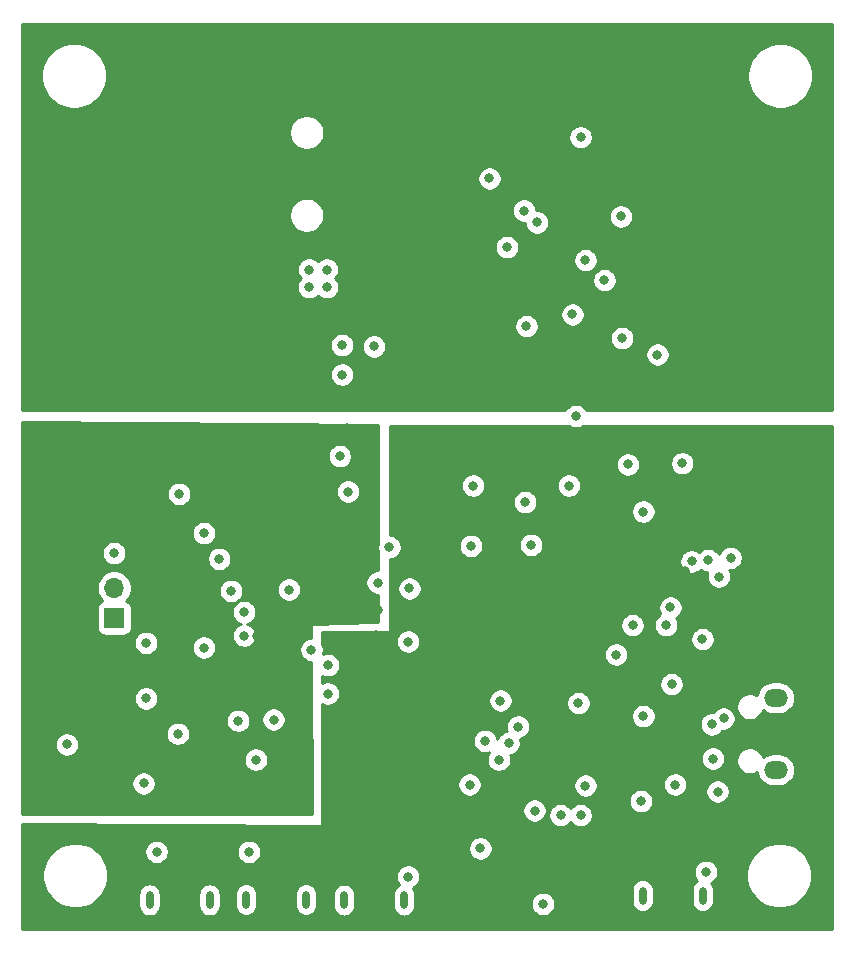
<source format=gbr>
%TF.GenerationSoftware,KiCad,Pcbnew,5.1.10-88a1d61d58~88~ubuntu20.04.1*%
%TF.CreationDate,2021-05-09T11:34:52+02:00*%
%TF.ProjectId,osw-light-modifiedv2,6f73772d-6c69-4676-9874-2d6d6f646966,rev?*%
%TF.SameCoordinates,Original*%
%TF.FileFunction,Copper,L3,Inr*%
%TF.FilePolarity,Positive*%
%FSLAX46Y46*%
G04 Gerber Fmt 4.6, Leading zero omitted, Abs format (unit mm)*
G04 Created by KiCad (PCBNEW 5.1.10-88a1d61d58~88~ubuntu20.04.1) date 2021-05-09 11:34:52*
%MOMM*%
%LPD*%
G01*
G04 APERTURE LIST*
%TA.AperFunction,ComponentPad*%
%ADD10O,2.000000X1.500000*%
%TD*%
%TA.AperFunction,ComponentPad*%
%ADD11O,0.600000X1.524000*%
%TD*%
%TA.AperFunction,ComponentPad*%
%ADD12O,1.700000X1.700000*%
%TD*%
%TA.AperFunction,ComponentPad*%
%ADD13R,1.700000X1.700000*%
%TD*%
%TA.AperFunction,ViaPad*%
%ADD14C,0.800000*%
%TD*%
%TA.AperFunction,Conductor*%
%ADD15C,0.254000*%
%TD*%
%TA.AperFunction,Conductor*%
%ADD16C,0.100000*%
%TD*%
G04 APERTURE END LIST*
D10*
%TO.N,*%
%TO.C,U12*%
X169527000Y-91752000D03*
X169527000Y-97848000D03*
%TD*%
D11*
%TO.N,*%
%TO.C,SW4*%
X138055001Y-108886999D03*
X132975001Y-108886999D03*
%TD*%
%TO.N,*%
%TO.C,SW3*%
X163325001Y-108516999D03*
X158245001Y-108516999D03*
%TD*%
%TO.N,*%
%TO.C,SW2*%
X121575001Y-108866999D03*
X116495001Y-108866999D03*
%TD*%
%TO.N,*%
%TO.C,SW1*%
X129740000Y-108850000D03*
X124660000Y-108850000D03*
%TD*%
D12*
%TO.N,GND*%
%TO.C,J3*%
X113500000Y-82460000D03*
D13*
%TO.N,/VBAT*%
X113500000Y-85000000D03*
%TD*%
D14*
%TO.N,/VBUS*%
X125500000Y-97000000D03*
X164600000Y-99700000D03*
%TO.N,GND*%
X163300000Y-86800000D03*
X132800000Y-61900000D03*
X131600000Y-91400000D03*
X131600000Y-89000000D03*
X127000000Y-93600000D03*
X124000000Y-93700000D03*
X135800000Y-82000000D03*
X136800000Y-79000000D03*
X133300000Y-74300000D03*
X113500000Y-79500000D03*
X119000000Y-74500000D03*
X118900000Y-94800000D03*
X109500000Y-95700000D03*
X143600000Y-99100000D03*
X138400000Y-106900000D03*
X149800000Y-109200000D03*
X149100000Y-101300000D03*
X153400000Y-99200000D03*
X165100000Y-93500000D03*
X156500000Y-61300000D03*
X159500000Y-62700000D03*
X161600000Y-71900000D03*
X165700000Y-79900000D03*
X158100000Y-100500000D03*
X163600000Y-106500000D03*
X116000000Y-99000000D03*
X124900000Y-104800000D03*
X117100000Y-104800000D03*
X132600000Y-71300000D03*
X135500000Y-62000000D03*
X132800000Y-64400000D03*
X130000000Y-57000000D03*
X131500000Y-55500000D03*
X131500000Y-57000000D03*
X130000000Y-55500000D03*
X149300000Y-51500000D03*
X148200000Y-50500000D03*
X153000000Y-44300000D03*
X156400000Y-51000000D03*
X163800000Y-80100000D03*
X160700000Y-90600000D03*
X124500000Y-86500000D03*
X124500000Y-84500000D03*
X158300000Y-76000000D03*
%TO.N,+3V3*%
X135700000Y-86400000D03*
X160700000Y-97200000D03*
X155900000Y-78800000D03*
X135800000Y-91500000D03*
X135800000Y-89000000D03*
X153600000Y-94300000D03*
X150000000Y-94300000D03*
X148100000Y-103600000D03*
X150200000Y-96900000D03*
X146500000Y-70900000D03*
X164200000Y-69400000D03*
X167300000Y-79900000D03*
X171400000Y-74400000D03*
X162300000Y-100400000D03*
X162900000Y-104400000D03*
X118500000Y-106700000D03*
X126800000Y-106500000D03*
X138000000Y-104900000D03*
X161700000Y-86800000D03*
X164900000Y-83700000D03*
X161800000Y-81000000D03*
X156700000Y-73400000D03*
%TO.N,/VBAT*%
X116200000Y-91800000D03*
X116200000Y-87100000D03*
%TO.N,/VCC*%
X135800000Y-84300000D03*
X121100000Y-82950000D03*
X133200000Y-68900000D03*
X127400000Y-74280000D03*
X130300000Y-79000000D03*
X131100000Y-82000000D03*
X128300000Y-68900000D03*
X128200000Y-71200000D03*
X130700000Y-84300000D03*
X125600000Y-86500000D03*
%TO.N,/LEDK*%
X153000000Y-101700000D03*
%TO.N,/STAT_PWR*%
X138400000Y-87000000D03*
X121100000Y-87500000D03*
X128300000Y-82600000D03*
X130200000Y-87700000D03*
%TO.N,/B_MON*%
X148300000Y-75200000D03*
X121100000Y-77825000D03*
%TO.N,/PIN_LED*%
X144500000Y-104500000D03*
X138500000Y-82500000D03*
%TO.N,/EN*%
X158300000Y-93300000D03*
X157000014Y-72000000D03*
%TO.N,Net-(R14-Pad1)*%
X123400000Y-82700000D03*
X122400000Y-80000000D03*
%TO.N,/SDA*%
X160600000Y-84100000D03*
X162400000Y-80200000D03*
%TO.N,/SCL*%
X156000000Y-88100000D03*
X164700000Y-81500000D03*
X157400000Y-85600000D03*
X160225010Y-85600000D03*
%TO.N,/TFT_CS*%
X147700000Y-94200016D03*
%TO.N,/SCK*%
X146900000Y-95600000D03*
%TO.N,/MOSI*%
X146074990Y-97000000D03*
%TO.N,/RX*%
X161000000Y-99100000D03*
X152800000Y-92200000D03*
%TO.N,/TFT_RST*%
X148800000Y-78800000D03*
X146200000Y-92000000D03*
X144900006Y-95400000D03*
%TO.N,/TFT_DC*%
X143704000Y-78900000D03*
%TO.N,Net-(C2-Pad1)*%
X155000000Y-56400000D03*
X146760000Y-53600000D03*
X145270000Y-47780000D03*
%TO.N,/REF_OUT*%
X148400000Y-60300000D03*
X152300000Y-59300000D03*
%TO.N,+3.3VA*%
X141900000Y-65000000D03*
X161000000Y-65800000D03*
X119400000Y-42800000D03*
X140300000Y-44800000D03*
X151900000Y-49900000D03*
X149300000Y-42900000D03*
X149600000Y-47800000D03*
X128000000Y-64300000D03*
X127900000Y-61820000D03*
%TO.N,/SCL_2*%
X143900000Y-73800000D03*
X152000000Y-73800000D03*
%TO.N,Net-(R32-Pad1)*%
X164100000Y-94000000D03*
X164200000Y-96900000D03*
%TO.N,Net-(R33-Pad2)*%
X151300000Y-101700000D03*
%TO.N,/LO*%
X153400000Y-54700000D03*
X152600000Y-67900000D03*
%TD*%
D15*
%TO.N,+3.3VA*%
X174315000Y-67373000D02*
X153492654Y-67373000D01*
X153403937Y-67240226D01*
X153259774Y-67096063D01*
X153090256Y-66982795D01*
X152901898Y-66904774D01*
X152701939Y-66865000D01*
X152498061Y-66865000D01*
X152298102Y-66904774D01*
X152109744Y-66982795D01*
X151940226Y-67096063D01*
X151796063Y-67240226D01*
X151707346Y-67373000D01*
X105685000Y-67373000D01*
X105685000Y-64298061D01*
X131765000Y-64298061D01*
X131765000Y-64501939D01*
X131804774Y-64701898D01*
X131882795Y-64890256D01*
X131996063Y-65059774D01*
X132140226Y-65203937D01*
X132309744Y-65317205D01*
X132498102Y-65395226D01*
X132698061Y-65435000D01*
X132901939Y-65435000D01*
X133101898Y-65395226D01*
X133290256Y-65317205D01*
X133459774Y-65203937D01*
X133603937Y-65059774D01*
X133717205Y-64890256D01*
X133795226Y-64701898D01*
X133835000Y-64501939D01*
X133835000Y-64298061D01*
X133795226Y-64098102D01*
X133717205Y-63909744D01*
X133603937Y-63740226D01*
X133459774Y-63596063D01*
X133290256Y-63482795D01*
X133101898Y-63404774D01*
X132901939Y-63365000D01*
X132698061Y-63365000D01*
X132498102Y-63404774D01*
X132309744Y-63482795D01*
X132140226Y-63596063D01*
X131996063Y-63740226D01*
X131882795Y-63909744D01*
X131804774Y-64098102D01*
X131765000Y-64298061D01*
X105685000Y-64298061D01*
X105685000Y-61798061D01*
X131765000Y-61798061D01*
X131765000Y-62001939D01*
X131804774Y-62201898D01*
X131882795Y-62390256D01*
X131996063Y-62559774D01*
X132140226Y-62703937D01*
X132309744Y-62817205D01*
X132498102Y-62895226D01*
X132698061Y-62935000D01*
X132901939Y-62935000D01*
X133101898Y-62895226D01*
X133290256Y-62817205D01*
X133459774Y-62703937D01*
X133603937Y-62559774D01*
X133717205Y-62390256D01*
X133795226Y-62201898D01*
X133835000Y-62001939D01*
X133835000Y-61898061D01*
X134465000Y-61898061D01*
X134465000Y-62101939D01*
X134504774Y-62301898D01*
X134582795Y-62490256D01*
X134696063Y-62659774D01*
X134840226Y-62803937D01*
X135009744Y-62917205D01*
X135198102Y-62995226D01*
X135398061Y-63035000D01*
X135601939Y-63035000D01*
X135801898Y-62995226D01*
X135990256Y-62917205D01*
X136159774Y-62803937D01*
X136303937Y-62659774D01*
X136345172Y-62598061D01*
X158465000Y-62598061D01*
X158465000Y-62801939D01*
X158504774Y-63001898D01*
X158582795Y-63190256D01*
X158696063Y-63359774D01*
X158840226Y-63503937D01*
X159009744Y-63617205D01*
X159198102Y-63695226D01*
X159398061Y-63735000D01*
X159601939Y-63735000D01*
X159801898Y-63695226D01*
X159990256Y-63617205D01*
X160159774Y-63503937D01*
X160303937Y-63359774D01*
X160417205Y-63190256D01*
X160495226Y-63001898D01*
X160535000Y-62801939D01*
X160535000Y-62598061D01*
X160495226Y-62398102D01*
X160417205Y-62209744D01*
X160303937Y-62040226D01*
X160159774Y-61896063D01*
X159990256Y-61782795D01*
X159801898Y-61704774D01*
X159601939Y-61665000D01*
X159398061Y-61665000D01*
X159198102Y-61704774D01*
X159009744Y-61782795D01*
X158840226Y-61896063D01*
X158696063Y-62040226D01*
X158582795Y-62209744D01*
X158504774Y-62398102D01*
X158465000Y-62598061D01*
X136345172Y-62598061D01*
X136417205Y-62490256D01*
X136495226Y-62301898D01*
X136535000Y-62101939D01*
X136535000Y-61898061D01*
X136495226Y-61698102D01*
X136417205Y-61509744D01*
X136303937Y-61340226D01*
X136159774Y-61196063D01*
X135990256Y-61082795D01*
X135801898Y-61004774D01*
X135601939Y-60965000D01*
X135398061Y-60965000D01*
X135198102Y-61004774D01*
X135009744Y-61082795D01*
X134840226Y-61196063D01*
X134696063Y-61340226D01*
X134582795Y-61509744D01*
X134504774Y-61698102D01*
X134465000Y-61898061D01*
X133835000Y-61898061D01*
X133835000Y-61798061D01*
X133795226Y-61598102D01*
X133717205Y-61409744D01*
X133603937Y-61240226D01*
X133459774Y-61096063D01*
X133290256Y-60982795D01*
X133101898Y-60904774D01*
X132901939Y-60865000D01*
X132698061Y-60865000D01*
X132498102Y-60904774D01*
X132309744Y-60982795D01*
X132140226Y-61096063D01*
X131996063Y-61240226D01*
X131882795Y-61409744D01*
X131804774Y-61598102D01*
X131765000Y-61798061D01*
X105685000Y-61798061D01*
X105685000Y-60198061D01*
X147365000Y-60198061D01*
X147365000Y-60401939D01*
X147404774Y-60601898D01*
X147482795Y-60790256D01*
X147596063Y-60959774D01*
X147740226Y-61103937D01*
X147909744Y-61217205D01*
X148098102Y-61295226D01*
X148298061Y-61335000D01*
X148501939Y-61335000D01*
X148701898Y-61295226D01*
X148890256Y-61217205D01*
X148918907Y-61198061D01*
X155465000Y-61198061D01*
X155465000Y-61401939D01*
X155504774Y-61601898D01*
X155582795Y-61790256D01*
X155696063Y-61959774D01*
X155840226Y-62103937D01*
X156009744Y-62217205D01*
X156198102Y-62295226D01*
X156398061Y-62335000D01*
X156601939Y-62335000D01*
X156801898Y-62295226D01*
X156990256Y-62217205D01*
X157159774Y-62103937D01*
X157303937Y-61959774D01*
X157417205Y-61790256D01*
X157495226Y-61601898D01*
X157535000Y-61401939D01*
X157535000Y-61198061D01*
X157495226Y-60998102D01*
X157417205Y-60809744D01*
X157303937Y-60640226D01*
X157159774Y-60496063D01*
X156990256Y-60382795D01*
X156801898Y-60304774D01*
X156601939Y-60265000D01*
X156398061Y-60265000D01*
X156198102Y-60304774D01*
X156009744Y-60382795D01*
X155840226Y-60496063D01*
X155696063Y-60640226D01*
X155582795Y-60809744D01*
X155504774Y-60998102D01*
X155465000Y-61198061D01*
X148918907Y-61198061D01*
X149059774Y-61103937D01*
X149203937Y-60959774D01*
X149317205Y-60790256D01*
X149395226Y-60601898D01*
X149435000Y-60401939D01*
X149435000Y-60198061D01*
X149395226Y-59998102D01*
X149317205Y-59809744D01*
X149203937Y-59640226D01*
X149059774Y-59496063D01*
X148890256Y-59382795D01*
X148701898Y-59304774D01*
X148501939Y-59265000D01*
X148298061Y-59265000D01*
X148098102Y-59304774D01*
X147909744Y-59382795D01*
X147740226Y-59496063D01*
X147596063Y-59640226D01*
X147482795Y-59809744D01*
X147404774Y-59998102D01*
X147365000Y-60198061D01*
X105685000Y-60198061D01*
X105685000Y-59198061D01*
X151265000Y-59198061D01*
X151265000Y-59401939D01*
X151304774Y-59601898D01*
X151382795Y-59790256D01*
X151496063Y-59959774D01*
X151640226Y-60103937D01*
X151809744Y-60217205D01*
X151998102Y-60295226D01*
X152198061Y-60335000D01*
X152401939Y-60335000D01*
X152601898Y-60295226D01*
X152790256Y-60217205D01*
X152959774Y-60103937D01*
X153103937Y-59959774D01*
X153217205Y-59790256D01*
X153295226Y-59601898D01*
X153335000Y-59401939D01*
X153335000Y-59198061D01*
X153295226Y-58998102D01*
X153217205Y-58809744D01*
X153103937Y-58640226D01*
X152959774Y-58496063D01*
X152790256Y-58382795D01*
X152601898Y-58304774D01*
X152401939Y-58265000D01*
X152198061Y-58265000D01*
X151998102Y-58304774D01*
X151809744Y-58382795D01*
X151640226Y-58496063D01*
X151496063Y-58640226D01*
X151382795Y-58809744D01*
X151304774Y-58998102D01*
X151265000Y-59198061D01*
X105685000Y-59198061D01*
X105685000Y-55398061D01*
X128965000Y-55398061D01*
X128965000Y-55601939D01*
X129004774Y-55801898D01*
X129082795Y-55990256D01*
X129196063Y-56159774D01*
X129286289Y-56250000D01*
X129196063Y-56340226D01*
X129082795Y-56509744D01*
X129004774Y-56698102D01*
X128965000Y-56898061D01*
X128965000Y-57101939D01*
X129004774Y-57301898D01*
X129082795Y-57490256D01*
X129196063Y-57659774D01*
X129340226Y-57803937D01*
X129509744Y-57917205D01*
X129698102Y-57995226D01*
X129898061Y-58035000D01*
X130101939Y-58035000D01*
X130301898Y-57995226D01*
X130490256Y-57917205D01*
X130659774Y-57803937D01*
X130750000Y-57713711D01*
X130840226Y-57803937D01*
X131009744Y-57917205D01*
X131198102Y-57995226D01*
X131398061Y-58035000D01*
X131601939Y-58035000D01*
X131801898Y-57995226D01*
X131990256Y-57917205D01*
X132159774Y-57803937D01*
X132303937Y-57659774D01*
X132417205Y-57490256D01*
X132495226Y-57301898D01*
X132535000Y-57101939D01*
X132535000Y-56898061D01*
X132495226Y-56698102D01*
X132417205Y-56509744D01*
X132303937Y-56340226D01*
X132261772Y-56298061D01*
X153965000Y-56298061D01*
X153965000Y-56501939D01*
X154004774Y-56701898D01*
X154082795Y-56890256D01*
X154196063Y-57059774D01*
X154340226Y-57203937D01*
X154509744Y-57317205D01*
X154698102Y-57395226D01*
X154898061Y-57435000D01*
X155101939Y-57435000D01*
X155301898Y-57395226D01*
X155490256Y-57317205D01*
X155659774Y-57203937D01*
X155803937Y-57059774D01*
X155917205Y-56890256D01*
X155995226Y-56701898D01*
X156035000Y-56501939D01*
X156035000Y-56298061D01*
X155995226Y-56098102D01*
X155917205Y-55909744D01*
X155803937Y-55740226D01*
X155659774Y-55596063D01*
X155490256Y-55482795D01*
X155301898Y-55404774D01*
X155101939Y-55365000D01*
X154898061Y-55365000D01*
X154698102Y-55404774D01*
X154509744Y-55482795D01*
X154340226Y-55596063D01*
X154196063Y-55740226D01*
X154082795Y-55909744D01*
X154004774Y-56098102D01*
X153965000Y-56298061D01*
X132261772Y-56298061D01*
X132213711Y-56250000D01*
X132303937Y-56159774D01*
X132417205Y-55990256D01*
X132495226Y-55801898D01*
X132535000Y-55601939D01*
X132535000Y-55398061D01*
X132495226Y-55198102D01*
X132417205Y-55009744D01*
X132303937Y-54840226D01*
X132159774Y-54696063D01*
X131990256Y-54582795D01*
X131801898Y-54504774D01*
X131601939Y-54465000D01*
X131398061Y-54465000D01*
X131198102Y-54504774D01*
X131009744Y-54582795D01*
X130840226Y-54696063D01*
X130750000Y-54786289D01*
X130659774Y-54696063D01*
X130490256Y-54582795D01*
X130301898Y-54504774D01*
X130101939Y-54465000D01*
X129898061Y-54465000D01*
X129698102Y-54504774D01*
X129509744Y-54582795D01*
X129340226Y-54696063D01*
X129196063Y-54840226D01*
X129082795Y-55009744D01*
X129004774Y-55198102D01*
X128965000Y-55398061D01*
X105685000Y-55398061D01*
X105685000Y-53498061D01*
X145725000Y-53498061D01*
X145725000Y-53701939D01*
X145764774Y-53901898D01*
X145842795Y-54090256D01*
X145956063Y-54259774D01*
X146100226Y-54403937D01*
X146269744Y-54517205D01*
X146458102Y-54595226D01*
X146658061Y-54635000D01*
X146861939Y-54635000D01*
X147047645Y-54598061D01*
X152365000Y-54598061D01*
X152365000Y-54801939D01*
X152404774Y-55001898D01*
X152482795Y-55190256D01*
X152596063Y-55359774D01*
X152740226Y-55503937D01*
X152909744Y-55617205D01*
X153098102Y-55695226D01*
X153298061Y-55735000D01*
X153501939Y-55735000D01*
X153701898Y-55695226D01*
X153890256Y-55617205D01*
X154059774Y-55503937D01*
X154203937Y-55359774D01*
X154317205Y-55190256D01*
X154395226Y-55001898D01*
X154435000Y-54801939D01*
X154435000Y-54598061D01*
X154395226Y-54398102D01*
X154317205Y-54209744D01*
X154203937Y-54040226D01*
X154059774Y-53896063D01*
X153890256Y-53782795D01*
X153701898Y-53704774D01*
X153501939Y-53665000D01*
X153298061Y-53665000D01*
X153098102Y-53704774D01*
X152909744Y-53782795D01*
X152740226Y-53896063D01*
X152596063Y-54040226D01*
X152482795Y-54209744D01*
X152404774Y-54398102D01*
X152365000Y-54598061D01*
X147047645Y-54598061D01*
X147061898Y-54595226D01*
X147250256Y-54517205D01*
X147419774Y-54403937D01*
X147563937Y-54259774D01*
X147677205Y-54090256D01*
X147755226Y-53901898D01*
X147795000Y-53701939D01*
X147795000Y-53498061D01*
X147755226Y-53298102D01*
X147677205Y-53109744D01*
X147563937Y-52940226D01*
X147419774Y-52796063D01*
X147250256Y-52682795D01*
X147061898Y-52604774D01*
X146861939Y-52565000D01*
X146658061Y-52565000D01*
X146458102Y-52604774D01*
X146269744Y-52682795D01*
X146100226Y-52796063D01*
X145956063Y-52940226D01*
X145842795Y-53109744D01*
X145764774Y-53298102D01*
X145725000Y-53498061D01*
X105685000Y-53498061D01*
X105685000Y-50753740D01*
X128315000Y-50753740D01*
X128315000Y-51046260D01*
X128372068Y-51333158D01*
X128484010Y-51603411D01*
X128646525Y-51846632D01*
X128853368Y-52053475D01*
X129096589Y-52215990D01*
X129366842Y-52327932D01*
X129653740Y-52385000D01*
X129946260Y-52385000D01*
X130233158Y-52327932D01*
X130503411Y-52215990D01*
X130746632Y-52053475D01*
X130953475Y-51846632D01*
X131115990Y-51603411D01*
X131227932Y-51333158D01*
X131285000Y-51046260D01*
X131285000Y-50753740D01*
X131227932Y-50466842D01*
X131199443Y-50398061D01*
X147165000Y-50398061D01*
X147165000Y-50601939D01*
X147204774Y-50801898D01*
X147282795Y-50990256D01*
X147396063Y-51159774D01*
X147540226Y-51303937D01*
X147709744Y-51417205D01*
X147898102Y-51495226D01*
X148098061Y-51535000D01*
X148265000Y-51535000D01*
X148265000Y-51601939D01*
X148304774Y-51801898D01*
X148382795Y-51990256D01*
X148496063Y-52159774D01*
X148640226Y-52303937D01*
X148809744Y-52417205D01*
X148998102Y-52495226D01*
X149198061Y-52535000D01*
X149401939Y-52535000D01*
X149601898Y-52495226D01*
X149790256Y-52417205D01*
X149959774Y-52303937D01*
X150103937Y-52159774D01*
X150217205Y-51990256D01*
X150295226Y-51801898D01*
X150335000Y-51601939D01*
X150335000Y-51398061D01*
X150295226Y-51198102D01*
X150217205Y-51009744D01*
X150142582Y-50898061D01*
X155365000Y-50898061D01*
X155365000Y-51101939D01*
X155404774Y-51301898D01*
X155482795Y-51490256D01*
X155596063Y-51659774D01*
X155740226Y-51803937D01*
X155909744Y-51917205D01*
X156098102Y-51995226D01*
X156298061Y-52035000D01*
X156501939Y-52035000D01*
X156701898Y-51995226D01*
X156890256Y-51917205D01*
X157059774Y-51803937D01*
X157203937Y-51659774D01*
X157317205Y-51490256D01*
X157395226Y-51301898D01*
X157435000Y-51101939D01*
X157435000Y-50898061D01*
X157395226Y-50698102D01*
X157317205Y-50509744D01*
X157203937Y-50340226D01*
X157059774Y-50196063D01*
X156890256Y-50082795D01*
X156701898Y-50004774D01*
X156501939Y-49965000D01*
X156298061Y-49965000D01*
X156098102Y-50004774D01*
X155909744Y-50082795D01*
X155740226Y-50196063D01*
X155596063Y-50340226D01*
X155482795Y-50509744D01*
X155404774Y-50698102D01*
X155365000Y-50898061D01*
X150142582Y-50898061D01*
X150103937Y-50840226D01*
X149959774Y-50696063D01*
X149790256Y-50582795D01*
X149601898Y-50504774D01*
X149401939Y-50465000D01*
X149235000Y-50465000D01*
X149235000Y-50398061D01*
X149195226Y-50198102D01*
X149117205Y-50009744D01*
X149003937Y-49840226D01*
X148859774Y-49696063D01*
X148690256Y-49582795D01*
X148501898Y-49504774D01*
X148301939Y-49465000D01*
X148098061Y-49465000D01*
X147898102Y-49504774D01*
X147709744Y-49582795D01*
X147540226Y-49696063D01*
X147396063Y-49840226D01*
X147282795Y-50009744D01*
X147204774Y-50198102D01*
X147165000Y-50398061D01*
X131199443Y-50398061D01*
X131115990Y-50196589D01*
X130953475Y-49953368D01*
X130746632Y-49746525D01*
X130503411Y-49584010D01*
X130233158Y-49472068D01*
X129946260Y-49415000D01*
X129653740Y-49415000D01*
X129366842Y-49472068D01*
X129096589Y-49584010D01*
X128853368Y-49746525D01*
X128646525Y-49953368D01*
X128484010Y-50196589D01*
X128372068Y-50466842D01*
X128315000Y-50753740D01*
X105685000Y-50753740D01*
X105685000Y-47678061D01*
X144235000Y-47678061D01*
X144235000Y-47881939D01*
X144274774Y-48081898D01*
X144352795Y-48270256D01*
X144466063Y-48439774D01*
X144610226Y-48583937D01*
X144779744Y-48697205D01*
X144968102Y-48775226D01*
X145168061Y-48815000D01*
X145371939Y-48815000D01*
X145571898Y-48775226D01*
X145760256Y-48697205D01*
X145929774Y-48583937D01*
X146073937Y-48439774D01*
X146187205Y-48270256D01*
X146265226Y-48081898D01*
X146305000Y-47881939D01*
X146305000Y-47678061D01*
X146265226Y-47478102D01*
X146187205Y-47289744D01*
X146073937Y-47120226D01*
X145929774Y-46976063D01*
X145760256Y-46862795D01*
X145571898Y-46784774D01*
X145371939Y-46745000D01*
X145168061Y-46745000D01*
X144968102Y-46784774D01*
X144779744Y-46862795D01*
X144610226Y-46976063D01*
X144466063Y-47120226D01*
X144352795Y-47289744D01*
X144274774Y-47478102D01*
X144235000Y-47678061D01*
X105685000Y-47678061D01*
X105685000Y-43753740D01*
X128315000Y-43753740D01*
X128315000Y-44046260D01*
X128372068Y-44333158D01*
X128484010Y-44603411D01*
X128646525Y-44846632D01*
X128853368Y-45053475D01*
X129096589Y-45215990D01*
X129366842Y-45327932D01*
X129653740Y-45385000D01*
X129946260Y-45385000D01*
X130233158Y-45327932D01*
X130503411Y-45215990D01*
X130746632Y-45053475D01*
X130953475Y-44846632D01*
X131115990Y-44603411D01*
X131227932Y-44333158D01*
X131254804Y-44198061D01*
X151965000Y-44198061D01*
X151965000Y-44401939D01*
X152004774Y-44601898D01*
X152082795Y-44790256D01*
X152196063Y-44959774D01*
X152340226Y-45103937D01*
X152509744Y-45217205D01*
X152698102Y-45295226D01*
X152898061Y-45335000D01*
X153101939Y-45335000D01*
X153301898Y-45295226D01*
X153490256Y-45217205D01*
X153659774Y-45103937D01*
X153803937Y-44959774D01*
X153917205Y-44790256D01*
X153995226Y-44601898D01*
X154035000Y-44401939D01*
X154035000Y-44198061D01*
X153995226Y-43998102D01*
X153917205Y-43809744D01*
X153803937Y-43640226D01*
X153659774Y-43496063D01*
X153490256Y-43382795D01*
X153301898Y-43304774D01*
X153101939Y-43265000D01*
X152898061Y-43265000D01*
X152698102Y-43304774D01*
X152509744Y-43382795D01*
X152340226Y-43496063D01*
X152196063Y-43640226D01*
X152082795Y-43809744D01*
X152004774Y-43998102D01*
X151965000Y-44198061D01*
X131254804Y-44198061D01*
X131285000Y-44046260D01*
X131285000Y-43753740D01*
X131227932Y-43466842D01*
X131115990Y-43196589D01*
X130953475Y-42953368D01*
X130746632Y-42746525D01*
X130503411Y-42584010D01*
X130233158Y-42472068D01*
X129946260Y-42415000D01*
X129653740Y-42415000D01*
X129366842Y-42472068D01*
X129096589Y-42584010D01*
X128853368Y-42746525D01*
X128646525Y-42953368D01*
X128484010Y-43196589D01*
X128372068Y-43466842D01*
X128315000Y-43753740D01*
X105685000Y-43753740D01*
X105685000Y-38825701D01*
X107315000Y-38825701D01*
X107315000Y-39374299D01*
X107422026Y-39912354D01*
X107631965Y-40419192D01*
X107936750Y-40875334D01*
X108324666Y-41263250D01*
X108780808Y-41568035D01*
X109287646Y-41777974D01*
X109825701Y-41885000D01*
X110374299Y-41885000D01*
X110912354Y-41777974D01*
X111419192Y-41568035D01*
X111875334Y-41263250D01*
X112263250Y-40875334D01*
X112568035Y-40419192D01*
X112777974Y-39912354D01*
X112885000Y-39374299D01*
X112885000Y-38825701D01*
X167115000Y-38825701D01*
X167115000Y-39374299D01*
X167222026Y-39912354D01*
X167431965Y-40419192D01*
X167736750Y-40875334D01*
X168124666Y-41263250D01*
X168580808Y-41568035D01*
X169087646Y-41777974D01*
X169625701Y-41885000D01*
X170174299Y-41885000D01*
X170712354Y-41777974D01*
X171219192Y-41568035D01*
X171675334Y-41263250D01*
X172063250Y-40875334D01*
X172368035Y-40419192D01*
X172577974Y-39912354D01*
X172685000Y-39374299D01*
X172685000Y-38825701D01*
X172577974Y-38287646D01*
X172368035Y-37780808D01*
X172063250Y-37324666D01*
X171675334Y-36936750D01*
X171219192Y-36631965D01*
X170712354Y-36422026D01*
X170174299Y-36315000D01*
X169625701Y-36315000D01*
X169087646Y-36422026D01*
X168580808Y-36631965D01*
X168124666Y-36936750D01*
X167736750Y-37324666D01*
X167431965Y-37780808D01*
X167222026Y-38287646D01*
X167115000Y-38825701D01*
X112885000Y-38825701D01*
X112777974Y-38287646D01*
X112568035Y-37780808D01*
X112263250Y-37324666D01*
X111875334Y-36936750D01*
X111419192Y-36631965D01*
X110912354Y-36422026D01*
X110374299Y-36315000D01*
X109825701Y-36315000D01*
X109287646Y-36422026D01*
X108780808Y-36631965D01*
X108324666Y-36936750D01*
X107936750Y-37324666D01*
X107631965Y-37780808D01*
X107422026Y-38287646D01*
X107315000Y-38825701D01*
X105685000Y-38825701D01*
X105685000Y-34685000D01*
X174315000Y-34685000D01*
X174315000Y-67373000D01*
%TA.AperFunction,Conductor*%
D16*
G36*
X174315000Y-67373000D02*
G01*
X153492654Y-67373000D01*
X153403937Y-67240226D01*
X153259774Y-67096063D01*
X153090256Y-66982795D01*
X152901898Y-66904774D01*
X152701939Y-66865000D01*
X152498061Y-66865000D01*
X152298102Y-66904774D01*
X152109744Y-66982795D01*
X151940226Y-67096063D01*
X151796063Y-67240226D01*
X151707346Y-67373000D01*
X105685000Y-67373000D01*
X105685000Y-64298061D01*
X131765000Y-64298061D01*
X131765000Y-64501939D01*
X131804774Y-64701898D01*
X131882795Y-64890256D01*
X131996063Y-65059774D01*
X132140226Y-65203937D01*
X132309744Y-65317205D01*
X132498102Y-65395226D01*
X132698061Y-65435000D01*
X132901939Y-65435000D01*
X133101898Y-65395226D01*
X133290256Y-65317205D01*
X133459774Y-65203937D01*
X133603937Y-65059774D01*
X133717205Y-64890256D01*
X133795226Y-64701898D01*
X133835000Y-64501939D01*
X133835000Y-64298061D01*
X133795226Y-64098102D01*
X133717205Y-63909744D01*
X133603937Y-63740226D01*
X133459774Y-63596063D01*
X133290256Y-63482795D01*
X133101898Y-63404774D01*
X132901939Y-63365000D01*
X132698061Y-63365000D01*
X132498102Y-63404774D01*
X132309744Y-63482795D01*
X132140226Y-63596063D01*
X131996063Y-63740226D01*
X131882795Y-63909744D01*
X131804774Y-64098102D01*
X131765000Y-64298061D01*
X105685000Y-64298061D01*
X105685000Y-61798061D01*
X131765000Y-61798061D01*
X131765000Y-62001939D01*
X131804774Y-62201898D01*
X131882795Y-62390256D01*
X131996063Y-62559774D01*
X132140226Y-62703937D01*
X132309744Y-62817205D01*
X132498102Y-62895226D01*
X132698061Y-62935000D01*
X132901939Y-62935000D01*
X133101898Y-62895226D01*
X133290256Y-62817205D01*
X133459774Y-62703937D01*
X133603937Y-62559774D01*
X133717205Y-62390256D01*
X133795226Y-62201898D01*
X133835000Y-62001939D01*
X133835000Y-61898061D01*
X134465000Y-61898061D01*
X134465000Y-62101939D01*
X134504774Y-62301898D01*
X134582795Y-62490256D01*
X134696063Y-62659774D01*
X134840226Y-62803937D01*
X135009744Y-62917205D01*
X135198102Y-62995226D01*
X135398061Y-63035000D01*
X135601939Y-63035000D01*
X135801898Y-62995226D01*
X135990256Y-62917205D01*
X136159774Y-62803937D01*
X136303937Y-62659774D01*
X136345172Y-62598061D01*
X158465000Y-62598061D01*
X158465000Y-62801939D01*
X158504774Y-63001898D01*
X158582795Y-63190256D01*
X158696063Y-63359774D01*
X158840226Y-63503937D01*
X159009744Y-63617205D01*
X159198102Y-63695226D01*
X159398061Y-63735000D01*
X159601939Y-63735000D01*
X159801898Y-63695226D01*
X159990256Y-63617205D01*
X160159774Y-63503937D01*
X160303937Y-63359774D01*
X160417205Y-63190256D01*
X160495226Y-63001898D01*
X160535000Y-62801939D01*
X160535000Y-62598061D01*
X160495226Y-62398102D01*
X160417205Y-62209744D01*
X160303937Y-62040226D01*
X160159774Y-61896063D01*
X159990256Y-61782795D01*
X159801898Y-61704774D01*
X159601939Y-61665000D01*
X159398061Y-61665000D01*
X159198102Y-61704774D01*
X159009744Y-61782795D01*
X158840226Y-61896063D01*
X158696063Y-62040226D01*
X158582795Y-62209744D01*
X158504774Y-62398102D01*
X158465000Y-62598061D01*
X136345172Y-62598061D01*
X136417205Y-62490256D01*
X136495226Y-62301898D01*
X136535000Y-62101939D01*
X136535000Y-61898061D01*
X136495226Y-61698102D01*
X136417205Y-61509744D01*
X136303937Y-61340226D01*
X136159774Y-61196063D01*
X135990256Y-61082795D01*
X135801898Y-61004774D01*
X135601939Y-60965000D01*
X135398061Y-60965000D01*
X135198102Y-61004774D01*
X135009744Y-61082795D01*
X134840226Y-61196063D01*
X134696063Y-61340226D01*
X134582795Y-61509744D01*
X134504774Y-61698102D01*
X134465000Y-61898061D01*
X133835000Y-61898061D01*
X133835000Y-61798061D01*
X133795226Y-61598102D01*
X133717205Y-61409744D01*
X133603937Y-61240226D01*
X133459774Y-61096063D01*
X133290256Y-60982795D01*
X133101898Y-60904774D01*
X132901939Y-60865000D01*
X132698061Y-60865000D01*
X132498102Y-60904774D01*
X132309744Y-60982795D01*
X132140226Y-61096063D01*
X131996063Y-61240226D01*
X131882795Y-61409744D01*
X131804774Y-61598102D01*
X131765000Y-61798061D01*
X105685000Y-61798061D01*
X105685000Y-60198061D01*
X147365000Y-60198061D01*
X147365000Y-60401939D01*
X147404774Y-60601898D01*
X147482795Y-60790256D01*
X147596063Y-60959774D01*
X147740226Y-61103937D01*
X147909744Y-61217205D01*
X148098102Y-61295226D01*
X148298061Y-61335000D01*
X148501939Y-61335000D01*
X148701898Y-61295226D01*
X148890256Y-61217205D01*
X148918907Y-61198061D01*
X155465000Y-61198061D01*
X155465000Y-61401939D01*
X155504774Y-61601898D01*
X155582795Y-61790256D01*
X155696063Y-61959774D01*
X155840226Y-62103937D01*
X156009744Y-62217205D01*
X156198102Y-62295226D01*
X156398061Y-62335000D01*
X156601939Y-62335000D01*
X156801898Y-62295226D01*
X156990256Y-62217205D01*
X157159774Y-62103937D01*
X157303937Y-61959774D01*
X157417205Y-61790256D01*
X157495226Y-61601898D01*
X157535000Y-61401939D01*
X157535000Y-61198061D01*
X157495226Y-60998102D01*
X157417205Y-60809744D01*
X157303937Y-60640226D01*
X157159774Y-60496063D01*
X156990256Y-60382795D01*
X156801898Y-60304774D01*
X156601939Y-60265000D01*
X156398061Y-60265000D01*
X156198102Y-60304774D01*
X156009744Y-60382795D01*
X155840226Y-60496063D01*
X155696063Y-60640226D01*
X155582795Y-60809744D01*
X155504774Y-60998102D01*
X155465000Y-61198061D01*
X148918907Y-61198061D01*
X149059774Y-61103937D01*
X149203937Y-60959774D01*
X149317205Y-60790256D01*
X149395226Y-60601898D01*
X149435000Y-60401939D01*
X149435000Y-60198061D01*
X149395226Y-59998102D01*
X149317205Y-59809744D01*
X149203937Y-59640226D01*
X149059774Y-59496063D01*
X148890256Y-59382795D01*
X148701898Y-59304774D01*
X148501939Y-59265000D01*
X148298061Y-59265000D01*
X148098102Y-59304774D01*
X147909744Y-59382795D01*
X147740226Y-59496063D01*
X147596063Y-59640226D01*
X147482795Y-59809744D01*
X147404774Y-59998102D01*
X147365000Y-60198061D01*
X105685000Y-60198061D01*
X105685000Y-59198061D01*
X151265000Y-59198061D01*
X151265000Y-59401939D01*
X151304774Y-59601898D01*
X151382795Y-59790256D01*
X151496063Y-59959774D01*
X151640226Y-60103937D01*
X151809744Y-60217205D01*
X151998102Y-60295226D01*
X152198061Y-60335000D01*
X152401939Y-60335000D01*
X152601898Y-60295226D01*
X152790256Y-60217205D01*
X152959774Y-60103937D01*
X153103937Y-59959774D01*
X153217205Y-59790256D01*
X153295226Y-59601898D01*
X153335000Y-59401939D01*
X153335000Y-59198061D01*
X153295226Y-58998102D01*
X153217205Y-58809744D01*
X153103937Y-58640226D01*
X152959774Y-58496063D01*
X152790256Y-58382795D01*
X152601898Y-58304774D01*
X152401939Y-58265000D01*
X152198061Y-58265000D01*
X151998102Y-58304774D01*
X151809744Y-58382795D01*
X151640226Y-58496063D01*
X151496063Y-58640226D01*
X151382795Y-58809744D01*
X151304774Y-58998102D01*
X151265000Y-59198061D01*
X105685000Y-59198061D01*
X105685000Y-55398061D01*
X128965000Y-55398061D01*
X128965000Y-55601939D01*
X129004774Y-55801898D01*
X129082795Y-55990256D01*
X129196063Y-56159774D01*
X129286289Y-56250000D01*
X129196063Y-56340226D01*
X129082795Y-56509744D01*
X129004774Y-56698102D01*
X128965000Y-56898061D01*
X128965000Y-57101939D01*
X129004774Y-57301898D01*
X129082795Y-57490256D01*
X129196063Y-57659774D01*
X129340226Y-57803937D01*
X129509744Y-57917205D01*
X129698102Y-57995226D01*
X129898061Y-58035000D01*
X130101939Y-58035000D01*
X130301898Y-57995226D01*
X130490256Y-57917205D01*
X130659774Y-57803937D01*
X130750000Y-57713711D01*
X130840226Y-57803937D01*
X131009744Y-57917205D01*
X131198102Y-57995226D01*
X131398061Y-58035000D01*
X131601939Y-58035000D01*
X131801898Y-57995226D01*
X131990256Y-57917205D01*
X132159774Y-57803937D01*
X132303937Y-57659774D01*
X132417205Y-57490256D01*
X132495226Y-57301898D01*
X132535000Y-57101939D01*
X132535000Y-56898061D01*
X132495226Y-56698102D01*
X132417205Y-56509744D01*
X132303937Y-56340226D01*
X132261772Y-56298061D01*
X153965000Y-56298061D01*
X153965000Y-56501939D01*
X154004774Y-56701898D01*
X154082795Y-56890256D01*
X154196063Y-57059774D01*
X154340226Y-57203937D01*
X154509744Y-57317205D01*
X154698102Y-57395226D01*
X154898061Y-57435000D01*
X155101939Y-57435000D01*
X155301898Y-57395226D01*
X155490256Y-57317205D01*
X155659774Y-57203937D01*
X155803937Y-57059774D01*
X155917205Y-56890256D01*
X155995226Y-56701898D01*
X156035000Y-56501939D01*
X156035000Y-56298061D01*
X155995226Y-56098102D01*
X155917205Y-55909744D01*
X155803937Y-55740226D01*
X155659774Y-55596063D01*
X155490256Y-55482795D01*
X155301898Y-55404774D01*
X155101939Y-55365000D01*
X154898061Y-55365000D01*
X154698102Y-55404774D01*
X154509744Y-55482795D01*
X154340226Y-55596063D01*
X154196063Y-55740226D01*
X154082795Y-55909744D01*
X154004774Y-56098102D01*
X153965000Y-56298061D01*
X132261772Y-56298061D01*
X132213711Y-56250000D01*
X132303937Y-56159774D01*
X132417205Y-55990256D01*
X132495226Y-55801898D01*
X132535000Y-55601939D01*
X132535000Y-55398061D01*
X132495226Y-55198102D01*
X132417205Y-55009744D01*
X132303937Y-54840226D01*
X132159774Y-54696063D01*
X131990256Y-54582795D01*
X131801898Y-54504774D01*
X131601939Y-54465000D01*
X131398061Y-54465000D01*
X131198102Y-54504774D01*
X131009744Y-54582795D01*
X130840226Y-54696063D01*
X130750000Y-54786289D01*
X130659774Y-54696063D01*
X130490256Y-54582795D01*
X130301898Y-54504774D01*
X130101939Y-54465000D01*
X129898061Y-54465000D01*
X129698102Y-54504774D01*
X129509744Y-54582795D01*
X129340226Y-54696063D01*
X129196063Y-54840226D01*
X129082795Y-55009744D01*
X129004774Y-55198102D01*
X128965000Y-55398061D01*
X105685000Y-55398061D01*
X105685000Y-53498061D01*
X145725000Y-53498061D01*
X145725000Y-53701939D01*
X145764774Y-53901898D01*
X145842795Y-54090256D01*
X145956063Y-54259774D01*
X146100226Y-54403937D01*
X146269744Y-54517205D01*
X146458102Y-54595226D01*
X146658061Y-54635000D01*
X146861939Y-54635000D01*
X147047645Y-54598061D01*
X152365000Y-54598061D01*
X152365000Y-54801939D01*
X152404774Y-55001898D01*
X152482795Y-55190256D01*
X152596063Y-55359774D01*
X152740226Y-55503937D01*
X152909744Y-55617205D01*
X153098102Y-55695226D01*
X153298061Y-55735000D01*
X153501939Y-55735000D01*
X153701898Y-55695226D01*
X153890256Y-55617205D01*
X154059774Y-55503937D01*
X154203937Y-55359774D01*
X154317205Y-55190256D01*
X154395226Y-55001898D01*
X154435000Y-54801939D01*
X154435000Y-54598061D01*
X154395226Y-54398102D01*
X154317205Y-54209744D01*
X154203937Y-54040226D01*
X154059774Y-53896063D01*
X153890256Y-53782795D01*
X153701898Y-53704774D01*
X153501939Y-53665000D01*
X153298061Y-53665000D01*
X153098102Y-53704774D01*
X152909744Y-53782795D01*
X152740226Y-53896063D01*
X152596063Y-54040226D01*
X152482795Y-54209744D01*
X152404774Y-54398102D01*
X152365000Y-54598061D01*
X147047645Y-54598061D01*
X147061898Y-54595226D01*
X147250256Y-54517205D01*
X147419774Y-54403937D01*
X147563937Y-54259774D01*
X147677205Y-54090256D01*
X147755226Y-53901898D01*
X147795000Y-53701939D01*
X147795000Y-53498061D01*
X147755226Y-53298102D01*
X147677205Y-53109744D01*
X147563937Y-52940226D01*
X147419774Y-52796063D01*
X147250256Y-52682795D01*
X147061898Y-52604774D01*
X146861939Y-52565000D01*
X146658061Y-52565000D01*
X146458102Y-52604774D01*
X146269744Y-52682795D01*
X146100226Y-52796063D01*
X145956063Y-52940226D01*
X145842795Y-53109744D01*
X145764774Y-53298102D01*
X145725000Y-53498061D01*
X105685000Y-53498061D01*
X105685000Y-50753740D01*
X128315000Y-50753740D01*
X128315000Y-51046260D01*
X128372068Y-51333158D01*
X128484010Y-51603411D01*
X128646525Y-51846632D01*
X128853368Y-52053475D01*
X129096589Y-52215990D01*
X129366842Y-52327932D01*
X129653740Y-52385000D01*
X129946260Y-52385000D01*
X130233158Y-52327932D01*
X130503411Y-52215990D01*
X130746632Y-52053475D01*
X130953475Y-51846632D01*
X131115990Y-51603411D01*
X131227932Y-51333158D01*
X131285000Y-51046260D01*
X131285000Y-50753740D01*
X131227932Y-50466842D01*
X131199443Y-50398061D01*
X147165000Y-50398061D01*
X147165000Y-50601939D01*
X147204774Y-50801898D01*
X147282795Y-50990256D01*
X147396063Y-51159774D01*
X147540226Y-51303937D01*
X147709744Y-51417205D01*
X147898102Y-51495226D01*
X148098061Y-51535000D01*
X148265000Y-51535000D01*
X148265000Y-51601939D01*
X148304774Y-51801898D01*
X148382795Y-51990256D01*
X148496063Y-52159774D01*
X148640226Y-52303937D01*
X148809744Y-52417205D01*
X148998102Y-52495226D01*
X149198061Y-52535000D01*
X149401939Y-52535000D01*
X149601898Y-52495226D01*
X149790256Y-52417205D01*
X149959774Y-52303937D01*
X150103937Y-52159774D01*
X150217205Y-51990256D01*
X150295226Y-51801898D01*
X150335000Y-51601939D01*
X150335000Y-51398061D01*
X150295226Y-51198102D01*
X150217205Y-51009744D01*
X150142582Y-50898061D01*
X155365000Y-50898061D01*
X155365000Y-51101939D01*
X155404774Y-51301898D01*
X155482795Y-51490256D01*
X155596063Y-51659774D01*
X155740226Y-51803937D01*
X155909744Y-51917205D01*
X156098102Y-51995226D01*
X156298061Y-52035000D01*
X156501939Y-52035000D01*
X156701898Y-51995226D01*
X156890256Y-51917205D01*
X157059774Y-51803937D01*
X157203937Y-51659774D01*
X157317205Y-51490256D01*
X157395226Y-51301898D01*
X157435000Y-51101939D01*
X157435000Y-50898061D01*
X157395226Y-50698102D01*
X157317205Y-50509744D01*
X157203937Y-50340226D01*
X157059774Y-50196063D01*
X156890256Y-50082795D01*
X156701898Y-50004774D01*
X156501939Y-49965000D01*
X156298061Y-49965000D01*
X156098102Y-50004774D01*
X155909744Y-50082795D01*
X155740226Y-50196063D01*
X155596063Y-50340226D01*
X155482795Y-50509744D01*
X155404774Y-50698102D01*
X155365000Y-50898061D01*
X150142582Y-50898061D01*
X150103937Y-50840226D01*
X149959774Y-50696063D01*
X149790256Y-50582795D01*
X149601898Y-50504774D01*
X149401939Y-50465000D01*
X149235000Y-50465000D01*
X149235000Y-50398061D01*
X149195226Y-50198102D01*
X149117205Y-50009744D01*
X149003937Y-49840226D01*
X148859774Y-49696063D01*
X148690256Y-49582795D01*
X148501898Y-49504774D01*
X148301939Y-49465000D01*
X148098061Y-49465000D01*
X147898102Y-49504774D01*
X147709744Y-49582795D01*
X147540226Y-49696063D01*
X147396063Y-49840226D01*
X147282795Y-50009744D01*
X147204774Y-50198102D01*
X147165000Y-50398061D01*
X131199443Y-50398061D01*
X131115990Y-50196589D01*
X130953475Y-49953368D01*
X130746632Y-49746525D01*
X130503411Y-49584010D01*
X130233158Y-49472068D01*
X129946260Y-49415000D01*
X129653740Y-49415000D01*
X129366842Y-49472068D01*
X129096589Y-49584010D01*
X128853368Y-49746525D01*
X128646525Y-49953368D01*
X128484010Y-50196589D01*
X128372068Y-50466842D01*
X128315000Y-50753740D01*
X105685000Y-50753740D01*
X105685000Y-47678061D01*
X144235000Y-47678061D01*
X144235000Y-47881939D01*
X144274774Y-48081898D01*
X144352795Y-48270256D01*
X144466063Y-48439774D01*
X144610226Y-48583937D01*
X144779744Y-48697205D01*
X144968102Y-48775226D01*
X145168061Y-48815000D01*
X145371939Y-48815000D01*
X145571898Y-48775226D01*
X145760256Y-48697205D01*
X145929774Y-48583937D01*
X146073937Y-48439774D01*
X146187205Y-48270256D01*
X146265226Y-48081898D01*
X146305000Y-47881939D01*
X146305000Y-47678061D01*
X146265226Y-47478102D01*
X146187205Y-47289744D01*
X146073937Y-47120226D01*
X145929774Y-46976063D01*
X145760256Y-46862795D01*
X145571898Y-46784774D01*
X145371939Y-46745000D01*
X145168061Y-46745000D01*
X144968102Y-46784774D01*
X144779744Y-46862795D01*
X144610226Y-46976063D01*
X144466063Y-47120226D01*
X144352795Y-47289744D01*
X144274774Y-47478102D01*
X144235000Y-47678061D01*
X105685000Y-47678061D01*
X105685000Y-43753740D01*
X128315000Y-43753740D01*
X128315000Y-44046260D01*
X128372068Y-44333158D01*
X128484010Y-44603411D01*
X128646525Y-44846632D01*
X128853368Y-45053475D01*
X129096589Y-45215990D01*
X129366842Y-45327932D01*
X129653740Y-45385000D01*
X129946260Y-45385000D01*
X130233158Y-45327932D01*
X130503411Y-45215990D01*
X130746632Y-45053475D01*
X130953475Y-44846632D01*
X131115990Y-44603411D01*
X131227932Y-44333158D01*
X131254804Y-44198061D01*
X151965000Y-44198061D01*
X151965000Y-44401939D01*
X152004774Y-44601898D01*
X152082795Y-44790256D01*
X152196063Y-44959774D01*
X152340226Y-45103937D01*
X152509744Y-45217205D01*
X152698102Y-45295226D01*
X152898061Y-45335000D01*
X153101939Y-45335000D01*
X153301898Y-45295226D01*
X153490256Y-45217205D01*
X153659774Y-45103937D01*
X153803937Y-44959774D01*
X153917205Y-44790256D01*
X153995226Y-44601898D01*
X154035000Y-44401939D01*
X154035000Y-44198061D01*
X153995226Y-43998102D01*
X153917205Y-43809744D01*
X153803937Y-43640226D01*
X153659774Y-43496063D01*
X153490256Y-43382795D01*
X153301898Y-43304774D01*
X153101939Y-43265000D01*
X152898061Y-43265000D01*
X152698102Y-43304774D01*
X152509744Y-43382795D01*
X152340226Y-43496063D01*
X152196063Y-43640226D01*
X152082795Y-43809744D01*
X152004774Y-43998102D01*
X151965000Y-44198061D01*
X131254804Y-44198061D01*
X131285000Y-44046260D01*
X131285000Y-43753740D01*
X131227932Y-43466842D01*
X131115990Y-43196589D01*
X130953475Y-42953368D01*
X130746632Y-42746525D01*
X130503411Y-42584010D01*
X130233158Y-42472068D01*
X129946260Y-42415000D01*
X129653740Y-42415000D01*
X129366842Y-42472068D01*
X129096589Y-42584010D01*
X128853368Y-42746525D01*
X128646525Y-42953368D01*
X128484010Y-43196589D01*
X128372068Y-43466842D01*
X128315000Y-43753740D01*
X105685000Y-43753740D01*
X105685000Y-38825701D01*
X107315000Y-38825701D01*
X107315000Y-39374299D01*
X107422026Y-39912354D01*
X107631965Y-40419192D01*
X107936750Y-40875334D01*
X108324666Y-41263250D01*
X108780808Y-41568035D01*
X109287646Y-41777974D01*
X109825701Y-41885000D01*
X110374299Y-41885000D01*
X110912354Y-41777974D01*
X111419192Y-41568035D01*
X111875334Y-41263250D01*
X112263250Y-40875334D01*
X112568035Y-40419192D01*
X112777974Y-39912354D01*
X112885000Y-39374299D01*
X112885000Y-38825701D01*
X167115000Y-38825701D01*
X167115000Y-39374299D01*
X167222026Y-39912354D01*
X167431965Y-40419192D01*
X167736750Y-40875334D01*
X168124666Y-41263250D01*
X168580808Y-41568035D01*
X169087646Y-41777974D01*
X169625701Y-41885000D01*
X170174299Y-41885000D01*
X170712354Y-41777974D01*
X171219192Y-41568035D01*
X171675334Y-41263250D01*
X172063250Y-40875334D01*
X172368035Y-40419192D01*
X172577974Y-39912354D01*
X172685000Y-39374299D01*
X172685000Y-38825701D01*
X172577974Y-38287646D01*
X172368035Y-37780808D01*
X172063250Y-37324666D01*
X171675334Y-36936750D01*
X171219192Y-36631965D01*
X170712354Y-36422026D01*
X170174299Y-36315000D01*
X169625701Y-36315000D01*
X169087646Y-36422026D01*
X168580808Y-36631965D01*
X168124666Y-36936750D01*
X167736750Y-37324666D01*
X167431965Y-37780808D01*
X167222026Y-38287646D01*
X167115000Y-38825701D01*
X112885000Y-38825701D01*
X112777974Y-38287646D01*
X112568035Y-37780808D01*
X112263250Y-37324666D01*
X111875334Y-36936750D01*
X111419192Y-36631965D01*
X110912354Y-36422026D01*
X110374299Y-36315000D01*
X109825701Y-36315000D01*
X109287646Y-36422026D01*
X108780808Y-36631965D01*
X108324666Y-36936750D01*
X107936750Y-37324666D01*
X107631965Y-37780808D01*
X107422026Y-38287646D01*
X107315000Y-38825701D01*
X105685000Y-38825701D01*
X105685000Y-34685000D01*
X174315000Y-34685000D01*
X174315000Y-67373000D01*
G37*
%TD.AperFunction*%
%TD*%
D15*
%TO.N,/VCC*%
X135873000Y-68626220D02*
X135873000Y-78533391D01*
X135804774Y-78698102D01*
X135765000Y-78898061D01*
X135765000Y-79101939D01*
X135804774Y-79301898D01*
X135873000Y-79466609D01*
X135873000Y-80965000D01*
X135698061Y-80965000D01*
X135498102Y-81004774D01*
X135309744Y-81082795D01*
X135140226Y-81196063D01*
X134996063Y-81340226D01*
X134882795Y-81509744D01*
X134804774Y-81698102D01*
X134765000Y-81898061D01*
X134765000Y-82101939D01*
X134804774Y-82301898D01*
X134882795Y-82490256D01*
X134996063Y-82659774D01*
X135140226Y-82803937D01*
X135309744Y-82917205D01*
X135498102Y-82995226D01*
X135698061Y-83035000D01*
X135873000Y-83035000D01*
X135873000Y-85375209D01*
X135854863Y-85375527D01*
X135801939Y-85365000D01*
X135598061Y-85365000D01*
X135515177Y-85381487D01*
X130297772Y-85473020D01*
X130273042Y-85475894D01*
X130249349Y-85483538D01*
X130227601Y-85495657D01*
X130208636Y-85511786D01*
X130193182Y-85531306D01*
X130181833Y-85553465D01*
X130175025Y-85577412D01*
X130173002Y-85600789D01*
X130179612Y-86665000D01*
X130098061Y-86665000D01*
X129898102Y-86704774D01*
X129709744Y-86782795D01*
X129540226Y-86896063D01*
X129396063Y-87040226D01*
X129282795Y-87209744D01*
X129204774Y-87398102D01*
X129165000Y-87598061D01*
X129165000Y-87801939D01*
X129204774Y-88001898D01*
X129282795Y-88190256D01*
X129396063Y-88359774D01*
X129540226Y-88503937D01*
X129709744Y-88617205D01*
X129898102Y-88695226D01*
X130098061Y-88735000D01*
X130192469Y-88735000D01*
X130272208Y-101572936D01*
X105727000Y-101560564D01*
X105727000Y-98898061D01*
X114965000Y-98898061D01*
X114965000Y-99101939D01*
X115004774Y-99301898D01*
X115082795Y-99490256D01*
X115196063Y-99659774D01*
X115340226Y-99803937D01*
X115509744Y-99917205D01*
X115698102Y-99995226D01*
X115898061Y-100035000D01*
X116101939Y-100035000D01*
X116301898Y-99995226D01*
X116490256Y-99917205D01*
X116659774Y-99803937D01*
X116803937Y-99659774D01*
X116917205Y-99490256D01*
X116995226Y-99301898D01*
X117035000Y-99101939D01*
X117035000Y-98898061D01*
X116995226Y-98698102D01*
X116917205Y-98509744D01*
X116803937Y-98340226D01*
X116659774Y-98196063D01*
X116490256Y-98082795D01*
X116301898Y-98004774D01*
X116101939Y-97965000D01*
X115898061Y-97965000D01*
X115698102Y-98004774D01*
X115509744Y-98082795D01*
X115340226Y-98196063D01*
X115196063Y-98340226D01*
X115082795Y-98509744D01*
X115004774Y-98698102D01*
X114965000Y-98898061D01*
X105727000Y-98898061D01*
X105727000Y-96898061D01*
X124465000Y-96898061D01*
X124465000Y-97101939D01*
X124504774Y-97301898D01*
X124582795Y-97490256D01*
X124696063Y-97659774D01*
X124840226Y-97803937D01*
X125009744Y-97917205D01*
X125198102Y-97995226D01*
X125398061Y-98035000D01*
X125601939Y-98035000D01*
X125801898Y-97995226D01*
X125990256Y-97917205D01*
X126159774Y-97803937D01*
X126303937Y-97659774D01*
X126417205Y-97490256D01*
X126495226Y-97301898D01*
X126535000Y-97101939D01*
X126535000Y-96898061D01*
X126495226Y-96698102D01*
X126417205Y-96509744D01*
X126303937Y-96340226D01*
X126159774Y-96196063D01*
X125990256Y-96082795D01*
X125801898Y-96004774D01*
X125601939Y-95965000D01*
X125398061Y-95965000D01*
X125198102Y-96004774D01*
X125009744Y-96082795D01*
X124840226Y-96196063D01*
X124696063Y-96340226D01*
X124582795Y-96509744D01*
X124504774Y-96698102D01*
X124465000Y-96898061D01*
X105727000Y-96898061D01*
X105727000Y-95598061D01*
X108465000Y-95598061D01*
X108465000Y-95801939D01*
X108504774Y-96001898D01*
X108582795Y-96190256D01*
X108696063Y-96359774D01*
X108840226Y-96503937D01*
X109009744Y-96617205D01*
X109198102Y-96695226D01*
X109398061Y-96735000D01*
X109601939Y-96735000D01*
X109801898Y-96695226D01*
X109990256Y-96617205D01*
X110159774Y-96503937D01*
X110303937Y-96359774D01*
X110417205Y-96190256D01*
X110495226Y-96001898D01*
X110535000Y-95801939D01*
X110535000Y-95598061D01*
X110495226Y-95398102D01*
X110417205Y-95209744D01*
X110303937Y-95040226D01*
X110159774Y-94896063D01*
X109990256Y-94782795D01*
X109801898Y-94704774D01*
X109768150Y-94698061D01*
X117865000Y-94698061D01*
X117865000Y-94901939D01*
X117904774Y-95101898D01*
X117982795Y-95290256D01*
X118096063Y-95459774D01*
X118240226Y-95603937D01*
X118409744Y-95717205D01*
X118598102Y-95795226D01*
X118798061Y-95835000D01*
X119001939Y-95835000D01*
X119201898Y-95795226D01*
X119390256Y-95717205D01*
X119559774Y-95603937D01*
X119703937Y-95459774D01*
X119817205Y-95290256D01*
X119895226Y-95101898D01*
X119935000Y-94901939D01*
X119935000Y-94698061D01*
X119895226Y-94498102D01*
X119817205Y-94309744D01*
X119703937Y-94140226D01*
X119559774Y-93996063D01*
X119390256Y-93882795D01*
X119201898Y-93804774D01*
X119001939Y-93765000D01*
X118798061Y-93765000D01*
X118598102Y-93804774D01*
X118409744Y-93882795D01*
X118240226Y-93996063D01*
X118096063Y-94140226D01*
X117982795Y-94309744D01*
X117904774Y-94498102D01*
X117865000Y-94698061D01*
X109768150Y-94698061D01*
X109601939Y-94665000D01*
X109398061Y-94665000D01*
X109198102Y-94704774D01*
X109009744Y-94782795D01*
X108840226Y-94896063D01*
X108696063Y-95040226D01*
X108582795Y-95209744D01*
X108504774Y-95398102D01*
X108465000Y-95598061D01*
X105727000Y-95598061D01*
X105727000Y-93598061D01*
X122965000Y-93598061D01*
X122965000Y-93801939D01*
X123004774Y-94001898D01*
X123082795Y-94190256D01*
X123196063Y-94359774D01*
X123340226Y-94503937D01*
X123509744Y-94617205D01*
X123698102Y-94695226D01*
X123898061Y-94735000D01*
X124101939Y-94735000D01*
X124301898Y-94695226D01*
X124490256Y-94617205D01*
X124659774Y-94503937D01*
X124803937Y-94359774D01*
X124917205Y-94190256D01*
X124995226Y-94001898D01*
X125035000Y-93801939D01*
X125035000Y-93598061D01*
X125015109Y-93498061D01*
X125965000Y-93498061D01*
X125965000Y-93701939D01*
X126004774Y-93901898D01*
X126082795Y-94090256D01*
X126196063Y-94259774D01*
X126340226Y-94403937D01*
X126509744Y-94517205D01*
X126698102Y-94595226D01*
X126898061Y-94635000D01*
X127101939Y-94635000D01*
X127301898Y-94595226D01*
X127490256Y-94517205D01*
X127659774Y-94403937D01*
X127803937Y-94259774D01*
X127917205Y-94090256D01*
X127995226Y-93901898D01*
X128035000Y-93701939D01*
X128035000Y-93498061D01*
X127995226Y-93298102D01*
X127917205Y-93109744D01*
X127803937Y-92940226D01*
X127659774Y-92796063D01*
X127490256Y-92682795D01*
X127301898Y-92604774D01*
X127101939Y-92565000D01*
X126898061Y-92565000D01*
X126698102Y-92604774D01*
X126509744Y-92682795D01*
X126340226Y-92796063D01*
X126196063Y-92940226D01*
X126082795Y-93109744D01*
X126004774Y-93298102D01*
X125965000Y-93498061D01*
X125015109Y-93498061D01*
X124995226Y-93398102D01*
X124917205Y-93209744D01*
X124803937Y-93040226D01*
X124659774Y-92896063D01*
X124490256Y-92782795D01*
X124301898Y-92704774D01*
X124101939Y-92665000D01*
X123898061Y-92665000D01*
X123698102Y-92704774D01*
X123509744Y-92782795D01*
X123340226Y-92896063D01*
X123196063Y-93040226D01*
X123082795Y-93209744D01*
X123004774Y-93398102D01*
X122965000Y-93598061D01*
X105727000Y-93598061D01*
X105727000Y-91698061D01*
X115165000Y-91698061D01*
X115165000Y-91901939D01*
X115204774Y-92101898D01*
X115282795Y-92290256D01*
X115396063Y-92459774D01*
X115540226Y-92603937D01*
X115709744Y-92717205D01*
X115898102Y-92795226D01*
X116098061Y-92835000D01*
X116301939Y-92835000D01*
X116501898Y-92795226D01*
X116690256Y-92717205D01*
X116859774Y-92603937D01*
X117003937Y-92459774D01*
X117117205Y-92290256D01*
X117195226Y-92101898D01*
X117235000Y-91901939D01*
X117235000Y-91698061D01*
X117195226Y-91498102D01*
X117117205Y-91309744D01*
X117003937Y-91140226D01*
X116859774Y-90996063D01*
X116690256Y-90882795D01*
X116501898Y-90804774D01*
X116301939Y-90765000D01*
X116098061Y-90765000D01*
X115898102Y-90804774D01*
X115709744Y-90882795D01*
X115540226Y-90996063D01*
X115396063Y-91140226D01*
X115282795Y-91309744D01*
X115204774Y-91498102D01*
X115165000Y-91698061D01*
X105727000Y-91698061D01*
X105727000Y-86998061D01*
X115165000Y-86998061D01*
X115165000Y-87201939D01*
X115204774Y-87401898D01*
X115282795Y-87590256D01*
X115396063Y-87759774D01*
X115540226Y-87903937D01*
X115709744Y-88017205D01*
X115898102Y-88095226D01*
X116098061Y-88135000D01*
X116301939Y-88135000D01*
X116501898Y-88095226D01*
X116690256Y-88017205D01*
X116859774Y-87903937D01*
X117003937Y-87759774D01*
X117117205Y-87590256D01*
X117195226Y-87401898D01*
X117195989Y-87398061D01*
X120065000Y-87398061D01*
X120065000Y-87601939D01*
X120104774Y-87801898D01*
X120182795Y-87990256D01*
X120296063Y-88159774D01*
X120440226Y-88303937D01*
X120609744Y-88417205D01*
X120798102Y-88495226D01*
X120998061Y-88535000D01*
X121201939Y-88535000D01*
X121401898Y-88495226D01*
X121590256Y-88417205D01*
X121759774Y-88303937D01*
X121903937Y-88159774D01*
X122017205Y-87990256D01*
X122095226Y-87801898D01*
X122135000Y-87601939D01*
X122135000Y-87398061D01*
X122095226Y-87198102D01*
X122017205Y-87009744D01*
X121903937Y-86840226D01*
X121759774Y-86696063D01*
X121590256Y-86582795D01*
X121401898Y-86504774D01*
X121201939Y-86465000D01*
X120998061Y-86465000D01*
X120798102Y-86504774D01*
X120609744Y-86582795D01*
X120440226Y-86696063D01*
X120296063Y-86840226D01*
X120182795Y-87009744D01*
X120104774Y-87198102D01*
X120065000Y-87398061D01*
X117195989Y-87398061D01*
X117235000Y-87201939D01*
X117235000Y-86998061D01*
X117195226Y-86798102D01*
X117117205Y-86609744D01*
X117003937Y-86440226D01*
X116859774Y-86296063D01*
X116690256Y-86182795D01*
X116501898Y-86104774D01*
X116301939Y-86065000D01*
X116098061Y-86065000D01*
X115898102Y-86104774D01*
X115709744Y-86182795D01*
X115540226Y-86296063D01*
X115396063Y-86440226D01*
X115282795Y-86609744D01*
X115204774Y-86798102D01*
X115165000Y-86998061D01*
X105727000Y-86998061D01*
X105727000Y-84150000D01*
X112011928Y-84150000D01*
X112011928Y-85850000D01*
X112024188Y-85974482D01*
X112060498Y-86094180D01*
X112119463Y-86204494D01*
X112198815Y-86301185D01*
X112295506Y-86380537D01*
X112405820Y-86439502D01*
X112525518Y-86475812D01*
X112650000Y-86488072D01*
X114350000Y-86488072D01*
X114474482Y-86475812D01*
X114594180Y-86439502D01*
X114704494Y-86380537D01*
X114801185Y-86301185D01*
X114880537Y-86204494D01*
X114939502Y-86094180D01*
X114975812Y-85974482D01*
X114988072Y-85850000D01*
X114988072Y-84398061D01*
X123465000Y-84398061D01*
X123465000Y-84601939D01*
X123504774Y-84801898D01*
X123582795Y-84990256D01*
X123696063Y-85159774D01*
X123840226Y-85303937D01*
X124009744Y-85417205D01*
X124198102Y-85495226D01*
X124222103Y-85500000D01*
X124198102Y-85504774D01*
X124009744Y-85582795D01*
X123840226Y-85696063D01*
X123696063Y-85840226D01*
X123582795Y-86009744D01*
X123504774Y-86198102D01*
X123465000Y-86398061D01*
X123465000Y-86601939D01*
X123504774Y-86801898D01*
X123582795Y-86990256D01*
X123696063Y-87159774D01*
X123840226Y-87303937D01*
X124009744Y-87417205D01*
X124198102Y-87495226D01*
X124398061Y-87535000D01*
X124601939Y-87535000D01*
X124801898Y-87495226D01*
X124990256Y-87417205D01*
X125159774Y-87303937D01*
X125303937Y-87159774D01*
X125417205Y-86990256D01*
X125495226Y-86801898D01*
X125535000Y-86601939D01*
X125535000Y-86398061D01*
X125495226Y-86198102D01*
X125417205Y-86009744D01*
X125303937Y-85840226D01*
X125159774Y-85696063D01*
X124990256Y-85582795D01*
X124801898Y-85504774D01*
X124777897Y-85500000D01*
X124801898Y-85495226D01*
X124990256Y-85417205D01*
X125159774Y-85303937D01*
X125303937Y-85159774D01*
X125417205Y-84990256D01*
X125495226Y-84801898D01*
X125535000Y-84601939D01*
X125535000Y-84398061D01*
X125495226Y-84198102D01*
X125417205Y-84009744D01*
X125303937Y-83840226D01*
X125159774Y-83696063D01*
X124990256Y-83582795D01*
X124801898Y-83504774D01*
X124601939Y-83465000D01*
X124398061Y-83465000D01*
X124198102Y-83504774D01*
X124009744Y-83582795D01*
X123840226Y-83696063D01*
X123696063Y-83840226D01*
X123582795Y-84009744D01*
X123504774Y-84198102D01*
X123465000Y-84398061D01*
X114988072Y-84398061D01*
X114988072Y-84150000D01*
X114975812Y-84025518D01*
X114939502Y-83905820D01*
X114880537Y-83795506D01*
X114801185Y-83698815D01*
X114704494Y-83619463D01*
X114594180Y-83560498D01*
X114521620Y-83538487D01*
X114653475Y-83406632D01*
X114815990Y-83163411D01*
X114927932Y-82893158D01*
X114985000Y-82606260D01*
X114985000Y-82598061D01*
X122365000Y-82598061D01*
X122365000Y-82801939D01*
X122404774Y-83001898D01*
X122482795Y-83190256D01*
X122596063Y-83359774D01*
X122740226Y-83503937D01*
X122909744Y-83617205D01*
X123098102Y-83695226D01*
X123298061Y-83735000D01*
X123501939Y-83735000D01*
X123701898Y-83695226D01*
X123890256Y-83617205D01*
X124059774Y-83503937D01*
X124203937Y-83359774D01*
X124317205Y-83190256D01*
X124395226Y-83001898D01*
X124435000Y-82801939D01*
X124435000Y-82598061D01*
X124415109Y-82498061D01*
X127265000Y-82498061D01*
X127265000Y-82701939D01*
X127304774Y-82901898D01*
X127382795Y-83090256D01*
X127496063Y-83259774D01*
X127640226Y-83403937D01*
X127809744Y-83517205D01*
X127998102Y-83595226D01*
X128198061Y-83635000D01*
X128401939Y-83635000D01*
X128601898Y-83595226D01*
X128790256Y-83517205D01*
X128959774Y-83403937D01*
X129103937Y-83259774D01*
X129217205Y-83090256D01*
X129295226Y-82901898D01*
X129335000Y-82701939D01*
X129335000Y-82498061D01*
X129295226Y-82298102D01*
X129217205Y-82109744D01*
X129103937Y-81940226D01*
X128959774Y-81796063D01*
X128790256Y-81682795D01*
X128601898Y-81604774D01*
X128401939Y-81565000D01*
X128198061Y-81565000D01*
X127998102Y-81604774D01*
X127809744Y-81682795D01*
X127640226Y-81796063D01*
X127496063Y-81940226D01*
X127382795Y-82109744D01*
X127304774Y-82298102D01*
X127265000Y-82498061D01*
X124415109Y-82498061D01*
X124395226Y-82398102D01*
X124317205Y-82209744D01*
X124203937Y-82040226D01*
X124059774Y-81896063D01*
X123890256Y-81782795D01*
X123701898Y-81704774D01*
X123501939Y-81665000D01*
X123298061Y-81665000D01*
X123098102Y-81704774D01*
X122909744Y-81782795D01*
X122740226Y-81896063D01*
X122596063Y-82040226D01*
X122482795Y-82209744D01*
X122404774Y-82398102D01*
X122365000Y-82598061D01*
X114985000Y-82598061D01*
X114985000Y-82313740D01*
X114927932Y-82026842D01*
X114815990Y-81756589D01*
X114653475Y-81513368D01*
X114446632Y-81306525D01*
X114203411Y-81144010D01*
X113933158Y-81032068D01*
X113646260Y-80975000D01*
X113353740Y-80975000D01*
X113066842Y-81032068D01*
X112796589Y-81144010D01*
X112553368Y-81306525D01*
X112346525Y-81513368D01*
X112184010Y-81756589D01*
X112072068Y-82026842D01*
X112015000Y-82313740D01*
X112015000Y-82606260D01*
X112072068Y-82893158D01*
X112184010Y-83163411D01*
X112346525Y-83406632D01*
X112478380Y-83538487D01*
X112405820Y-83560498D01*
X112295506Y-83619463D01*
X112198815Y-83698815D01*
X112119463Y-83795506D01*
X112060498Y-83905820D01*
X112024188Y-84025518D01*
X112011928Y-84150000D01*
X105727000Y-84150000D01*
X105727000Y-79398061D01*
X112465000Y-79398061D01*
X112465000Y-79601939D01*
X112504774Y-79801898D01*
X112582795Y-79990256D01*
X112696063Y-80159774D01*
X112840226Y-80303937D01*
X113009744Y-80417205D01*
X113198102Y-80495226D01*
X113398061Y-80535000D01*
X113601939Y-80535000D01*
X113801898Y-80495226D01*
X113990256Y-80417205D01*
X114159774Y-80303937D01*
X114303937Y-80159774D01*
X114417205Y-79990256D01*
X114455393Y-79898061D01*
X121365000Y-79898061D01*
X121365000Y-80101939D01*
X121404774Y-80301898D01*
X121482795Y-80490256D01*
X121596063Y-80659774D01*
X121740226Y-80803937D01*
X121909744Y-80917205D01*
X122098102Y-80995226D01*
X122298061Y-81035000D01*
X122501939Y-81035000D01*
X122701898Y-80995226D01*
X122890256Y-80917205D01*
X123059774Y-80803937D01*
X123203937Y-80659774D01*
X123317205Y-80490256D01*
X123395226Y-80301898D01*
X123435000Y-80101939D01*
X123435000Y-79898061D01*
X123395226Y-79698102D01*
X123317205Y-79509744D01*
X123203937Y-79340226D01*
X123059774Y-79196063D01*
X122890256Y-79082795D01*
X122701898Y-79004774D01*
X122501939Y-78965000D01*
X122298061Y-78965000D01*
X122098102Y-79004774D01*
X121909744Y-79082795D01*
X121740226Y-79196063D01*
X121596063Y-79340226D01*
X121482795Y-79509744D01*
X121404774Y-79698102D01*
X121365000Y-79898061D01*
X114455393Y-79898061D01*
X114495226Y-79801898D01*
X114535000Y-79601939D01*
X114535000Y-79398061D01*
X114495226Y-79198102D01*
X114417205Y-79009744D01*
X114303937Y-78840226D01*
X114159774Y-78696063D01*
X113990256Y-78582795D01*
X113801898Y-78504774D01*
X113601939Y-78465000D01*
X113398061Y-78465000D01*
X113198102Y-78504774D01*
X113009744Y-78582795D01*
X112840226Y-78696063D01*
X112696063Y-78840226D01*
X112582795Y-79009744D01*
X112504774Y-79198102D01*
X112465000Y-79398061D01*
X105727000Y-79398061D01*
X105727000Y-77723061D01*
X120065000Y-77723061D01*
X120065000Y-77926939D01*
X120104774Y-78126898D01*
X120182795Y-78315256D01*
X120296063Y-78484774D01*
X120440226Y-78628937D01*
X120609744Y-78742205D01*
X120798102Y-78820226D01*
X120998061Y-78860000D01*
X121201939Y-78860000D01*
X121401898Y-78820226D01*
X121590256Y-78742205D01*
X121759774Y-78628937D01*
X121903937Y-78484774D01*
X122017205Y-78315256D01*
X122095226Y-78126898D01*
X122135000Y-77926939D01*
X122135000Y-77723061D01*
X122095226Y-77523102D01*
X122017205Y-77334744D01*
X121903937Y-77165226D01*
X121759774Y-77021063D01*
X121590256Y-76907795D01*
X121401898Y-76829774D01*
X121201939Y-76790000D01*
X120998061Y-76790000D01*
X120798102Y-76829774D01*
X120609744Y-76907795D01*
X120440226Y-77021063D01*
X120296063Y-77165226D01*
X120182795Y-77334744D01*
X120104774Y-77523102D01*
X120065000Y-77723061D01*
X105727000Y-77723061D01*
X105727000Y-74398061D01*
X117965000Y-74398061D01*
X117965000Y-74601939D01*
X118004774Y-74801898D01*
X118082795Y-74990256D01*
X118196063Y-75159774D01*
X118340226Y-75303937D01*
X118509744Y-75417205D01*
X118698102Y-75495226D01*
X118898061Y-75535000D01*
X119101939Y-75535000D01*
X119301898Y-75495226D01*
X119490256Y-75417205D01*
X119659774Y-75303937D01*
X119803937Y-75159774D01*
X119917205Y-74990256D01*
X119995226Y-74801898D01*
X120035000Y-74601939D01*
X120035000Y-74398061D01*
X119995226Y-74198102D01*
X119995210Y-74198061D01*
X132265000Y-74198061D01*
X132265000Y-74401939D01*
X132304774Y-74601898D01*
X132382795Y-74790256D01*
X132496063Y-74959774D01*
X132640226Y-75103937D01*
X132809744Y-75217205D01*
X132998102Y-75295226D01*
X133198061Y-75335000D01*
X133401939Y-75335000D01*
X133601898Y-75295226D01*
X133790256Y-75217205D01*
X133959774Y-75103937D01*
X134103937Y-74959774D01*
X134217205Y-74790256D01*
X134295226Y-74601898D01*
X134335000Y-74401939D01*
X134335000Y-74198061D01*
X134295226Y-73998102D01*
X134217205Y-73809744D01*
X134103937Y-73640226D01*
X133959774Y-73496063D01*
X133790256Y-73382795D01*
X133601898Y-73304774D01*
X133401939Y-73265000D01*
X133198061Y-73265000D01*
X132998102Y-73304774D01*
X132809744Y-73382795D01*
X132640226Y-73496063D01*
X132496063Y-73640226D01*
X132382795Y-73809744D01*
X132304774Y-73998102D01*
X132265000Y-74198061D01*
X119995210Y-74198061D01*
X119917205Y-74009744D01*
X119803937Y-73840226D01*
X119659774Y-73696063D01*
X119490256Y-73582795D01*
X119301898Y-73504774D01*
X119101939Y-73465000D01*
X118898061Y-73465000D01*
X118698102Y-73504774D01*
X118509744Y-73582795D01*
X118340226Y-73696063D01*
X118196063Y-73840226D01*
X118082795Y-74009744D01*
X118004774Y-74198102D01*
X117965000Y-74398061D01*
X105727000Y-74398061D01*
X105727000Y-71198061D01*
X131565000Y-71198061D01*
X131565000Y-71401939D01*
X131604774Y-71601898D01*
X131682795Y-71790256D01*
X131796063Y-71959774D01*
X131940226Y-72103937D01*
X132109744Y-72217205D01*
X132298102Y-72295226D01*
X132498061Y-72335000D01*
X132701939Y-72335000D01*
X132901898Y-72295226D01*
X133090256Y-72217205D01*
X133259774Y-72103937D01*
X133403937Y-71959774D01*
X133517205Y-71790256D01*
X133595226Y-71601898D01*
X133635000Y-71401939D01*
X133635000Y-71198061D01*
X133595226Y-70998102D01*
X133517205Y-70809744D01*
X133403937Y-70640226D01*
X133259774Y-70496063D01*
X133090256Y-70382795D01*
X132901898Y-70304774D01*
X132701939Y-70265000D01*
X132498061Y-70265000D01*
X132298102Y-70304774D01*
X132109744Y-70382795D01*
X131940226Y-70496063D01*
X131796063Y-70640226D01*
X131682795Y-70809744D01*
X131604774Y-70998102D01*
X131565000Y-71198061D01*
X105727000Y-71198061D01*
X105727000Y-68440286D01*
X135873000Y-68626220D01*
%TA.AperFunction,Conductor*%
D16*
G36*
X135873000Y-68626220D02*
G01*
X135873000Y-78533391D01*
X135804774Y-78698102D01*
X135765000Y-78898061D01*
X135765000Y-79101939D01*
X135804774Y-79301898D01*
X135873000Y-79466609D01*
X135873000Y-80965000D01*
X135698061Y-80965000D01*
X135498102Y-81004774D01*
X135309744Y-81082795D01*
X135140226Y-81196063D01*
X134996063Y-81340226D01*
X134882795Y-81509744D01*
X134804774Y-81698102D01*
X134765000Y-81898061D01*
X134765000Y-82101939D01*
X134804774Y-82301898D01*
X134882795Y-82490256D01*
X134996063Y-82659774D01*
X135140226Y-82803937D01*
X135309744Y-82917205D01*
X135498102Y-82995226D01*
X135698061Y-83035000D01*
X135873000Y-83035000D01*
X135873000Y-85375209D01*
X135854863Y-85375527D01*
X135801939Y-85365000D01*
X135598061Y-85365000D01*
X135515177Y-85381487D01*
X130297772Y-85473020D01*
X130273042Y-85475894D01*
X130249349Y-85483538D01*
X130227601Y-85495657D01*
X130208636Y-85511786D01*
X130193182Y-85531306D01*
X130181833Y-85553465D01*
X130175025Y-85577412D01*
X130173002Y-85600789D01*
X130179612Y-86665000D01*
X130098061Y-86665000D01*
X129898102Y-86704774D01*
X129709744Y-86782795D01*
X129540226Y-86896063D01*
X129396063Y-87040226D01*
X129282795Y-87209744D01*
X129204774Y-87398102D01*
X129165000Y-87598061D01*
X129165000Y-87801939D01*
X129204774Y-88001898D01*
X129282795Y-88190256D01*
X129396063Y-88359774D01*
X129540226Y-88503937D01*
X129709744Y-88617205D01*
X129898102Y-88695226D01*
X130098061Y-88735000D01*
X130192469Y-88735000D01*
X130272208Y-101572936D01*
X105727000Y-101560564D01*
X105727000Y-98898061D01*
X114965000Y-98898061D01*
X114965000Y-99101939D01*
X115004774Y-99301898D01*
X115082795Y-99490256D01*
X115196063Y-99659774D01*
X115340226Y-99803937D01*
X115509744Y-99917205D01*
X115698102Y-99995226D01*
X115898061Y-100035000D01*
X116101939Y-100035000D01*
X116301898Y-99995226D01*
X116490256Y-99917205D01*
X116659774Y-99803937D01*
X116803937Y-99659774D01*
X116917205Y-99490256D01*
X116995226Y-99301898D01*
X117035000Y-99101939D01*
X117035000Y-98898061D01*
X116995226Y-98698102D01*
X116917205Y-98509744D01*
X116803937Y-98340226D01*
X116659774Y-98196063D01*
X116490256Y-98082795D01*
X116301898Y-98004774D01*
X116101939Y-97965000D01*
X115898061Y-97965000D01*
X115698102Y-98004774D01*
X115509744Y-98082795D01*
X115340226Y-98196063D01*
X115196063Y-98340226D01*
X115082795Y-98509744D01*
X115004774Y-98698102D01*
X114965000Y-98898061D01*
X105727000Y-98898061D01*
X105727000Y-96898061D01*
X124465000Y-96898061D01*
X124465000Y-97101939D01*
X124504774Y-97301898D01*
X124582795Y-97490256D01*
X124696063Y-97659774D01*
X124840226Y-97803937D01*
X125009744Y-97917205D01*
X125198102Y-97995226D01*
X125398061Y-98035000D01*
X125601939Y-98035000D01*
X125801898Y-97995226D01*
X125990256Y-97917205D01*
X126159774Y-97803937D01*
X126303937Y-97659774D01*
X126417205Y-97490256D01*
X126495226Y-97301898D01*
X126535000Y-97101939D01*
X126535000Y-96898061D01*
X126495226Y-96698102D01*
X126417205Y-96509744D01*
X126303937Y-96340226D01*
X126159774Y-96196063D01*
X125990256Y-96082795D01*
X125801898Y-96004774D01*
X125601939Y-95965000D01*
X125398061Y-95965000D01*
X125198102Y-96004774D01*
X125009744Y-96082795D01*
X124840226Y-96196063D01*
X124696063Y-96340226D01*
X124582795Y-96509744D01*
X124504774Y-96698102D01*
X124465000Y-96898061D01*
X105727000Y-96898061D01*
X105727000Y-95598061D01*
X108465000Y-95598061D01*
X108465000Y-95801939D01*
X108504774Y-96001898D01*
X108582795Y-96190256D01*
X108696063Y-96359774D01*
X108840226Y-96503937D01*
X109009744Y-96617205D01*
X109198102Y-96695226D01*
X109398061Y-96735000D01*
X109601939Y-96735000D01*
X109801898Y-96695226D01*
X109990256Y-96617205D01*
X110159774Y-96503937D01*
X110303937Y-96359774D01*
X110417205Y-96190256D01*
X110495226Y-96001898D01*
X110535000Y-95801939D01*
X110535000Y-95598061D01*
X110495226Y-95398102D01*
X110417205Y-95209744D01*
X110303937Y-95040226D01*
X110159774Y-94896063D01*
X109990256Y-94782795D01*
X109801898Y-94704774D01*
X109768150Y-94698061D01*
X117865000Y-94698061D01*
X117865000Y-94901939D01*
X117904774Y-95101898D01*
X117982795Y-95290256D01*
X118096063Y-95459774D01*
X118240226Y-95603937D01*
X118409744Y-95717205D01*
X118598102Y-95795226D01*
X118798061Y-95835000D01*
X119001939Y-95835000D01*
X119201898Y-95795226D01*
X119390256Y-95717205D01*
X119559774Y-95603937D01*
X119703937Y-95459774D01*
X119817205Y-95290256D01*
X119895226Y-95101898D01*
X119935000Y-94901939D01*
X119935000Y-94698061D01*
X119895226Y-94498102D01*
X119817205Y-94309744D01*
X119703937Y-94140226D01*
X119559774Y-93996063D01*
X119390256Y-93882795D01*
X119201898Y-93804774D01*
X119001939Y-93765000D01*
X118798061Y-93765000D01*
X118598102Y-93804774D01*
X118409744Y-93882795D01*
X118240226Y-93996063D01*
X118096063Y-94140226D01*
X117982795Y-94309744D01*
X117904774Y-94498102D01*
X117865000Y-94698061D01*
X109768150Y-94698061D01*
X109601939Y-94665000D01*
X109398061Y-94665000D01*
X109198102Y-94704774D01*
X109009744Y-94782795D01*
X108840226Y-94896063D01*
X108696063Y-95040226D01*
X108582795Y-95209744D01*
X108504774Y-95398102D01*
X108465000Y-95598061D01*
X105727000Y-95598061D01*
X105727000Y-93598061D01*
X122965000Y-93598061D01*
X122965000Y-93801939D01*
X123004774Y-94001898D01*
X123082795Y-94190256D01*
X123196063Y-94359774D01*
X123340226Y-94503937D01*
X123509744Y-94617205D01*
X123698102Y-94695226D01*
X123898061Y-94735000D01*
X124101939Y-94735000D01*
X124301898Y-94695226D01*
X124490256Y-94617205D01*
X124659774Y-94503937D01*
X124803937Y-94359774D01*
X124917205Y-94190256D01*
X124995226Y-94001898D01*
X125035000Y-93801939D01*
X125035000Y-93598061D01*
X125015109Y-93498061D01*
X125965000Y-93498061D01*
X125965000Y-93701939D01*
X126004774Y-93901898D01*
X126082795Y-94090256D01*
X126196063Y-94259774D01*
X126340226Y-94403937D01*
X126509744Y-94517205D01*
X126698102Y-94595226D01*
X126898061Y-94635000D01*
X127101939Y-94635000D01*
X127301898Y-94595226D01*
X127490256Y-94517205D01*
X127659774Y-94403937D01*
X127803937Y-94259774D01*
X127917205Y-94090256D01*
X127995226Y-93901898D01*
X128035000Y-93701939D01*
X128035000Y-93498061D01*
X127995226Y-93298102D01*
X127917205Y-93109744D01*
X127803937Y-92940226D01*
X127659774Y-92796063D01*
X127490256Y-92682795D01*
X127301898Y-92604774D01*
X127101939Y-92565000D01*
X126898061Y-92565000D01*
X126698102Y-92604774D01*
X126509744Y-92682795D01*
X126340226Y-92796063D01*
X126196063Y-92940226D01*
X126082795Y-93109744D01*
X126004774Y-93298102D01*
X125965000Y-93498061D01*
X125015109Y-93498061D01*
X124995226Y-93398102D01*
X124917205Y-93209744D01*
X124803937Y-93040226D01*
X124659774Y-92896063D01*
X124490256Y-92782795D01*
X124301898Y-92704774D01*
X124101939Y-92665000D01*
X123898061Y-92665000D01*
X123698102Y-92704774D01*
X123509744Y-92782795D01*
X123340226Y-92896063D01*
X123196063Y-93040226D01*
X123082795Y-93209744D01*
X123004774Y-93398102D01*
X122965000Y-93598061D01*
X105727000Y-93598061D01*
X105727000Y-91698061D01*
X115165000Y-91698061D01*
X115165000Y-91901939D01*
X115204774Y-92101898D01*
X115282795Y-92290256D01*
X115396063Y-92459774D01*
X115540226Y-92603937D01*
X115709744Y-92717205D01*
X115898102Y-92795226D01*
X116098061Y-92835000D01*
X116301939Y-92835000D01*
X116501898Y-92795226D01*
X116690256Y-92717205D01*
X116859774Y-92603937D01*
X117003937Y-92459774D01*
X117117205Y-92290256D01*
X117195226Y-92101898D01*
X117235000Y-91901939D01*
X117235000Y-91698061D01*
X117195226Y-91498102D01*
X117117205Y-91309744D01*
X117003937Y-91140226D01*
X116859774Y-90996063D01*
X116690256Y-90882795D01*
X116501898Y-90804774D01*
X116301939Y-90765000D01*
X116098061Y-90765000D01*
X115898102Y-90804774D01*
X115709744Y-90882795D01*
X115540226Y-90996063D01*
X115396063Y-91140226D01*
X115282795Y-91309744D01*
X115204774Y-91498102D01*
X115165000Y-91698061D01*
X105727000Y-91698061D01*
X105727000Y-86998061D01*
X115165000Y-86998061D01*
X115165000Y-87201939D01*
X115204774Y-87401898D01*
X115282795Y-87590256D01*
X115396063Y-87759774D01*
X115540226Y-87903937D01*
X115709744Y-88017205D01*
X115898102Y-88095226D01*
X116098061Y-88135000D01*
X116301939Y-88135000D01*
X116501898Y-88095226D01*
X116690256Y-88017205D01*
X116859774Y-87903937D01*
X117003937Y-87759774D01*
X117117205Y-87590256D01*
X117195226Y-87401898D01*
X117195989Y-87398061D01*
X120065000Y-87398061D01*
X120065000Y-87601939D01*
X120104774Y-87801898D01*
X120182795Y-87990256D01*
X120296063Y-88159774D01*
X120440226Y-88303937D01*
X120609744Y-88417205D01*
X120798102Y-88495226D01*
X120998061Y-88535000D01*
X121201939Y-88535000D01*
X121401898Y-88495226D01*
X121590256Y-88417205D01*
X121759774Y-88303937D01*
X121903937Y-88159774D01*
X122017205Y-87990256D01*
X122095226Y-87801898D01*
X122135000Y-87601939D01*
X122135000Y-87398061D01*
X122095226Y-87198102D01*
X122017205Y-87009744D01*
X121903937Y-86840226D01*
X121759774Y-86696063D01*
X121590256Y-86582795D01*
X121401898Y-86504774D01*
X121201939Y-86465000D01*
X120998061Y-86465000D01*
X120798102Y-86504774D01*
X120609744Y-86582795D01*
X120440226Y-86696063D01*
X120296063Y-86840226D01*
X120182795Y-87009744D01*
X120104774Y-87198102D01*
X120065000Y-87398061D01*
X117195989Y-87398061D01*
X117235000Y-87201939D01*
X117235000Y-86998061D01*
X117195226Y-86798102D01*
X117117205Y-86609744D01*
X117003937Y-86440226D01*
X116859774Y-86296063D01*
X116690256Y-86182795D01*
X116501898Y-86104774D01*
X116301939Y-86065000D01*
X116098061Y-86065000D01*
X115898102Y-86104774D01*
X115709744Y-86182795D01*
X115540226Y-86296063D01*
X115396063Y-86440226D01*
X115282795Y-86609744D01*
X115204774Y-86798102D01*
X115165000Y-86998061D01*
X105727000Y-86998061D01*
X105727000Y-84150000D01*
X112011928Y-84150000D01*
X112011928Y-85850000D01*
X112024188Y-85974482D01*
X112060498Y-86094180D01*
X112119463Y-86204494D01*
X112198815Y-86301185D01*
X112295506Y-86380537D01*
X112405820Y-86439502D01*
X112525518Y-86475812D01*
X112650000Y-86488072D01*
X114350000Y-86488072D01*
X114474482Y-86475812D01*
X114594180Y-86439502D01*
X114704494Y-86380537D01*
X114801185Y-86301185D01*
X114880537Y-86204494D01*
X114939502Y-86094180D01*
X114975812Y-85974482D01*
X114988072Y-85850000D01*
X114988072Y-84398061D01*
X123465000Y-84398061D01*
X123465000Y-84601939D01*
X123504774Y-84801898D01*
X123582795Y-84990256D01*
X123696063Y-85159774D01*
X123840226Y-85303937D01*
X124009744Y-85417205D01*
X124198102Y-85495226D01*
X124222103Y-85500000D01*
X124198102Y-85504774D01*
X124009744Y-85582795D01*
X123840226Y-85696063D01*
X123696063Y-85840226D01*
X123582795Y-86009744D01*
X123504774Y-86198102D01*
X123465000Y-86398061D01*
X123465000Y-86601939D01*
X123504774Y-86801898D01*
X123582795Y-86990256D01*
X123696063Y-87159774D01*
X123840226Y-87303937D01*
X124009744Y-87417205D01*
X124198102Y-87495226D01*
X124398061Y-87535000D01*
X124601939Y-87535000D01*
X124801898Y-87495226D01*
X124990256Y-87417205D01*
X125159774Y-87303937D01*
X125303937Y-87159774D01*
X125417205Y-86990256D01*
X125495226Y-86801898D01*
X125535000Y-86601939D01*
X125535000Y-86398061D01*
X125495226Y-86198102D01*
X125417205Y-86009744D01*
X125303937Y-85840226D01*
X125159774Y-85696063D01*
X124990256Y-85582795D01*
X124801898Y-85504774D01*
X124777897Y-85500000D01*
X124801898Y-85495226D01*
X124990256Y-85417205D01*
X125159774Y-85303937D01*
X125303937Y-85159774D01*
X125417205Y-84990256D01*
X125495226Y-84801898D01*
X125535000Y-84601939D01*
X125535000Y-84398061D01*
X125495226Y-84198102D01*
X125417205Y-84009744D01*
X125303937Y-83840226D01*
X125159774Y-83696063D01*
X124990256Y-83582795D01*
X124801898Y-83504774D01*
X124601939Y-83465000D01*
X124398061Y-83465000D01*
X124198102Y-83504774D01*
X124009744Y-83582795D01*
X123840226Y-83696063D01*
X123696063Y-83840226D01*
X123582795Y-84009744D01*
X123504774Y-84198102D01*
X123465000Y-84398061D01*
X114988072Y-84398061D01*
X114988072Y-84150000D01*
X114975812Y-84025518D01*
X114939502Y-83905820D01*
X114880537Y-83795506D01*
X114801185Y-83698815D01*
X114704494Y-83619463D01*
X114594180Y-83560498D01*
X114521620Y-83538487D01*
X114653475Y-83406632D01*
X114815990Y-83163411D01*
X114927932Y-82893158D01*
X114985000Y-82606260D01*
X114985000Y-82598061D01*
X122365000Y-82598061D01*
X122365000Y-82801939D01*
X122404774Y-83001898D01*
X122482795Y-83190256D01*
X122596063Y-83359774D01*
X122740226Y-83503937D01*
X122909744Y-83617205D01*
X123098102Y-83695226D01*
X123298061Y-83735000D01*
X123501939Y-83735000D01*
X123701898Y-83695226D01*
X123890256Y-83617205D01*
X124059774Y-83503937D01*
X124203937Y-83359774D01*
X124317205Y-83190256D01*
X124395226Y-83001898D01*
X124435000Y-82801939D01*
X124435000Y-82598061D01*
X124415109Y-82498061D01*
X127265000Y-82498061D01*
X127265000Y-82701939D01*
X127304774Y-82901898D01*
X127382795Y-83090256D01*
X127496063Y-83259774D01*
X127640226Y-83403937D01*
X127809744Y-83517205D01*
X127998102Y-83595226D01*
X128198061Y-83635000D01*
X128401939Y-83635000D01*
X128601898Y-83595226D01*
X128790256Y-83517205D01*
X128959774Y-83403937D01*
X129103937Y-83259774D01*
X129217205Y-83090256D01*
X129295226Y-82901898D01*
X129335000Y-82701939D01*
X129335000Y-82498061D01*
X129295226Y-82298102D01*
X129217205Y-82109744D01*
X129103937Y-81940226D01*
X128959774Y-81796063D01*
X128790256Y-81682795D01*
X128601898Y-81604774D01*
X128401939Y-81565000D01*
X128198061Y-81565000D01*
X127998102Y-81604774D01*
X127809744Y-81682795D01*
X127640226Y-81796063D01*
X127496063Y-81940226D01*
X127382795Y-82109744D01*
X127304774Y-82298102D01*
X127265000Y-82498061D01*
X124415109Y-82498061D01*
X124395226Y-82398102D01*
X124317205Y-82209744D01*
X124203937Y-82040226D01*
X124059774Y-81896063D01*
X123890256Y-81782795D01*
X123701898Y-81704774D01*
X123501939Y-81665000D01*
X123298061Y-81665000D01*
X123098102Y-81704774D01*
X122909744Y-81782795D01*
X122740226Y-81896063D01*
X122596063Y-82040226D01*
X122482795Y-82209744D01*
X122404774Y-82398102D01*
X122365000Y-82598061D01*
X114985000Y-82598061D01*
X114985000Y-82313740D01*
X114927932Y-82026842D01*
X114815990Y-81756589D01*
X114653475Y-81513368D01*
X114446632Y-81306525D01*
X114203411Y-81144010D01*
X113933158Y-81032068D01*
X113646260Y-80975000D01*
X113353740Y-80975000D01*
X113066842Y-81032068D01*
X112796589Y-81144010D01*
X112553368Y-81306525D01*
X112346525Y-81513368D01*
X112184010Y-81756589D01*
X112072068Y-82026842D01*
X112015000Y-82313740D01*
X112015000Y-82606260D01*
X112072068Y-82893158D01*
X112184010Y-83163411D01*
X112346525Y-83406632D01*
X112478380Y-83538487D01*
X112405820Y-83560498D01*
X112295506Y-83619463D01*
X112198815Y-83698815D01*
X112119463Y-83795506D01*
X112060498Y-83905820D01*
X112024188Y-84025518D01*
X112011928Y-84150000D01*
X105727000Y-84150000D01*
X105727000Y-79398061D01*
X112465000Y-79398061D01*
X112465000Y-79601939D01*
X112504774Y-79801898D01*
X112582795Y-79990256D01*
X112696063Y-80159774D01*
X112840226Y-80303937D01*
X113009744Y-80417205D01*
X113198102Y-80495226D01*
X113398061Y-80535000D01*
X113601939Y-80535000D01*
X113801898Y-80495226D01*
X113990256Y-80417205D01*
X114159774Y-80303937D01*
X114303937Y-80159774D01*
X114417205Y-79990256D01*
X114455393Y-79898061D01*
X121365000Y-79898061D01*
X121365000Y-80101939D01*
X121404774Y-80301898D01*
X121482795Y-80490256D01*
X121596063Y-80659774D01*
X121740226Y-80803937D01*
X121909744Y-80917205D01*
X122098102Y-80995226D01*
X122298061Y-81035000D01*
X122501939Y-81035000D01*
X122701898Y-80995226D01*
X122890256Y-80917205D01*
X123059774Y-80803937D01*
X123203937Y-80659774D01*
X123317205Y-80490256D01*
X123395226Y-80301898D01*
X123435000Y-80101939D01*
X123435000Y-79898061D01*
X123395226Y-79698102D01*
X123317205Y-79509744D01*
X123203937Y-79340226D01*
X123059774Y-79196063D01*
X122890256Y-79082795D01*
X122701898Y-79004774D01*
X122501939Y-78965000D01*
X122298061Y-78965000D01*
X122098102Y-79004774D01*
X121909744Y-79082795D01*
X121740226Y-79196063D01*
X121596063Y-79340226D01*
X121482795Y-79509744D01*
X121404774Y-79698102D01*
X121365000Y-79898061D01*
X114455393Y-79898061D01*
X114495226Y-79801898D01*
X114535000Y-79601939D01*
X114535000Y-79398061D01*
X114495226Y-79198102D01*
X114417205Y-79009744D01*
X114303937Y-78840226D01*
X114159774Y-78696063D01*
X113990256Y-78582795D01*
X113801898Y-78504774D01*
X113601939Y-78465000D01*
X113398061Y-78465000D01*
X113198102Y-78504774D01*
X113009744Y-78582795D01*
X112840226Y-78696063D01*
X112696063Y-78840226D01*
X112582795Y-79009744D01*
X112504774Y-79198102D01*
X112465000Y-79398061D01*
X105727000Y-79398061D01*
X105727000Y-77723061D01*
X120065000Y-77723061D01*
X120065000Y-77926939D01*
X120104774Y-78126898D01*
X120182795Y-78315256D01*
X120296063Y-78484774D01*
X120440226Y-78628937D01*
X120609744Y-78742205D01*
X120798102Y-78820226D01*
X120998061Y-78860000D01*
X121201939Y-78860000D01*
X121401898Y-78820226D01*
X121590256Y-78742205D01*
X121759774Y-78628937D01*
X121903937Y-78484774D01*
X122017205Y-78315256D01*
X122095226Y-78126898D01*
X122135000Y-77926939D01*
X122135000Y-77723061D01*
X122095226Y-77523102D01*
X122017205Y-77334744D01*
X121903937Y-77165226D01*
X121759774Y-77021063D01*
X121590256Y-76907795D01*
X121401898Y-76829774D01*
X121201939Y-76790000D01*
X120998061Y-76790000D01*
X120798102Y-76829774D01*
X120609744Y-76907795D01*
X120440226Y-77021063D01*
X120296063Y-77165226D01*
X120182795Y-77334744D01*
X120104774Y-77523102D01*
X120065000Y-77723061D01*
X105727000Y-77723061D01*
X105727000Y-74398061D01*
X117965000Y-74398061D01*
X117965000Y-74601939D01*
X118004774Y-74801898D01*
X118082795Y-74990256D01*
X118196063Y-75159774D01*
X118340226Y-75303937D01*
X118509744Y-75417205D01*
X118698102Y-75495226D01*
X118898061Y-75535000D01*
X119101939Y-75535000D01*
X119301898Y-75495226D01*
X119490256Y-75417205D01*
X119659774Y-75303937D01*
X119803937Y-75159774D01*
X119917205Y-74990256D01*
X119995226Y-74801898D01*
X120035000Y-74601939D01*
X120035000Y-74398061D01*
X119995226Y-74198102D01*
X119995210Y-74198061D01*
X132265000Y-74198061D01*
X132265000Y-74401939D01*
X132304774Y-74601898D01*
X132382795Y-74790256D01*
X132496063Y-74959774D01*
X132640226Y-75103937D01*
X132809744Y-75217205D01*
X132998102Y-75295226D01*
X133198061Y-75335000D01*
X133401939Y-75335000D01*
X133601898Y-75295226D01*
X133790256Y-75217205D01*
X133959774Y-75103937D01*
X134103937Y-74959774D01*
X134217205Y-74790256D01*
X134295226Y-74601898D01*
X134335000Y-74401939D01*
X134335000Y-74198061D01*
X134295226Y-73998102D01*
X134217205Y-73809744D01*
X134103937Y-73640226D01*
X133959774Y-73496063D01*
X133790256Y-73382795D01*
X133601898Y-73304774D01*
X133401939Y-73265000D01*
X133198061Y-73265000D01*
X132998102Y-73304774D01*
X132809744Y-73382795D01*
X132640226Y-73496063D01*
X132496063Y-73640226D01*
X132382795Y-73809744D01*
X132304774Y-73998102D01*
X132265000Y-74198061D01*
X119995210Y-74198061D01*
X119917205Y-74009744D01*
X119803937Y-73840226D01*
X119659774Y-73696063D01*
X119490256Y-73582795D01*
X119301898Y-73504774D01*
X119101939Y-73465000D01*
X118898061Y-73465000D01*
X118698102Y-73504774D01*
X118509744Y-73582795D01*
X118340226Y-73696063D01*
X118196063Y-73840226D01*
X118082795Y-74009744D01*
X118004774Y-74198102D01*
X117965000Y-74398061D01*
X105727000Y-74398061D01*
X105727000Y-71198061D01*
X131565000Y-71198061D01*
X131565000Y-71401939D01*
X131604774Y-71601898D01*
X131682795Y-71790256D01*
X131796063Y-71959774D01*
X131940226Y-72103937D01*
X132109744Y-72217205D01*
X132298102Y-72295226D01*
X132498061Y-72335000D01*
X132701939Y-72335000D01*
X132901898Y-72295226D01*
X133090256Y-72217205D01*
X133259774Y-72103937D01*
X133403937Y-71959774D01*
X133517205Y-71790256D01*
X133595226Y-71601898D01*
X133635000Y-71401939D01*
X133635000Y-71198061D01*
X133595226Y-70998102D01*
X133517205Y-70809744D01*
X133403937Y-70640226D01*
X133259774Y-70496063D01*
X133090256Y-70382795D01*
X132901898Y-70304774D01*
X132701939Y-70265000D01*
X132498061Y-70265000D01*
X132298102Y-70304774D01*
X132109744Y-70382795D01*
X131940226Y-70496063D01*
X131796063Y-70640226D01*
X131682795Y-70809744D01*
X131604774Y-70998102D01*
X131565000Y-71198061D01*
X105727000Y-71198061D01*
X105727000Y-68440286D01*
X135873000Y-68626220D01*
G37*
%TD.AperFunction*%
%TD*%
D15*
%TO.N,+3V3*%
X152109744Y-68817205D02*
X152298102Y-68895226D01*
X152498061Y-68935000D01*
X152701939Y-68935000D01*
X152901898Y-68895226D01*
X153090256Y-68817205D01*
X153225258Y-68727000D01*
X174315000Y-68727000D01*
X174315001Y-93655199D01*
X174274122Y-111315000D01*
X105727000Y-111315000D01*
X105727000Y-106525701D01*
X107415000Y-106525701D01*
X107415000Y-107074299D01*
X107522026Y-107612354D01*
X107731965Y-108119192D01*
X108036750Y-108575334D01*
X108424666Y-108963250D01*
X108880808Y-109268035D01*
X109387646Y-109477974D01*
X109925701Y-109585000D01*
X110474299Y-109585000D01*
X111012354Y-109477974D01*
X111261124Y-109374930D01*
X115560001Y-109374930D01*
X115573530Y-109512290D01*
X115626994Y-109688538D01*
X115713815Y-109850970D01*
X115830657Y-109993343D01*
X115973029Y-110110185D01*
X116135461Y-110197006D01*
X116311709Y-110250470D01*
X116495001Y-110268523D01*
X116678292Y-110250470D01*
X116854540Y-110197006D01*
X117016972Y-110110185D01*
X117159345Y-109993343D01*
X117276187Y-109850971D01*
X117363008Y-109688539D01*
X117416472Y-109512291D01*
X117430001Y-109374931D01*
X117430001Y-109374930D01*
X120640001Y-109374930D01*
X120653530Y-109512290D01*
X120706994Y-109688538D01*
X120793815Y-109850970D01*
X120910657Y-109993343D01*
X121053029Y-110110185D01*
X121215461Y-110197006D01*
X121391709Y-110250470D01*
X121575001Y-110268523D01*
X121758292Y-110250470D01*
X121934540Y-110197006D01*
X122096972Y-110110185D01*
X122239345Y-109993343D01*
X122356187Y-109850971D01*
X122443008Y-109688539D01*
X122496472Y-109512291D01*
X122510001Y-109374931D01*
X122510001Y-109357931D01*
X123725000Y-109357931D01*
X123738529Y-109495291D01*
X123791993Y-109671539D01*
X123878814Y-109833971D01*
X123995656Y-109976344D01*
X124138028Y-110093186D01*
X124300460Y-110180007D01*
X124476708Y-110233471D01*
X124660000Y-110251524D01*
X124843291Y-110233471D01*
X125019539Y-110180007D01*
X125181971Y-110093186D01*
X125324344Y-109976344D01*
X125441186Y-109833972D01*
X125528007Y-109671540D01*
X125581471Y-109495292D01*
X125595000Y-109357932D01*
X125595000Y-109357931D01*
X128805000Y-109357931D01*
X128818529Y-109495291D01*
X128871993Y-109671539D01*
X128958814Y-109833971D01*
X129075656Y-109976344D01*
X129218028Y-110093186D01*
X129380460Y-110180007D01*
X129556708Y-110233471D01*
X129740000Y-110251524D01*
X129923291Y-110233471D01*
X130099539Y-110180007D01*
X130261971Y-110093186D01*
X130404344Y-109976344D01*
X130521186Y-109833972D01*
X130608007Y-109671540D01*
X130661471Y-109495292D01*
X130671355Y-109394930D01*
X132040001Y-109394930D01*
X132053530Y-109532290D01*
X132106994Y-109708538D01*
X132193815Y-109870970D01*
X132310657Y-110013343D01*
X132453029Y-110130185D01*
X132615461Y-110217006D01*
X132791709Y-110270470D01*
X132975001Y-110288523D01*
X133158292Y-110270470D01*
X133334540Y-110217006D01*
X133496972Y-110130185D01*
X133639345Y-110013343D01*
X133756187Y-109870971D01*
X133843008Y-109708539D01*
X133896472Y-109532291D01*
X133910001Y-109394931D01*
X133910001Y-109394930D01*
X137120001Y-109394930D01*
X137133530Y-109532290D01*
X137186994Y-109708538D01*
X137273815Y-109870970D01*
X137390657Y-110013343D01*
X137533029Y-110130185D01*
X137695461Y-110217006D01*
X137871709Y-110270470D01*
X138055001Y-110288523D01*
X138238292Y-110270470D01*
X138414540Y-110217006D01*
X138576972Y-110130185D01*
X138719345Y-110013343D01*
X138836187Y-109870971D01*
X138923008Y-109708539D01*
X138976472Y-109532291D01*
X138990001Y-109394931D01*
X138990001Y-109098061D01*
X148765000Y-109098061D01*
X148765000Y-109301939D01*
X148804774Y-109501898D01*
X148882795Y-109690256D01*
X148996063Y-109859774D01*
X149140226Y-110003937D01*
X149309744Y-110117205D01*
X149498102Y-110195226D01*
X149698061Y-110235000D01*
X149901939Y-110235000D01*
X150101898Y-110195226D01*
X150290256Y-110117205D01*
X150459774Y-110003937D01*
X150603937Y-109859774D01*
X150717205Y-109690256D01*
X150795226Y-109501898D01*
X150835000Y-109301939D01*
X150835000Y-109098061D01*
X150820454Y-109024930D01*
X157310001Y-109024930D01*
X157323530Y-109162290D01*
X157376994Y-109338538D01*
X157463815Y-109500970D01*
X157580657Y-109643343D01*
X157723029Y-109760185D01*
X157885461Y-109847006D01*
X158061709Y-109900470D01*
X158245001Y-109918523D01*
X158428292Y-109900470D01*
X158604540Y-109847006D01*
X158766972Y-109760185D01*
X158909345Y-109643343D01*
X159026187Y-109500971D01*
X159113008Y-109338539D01*
X159166472Y-109162291D01*
X159180001Y-109024931D01*
X159180001Y-109024930D01*
X162390001Y-109024930D01*
X162403530Y-109162290D01*
X162456994Y-109338538D01*
X162543815Y-109500970D01*
X162660657Y-109643343D01*
X162803029Y-109760185D01*
X162965461Y-109847006D01*
X163141709Y-109900470D01*
X163325001Y-109918523D01*
X163508292Y-109900470D01*
X163684540Y-109847006D01*
X163846972Y-109760185D01*
X163989345Y-109643343D01*
X164106187Y-109500971D01*
X164193008Y-109338539D01*
X164246472Y-109162291D01*
X164260001Y-109024931D01*
X164260001Y-108009067D01*
X164246472Y-107871707D01*
X164193008Y-107695459D01*
X164106187Y-107533027D01*
X164031207Y-107441664D01*
X164090256Y-107417205D01*
X164259774Y-107303937D01*
X164403937Y-107159774D01*
X164517205Y-106990256D01*
X164595226Y-106801898D01*
X164635000Y-106601939D01*
X164635000Y-106525701D01*
X167015000Y-106525701D01*
X167015000Y-107074299D01*
X167122026Y-107612354D01*
X167331965Y-108119192D01*
X167636750Y-108575334D01*
X168024666Y-108963250D01*
X168480808Y-109268035D01*
X168987646Y-109477974D01*
X169525701Y-109585000D01*
X170074299Y-109585000D01*
X170612354Y-109477974D01*
X171119192Y-109268035D01*
X171575334Y-108963250D01*
X171963250Y-108575334D01*
X172268035Y-108119192D01*
X172477974Y-107612354D01*
X172585000Y-107074299D01*
X172585000Y-106525701D01*
X172477974Y-105987646D01*
X172268035Y-105480808D01*
X171963250Y-105024666D01*
X171575334Y-104636750D01*
X171119192Y-104331965D01*
X170612354Y-104122026D01*
X170074299Y-104015000D01*
X169525701Y-104015000D01*
X168987646Y-104122026D01*
X168480808Y-104331965D01*
X168024666Y-104636750D01*
X167636750Y-105024666D01*
X167331965Y-105480808D01*
X167122026Y-105987646D01*
X167015000Y-106525701D01*
X164635000Y-106525701D01*
X164635000Y-106398061D01*
X164595226Y-106198102D01*
X164517205Y-106009744D01*
X164403937Y-105840226D01*
X164259774Y-105696063D01*
X164090256Y-105582795D01*
X163901898Y-105504774D01*
X163701939Y-105465000D01*
X163498061Y-105465000D01*
X163298102Y-105504774D01*
X163109744Y-105582795D01*
X162940226Y-105696063D01*
X162796063Y-105840226D01*
X162682795Y-106009744D01*
X162604774Y-106198102D01*
X162565000Y-106398061D01*
X162565000Y-106601939D01*
X162604774Y-106801898D01*
X162682795Y-106990256D01*
X162796063Y-107159774D01*
X162872806Y-107236517D01*
X162803030Y-107273813D01*
X162660658Y-107390655D01*
X162543816Y-107533027D01*
X162456995Y-107695459D01*
X162403531Y-107871707D01*
X162390002Y-108009067D01*
X162390001Y-109024930D01*
X159180001Y-109024930D01*
X159180001Y-108009067D01*
X159166472Y-107871707D01*
X159113008Y-107695459D01*
X159026187Y-107533027D01*
X158909345Y-107390655D01*
X158766973Y-107273813D01*
X158604541Y-107186992D01*
X158428293Y-107133528D01*
X158245001Y-107115475D01*
X158061710Y-107133528D01*
X157885462Y-107186992D01*
X157723030Y-107273813D01*
X157580658Y-107390655D01*
X157463816Y-107533027D01*
X157376995Y-107695459D01*
X157323531Y-107871707D01*
X157310002Y-108009067D01*
X157310001Y-109024930D01*
X150820454Y-109024930D01*
X150795226Y-108898102D01*
X150717205Y-108709744D01*
X150603937Y-108540226D01*
X150459774Y-108396063D01*
X150290256Y-108282795D01*
X150101898Y-108204774D01*
X149901939Y-108165000D01*
X149698061Y-108165000D01*
X149498102Y-108204774D01*
X149309744Y-108282795D01*
X149140226Y-108396063D01*
X148996063Y-108540226D01*
X148882795Y-108709744D01*
X148804774Y-108898102D01*
X148765000Y-109098061D01*
X138990001Y-109098061D01*
X138990001Y-108379067D01*
X138976472Y-108241707D01*
X138923008Y-108065459D01*
X138836187Y-107903027D01*
X138797340Y-107855692D01*
X138890256Y-107817205D01*
X139059774Y-107703937D01*
X139203937Y-107559774D01*
X139317205Y-107390256D01*
X139395226Y-107201898D01*
X139435000Y-107001939D01*
X139435000Y-106798061D01*
X139395226Y-106598102D01*
X139317205Y-106409744D01*
X139203937Y-106240226D01*
X139059774Y-106096063D01*
X138890256Y-105982795D01*
X138701898Y-105904774D01*
X138501939Y-105865000D01*
X138298061Y-105865000D01*
X138098102Y-105904774D01*
X137909744Y-105982795D01*
X137740226Y-106096063D01*
X137596063Y-106240226D01*
X137482795Y-106409744D01*
X137404774Y-106598102D01*
X137365000Y-106798061D01*
X137365000Y-107001939D01*
X137404774Y-107201898D01*
X137482795Y-107390256D01*
X137596063Y-107559774D01*
X137628873Y-107592584D01*
X137533030Y-107643813D01*
X137390658Y-107760655D01*
X137273816Y-107903027D01*
X137186995Y-108065459D01*
X137133531Y-108241707D01*
X137120002Y-108379067D01*
X137120001Y-109394930D01*
X133910001Y-109394930D01*
X133910001Y-108379067D01*
X133896472Y-108241707D01*
X133843008Y-108065459D01*
X133756187Y-107903027D01*
X133639345Y-107760655D01*
X133496973Y-107643813D01*
X133334541Y-107556992D01*
X133158293Y-107503528D01*
X132975001Y-107485475D01*
X132791710Y-107503528D01*
X132615462Y-107556992D01*
X132453030Y-107643813D01*
X132310658Y-107760655D01*
X132193816Y-107903027D01*
X132106995Y-108065459D01*
X132053531Y-108241707D01*
X132040002Y-108379067D01*
X132040001Y-109394930D01*
X130671355Y-109394930D01*
X130675000Y-109357932D01*
X130675000Y-108342068D01*
X130661471Y-108204708D01*
X130608007Y-108028460D01*
X130521186Y-107866028D01*
X130404344Y-107723656D01*
X130261972Y-107606814D01*
X130099540Y-107519993D01*
X129923292Y-107466529D01*
X129740000Y-107448476D01*
X129556709Y-107466529D01*
X129380461Y-107519993D01*
X129218029Y-107606814D01*
X129075657Y-107723656D01*
X128958815Y-107866028D01*
X128871994Y-108028460D01*
X128818530Y-108204708D01*
X128805001Y-108342068D01*
X128805000Y-109357931D01*
X125595000Y-109357931D01*
X125595000Y-108342068D01*
X125581471Y-108204708D01*
X125528007Y-108028460D01*
X125441186Y-107866028D01*
X125324344Y-107723656D01*
X125181972Y-107606814D01*
X125019540Y-107519993D01*
X124843292Y-107466529D01*
X124660000Y-107448476D01*
X124476709Y-107466529D01*
X124300461Y-107519993D01*
X124138029Y-107606814D01*
X123995657Y-107723656D01*
X123878815Y-107866028D01*
X123791994Y-108028460D01*
X123738530Y-108204708D01*
X123725001Y-108342068D01*
X123725000Y-109357931D01*
X122510001Y-109357931D01*
X122510001Y-108359067D01*
X122496472Y-108221707D01*
X122443008Y-108045459D01*
X122356187Y-107883027D01*
X122239345Y-107740655D01*
X122096973Y-107623813D01*
X121934541Y-107536992D01*
X121758293Y-107483528D01*
X121575001Y-107465475D01*
X121391710Y-107483528D01*
X121215462Y-107536992D01*
X121053030Y-107623813D01*
X120910658Y-107740655D01*
X120793816Y-107883027D01*
X120706995Y-108045459D01*
X120653531Y-108221707D01*
X120640002Y-108359067D01*
X120640001Y-109374930D01*
X117430001Y-109374930D01*
X117430001Y-108359067D01*
X117416472Y-108221707D01*
X117363008Y-108045459D01*
X117276187Y-107883027D01*
X117159345Y-107740655D01*
X117016973Y-107623813D01*
X116854541Y-107536992D01*
X116678293Y-107483528D01*
X116495001Y-107465475D01*
X116311710Y-107483528D01*
X116135462Y-107536992D01*
X115973030Y-107623813D01*
X115830658Y-107740655D01*
X115713816Y-107883027D01*
X115626995Y-108045459D01*
X115573531Y-108221707D01*
X115560002Y-108359067D01*
X115560001Y-109374930D01*
X111261124Y-109374930D01*
X111519192Y-109268035D01*
X111975334Y-108963250D01*
X112363250Y-108575334D01*
X112668035Y-108119192D01*
X112877974Y-107612354D01*
X112985000Y-107074299D01*
X112985000Y-106525701D01*
X112877974Y-105987646D01*
X112668035Y-105480808D01*
X112363250Y-105024666D01*
X112036645Y-104698061D01*
X116065000Y-104698061D01*
X116065000Y-104901939D01*
X116104774Y-105101898D01*
X116182795Y-105290256D01*
X116296063Y-105459774D01*
X116440226Y-105603937D01*
X116609744Y-105717205D01*
X116798102Y-105795226D01*
X116998061Y-105835000D01*
X117201939Y-105835000D01*
X117401898Y-105795226D01*
X117590256Y-105717205D01*
X117759774Y-105603937D01*
X117903937Y-105459774D01*
X118017205Y-105290256D01*
X118095226Y-105101898D01*
X118135000Y-104901939D01*
X118135000Y-104698061D01*
X123865000Y-104698061D01*
X123865000Y-104901939D01*
X123904774Y-105101898D01*
X123982795Y-105290256D01*
X124096063Y-105459774D01*
X124240226Y-105603937D01*
X124409744Y-105717205D01*
X124598102Y-105795226D01*
X124798061Y-105835000D01*
X125001939Y-105835000D01*
X125201898Y-105795226D01*
X125390256Y-105717205D01*
X125559774Y-105603937D01*
X125703937Y-105459774D01*
X125817205Y-105290256D01*
X125895226Y-105101898D01*
X125935000Y-104901939D01*
X125935000Y-104698061D01*
X125895226Y-104498102D01*
X125853788Y-104398061D01*
X143465000Y-104398061D01*
X143465000Y-104601939D01*
X143504774Y-104801898D01*
X143582795Y-104990256D01*
X143696063Y-105159774D01*
X143840226Y-105303937D01*
X144009744Y-105417205D01*
X144198102Y-105495226D01*
X144398061Y-105535000D01*
X144601939Y-105535000D01*
X144801898Y-105495226D01*
X144990256Y-105417205D01*
X145159774Y-105303937D01*
X145303937Y-105159774D01*
X145417205Y-104990256D01*
X145495226Y-104801898D01*
X145535000Y-104601939D01*
X145535000Y-104398061D01*
X145495226Y-104198102D01*
X145417205Y-104009744D01*
X145303937Y-103840226D01*
X145159774Y-103696063D01*
X144990256Y-103582795D01*
X144801898Y-103504774D01*
X144601939Y-103465000D01*
X144398061Y-103465000D01*
X144198102Y-103504774D01*
X144009744Y-103582795D01*
X143840226Y-103696063D01*
X143696063Y-103840226D01*
X143582795Y-104009744D01*
X143504774Y-104198102D01*
X143465000Y-104398061D01*
X125853788Y-104398061D01*
X125817205Y-104309744D01*
X125703937Y-104140226D01*
X125559774Y-103996063D01*
X125390256Y-103882795D01*
X125201898Y-103804774D01*
X125001939Y-103765000D01*
X124798061Y-103765000D01*
X124598102Y-103804774D01*
X124409744Y-103882795D01*
X124240226Y-103996063D01*
X124096063Y-104140226D01*
X123982795Y-104309744D01*
X123904774Y-104498102D01*
X123865000Y-104698061D01*
X118135000Y-104698061D01*
X118095226Y-104498102D01*
X118017205Y-104309744D01*
X117903937Y-104140226D01*
X117759774Y-103996063D01*
X117590256Y-103882795D01*
X117401898Y-103804774D01*
X117201939Y-103765000D01*
X116998061Y-103765000D01*
X116798102Y-103804774D01*
X116609744Y-103882795D01*
X116440226Y-103996063D01*
X116296063Y-104140226D01*
X116182795Y-104309744D01*
X116104774Y-104498102D01*
X116065000Y-104698061D01*
X112036645Y-104698061D01*
X111975334Y-104636750D01*
X111519192Y-104331965D01*
X111012354Y-104122026D01*
X110474299Y-104015000D01*
X109925701Y-104015000D01*
X109387646Y-104122026D01*
X108880808Y-104331965D01*
X108424666Y-104636750D01*
X108036750Y-105024666D01*
X107731965Y-105480808D01*
X107522026Y-105987646D01*
X107415000Y-106525701D01*
X105727000Y-106525701D01*
X105727000Y-102477501D01*
X130999500Y-102576999D01*
X131024286Y-102574656D01*
X131048138Y-102567523D01*
X131070141Y-102555874D01*
X131089448Y-102540155D01*
X131105318Y-102520973D01*
X131117140Y-102499062D01*
X131124461Y-102475267D01*
X131127000Y-102450000D01*
X131127000Y-101198061D01*
X148065000Y-101198061D01*
X148065000Y-101401939D01*
X148104774Y-101601898D01*
X148182795Y-101790256D01*
X148296063Y-101959774D01*
X148440226Y-102103937D01*
X148609744Y-102217205D01*
X148798102Y-102295226D01*
X148998061Y-102335000D01*
X149201939Y-102335000D01*
X149401898Y-102295226D01*
X149590256Y-102217205D01*
X149759774Y-102103937D01*
X149903937Y-101959774D01*
X150017205Y-101790256D01*
X150095226Y-101601898D01*
X150095989Y-101598061D01*
X150265000Y-101598061D01*
X150265000Y-101801939D01*
X150304774Y-102001898D01*
X150382795Y-102190256D01*
X150496063Y-102359774D01*
X150640226Y-102503937D01*
X150809744Y-102617205D01*
X150998102Y-102695226D01*
X151198061Y-102735000D01*
X151401939Y-102735000D01*
X151601898Y-102695226D01*
X151790256Y-102617205D01*
X151959774Y-102503937D01*
X152103937Y-102359774D01*
X152150000Y-102290836D01*
X152196063Y-102359774D01*
X152340226Y-102503937D01*
X152509744Y-102617205D01*
X152698102Y-102695226D01*
X152898061Y-102735000D01*
X153101939Y-102735000D01*
X153301898Y-102695226D01*
X153490256Y-102617205D01*
X153659774Y-102503937D01*
X153803937Y-102359774D01*
X153917205Y-102190256D01*
X153995226Y-102001898D01*
X154035000Y-101801939D01*
X154035000Y-101598061D01*
X153995226Y-101398102D01*
X153917205Y-101209744D01*
X153803937Y-101040226D01*
X153659774Y-100896063D01*
X153490256Y-100782795D01*
X153301898Y-100704774D01*
X153101939Y-100665000D01*
X152898061Y-100665000D01*
X152698102Y-100704774D01*
X152509744Y-100782795D01*
X152340226Y-100896063D01*
X152196063Y-101040226D01*
X152150000Y-101109164D01*
X152103937Y-101040226D01*
X151959774Y-100896063D01*
X151790256Y-100782795D01*
X151601898Y-100704774D01*
X151401939Y-100665000D01*
X151198061Y-100665000D01*
X150998102Y-100704774D01*
X150809744Y-100782795D01*
X150640226Y-100896063D01*
X150496063Y-101040226D01*
X150382795Y-101209744D01*
X150304774Y-101398102D01*
X150265000Y-101598061D01*
X150095989Y-101598061D01*
X150135000Y-101401939D01*
X150135000Y-101198061D01*
X150095226Y-100998102D01*
X150017205Y-100809744D01*
X149903937Y-100640226D01*
X149759774Y-100496063D01*
X149613104Y-100398061D01*
X157065000Y-100398061D01*
X157065000Y-100601939D01*
X157104774Y-100801898D01*
X157182795Y-100990256D01*
X157296063Y-101159774D01*
X157440226Y-101303937D01*
X157609744Y-101417205D01*
X157798102Y-101495226D01*
X157998061Y-101535000D01*
X158201939Y-101535000D01*
X158401898Y-101495226D01*
X158590256Y-101417205D01*
X158759774Y-101303937D01*
X158903937Y-101159774D01*
X159017205Y-100990256D01*
X159095226Y-100801898D01*
X159135000Y-100601939D01*
X159135000Y-100398061D01*
X159095226Y-100198102D01*
X159017205Y-100009744D01*
X158903937Y-99840226D01*
X158759774Y-99696063D01*
X158590256Y-99582795D01*
X158401898Y-99504774D01*
X158201939Y-99465000D01*
X157998061Y-99465000D01*
X157798102Y-99504774D01*
X157609744Y-99582795D01*
X157440226Y-99696063D01*
X157296063Y-99840226D01*
X157182795Y-100009744D01*
X157104774Y-100198102D01*
X157065000Y-100398061D01*
X149613104Y-100398061D01*
X149590256Y-100382795D01*
X149401898Y-100304774D01*
X149201939Y-100265000D01*
X148998061Y-100265000D01*
X148798102Y-100304774D01*
X148609744Y-100382795D01*
X148440226Y-100496063D01*
X148296063Y-100640226D01*
X148182795Y-100809744D01*
X148104774Y-100998102D01*
X148065000Y-101198061D01*
X131127000Y-101198061D01*
X131127000Y-98998061D01*
X142565000Y-98998061D01*
X142565000Y-99201939D01*
X142604774Y-99401898D01*
X142682795Y-99590256D01*
X142796063Y-99759774D01*
X142940226Y-99903937D01*
X143109744Y-100017205D01*
X143298102Y-100095226D01*
X143498061Y-100135000D01*
X143701939Y-100135000D01*
X143901898Y-100095226D01*
X144090256Y-100017205D01*
X144259774Y-99903937D01*
X144403937Y-99759774D01*
X144517205Y-99590256D01*
X144595226Y-99401898D01*
X144635000Y-99201939D01*
X144635000Y-99098061D01*
X152365000Y-99098061D01*
X152365000Y-99301939D01*
X152404774Y-99501898D01*
X152482795Y-99690256D01*
X152596063Y-99859774D01*
X152740226Y-100003937D01*
X152909744Y-100117205D01*
X153098102Y-100195226D01*
X153298061Y-100235000D01*
X153501939Y-100235000D01*
X153701898Y-100195226D01*
X153890256Y-100117205D01*
X154059774Y-100003937D01*
X154203937Y-99859774D01*
X154317205Y-99690256D01*
X154395226Y-99501898D01*
X154435000Y-99301939D01*
X154435000Y-99098061D01*
X154415109Y-98998061D01*
X159965000Y-98998061D01*
X159965000Y-99201939D01*
X160004774Y-99401898D01*
X160082795Y-99590256D01*
X160196063Y-99759774D01*
X160340226Y-99903937D01*
X160509744Y-100017205D01*
X160698102Y-100095226D01*
X160898061Y-100135000D01*
X161101939Y-100135000D01*
X161301898Y-100095226D01*
X161490256Y-100017205D01*
X161659774Y-99903937D01*
X161803937Y-99759774D01*
X161911989Y-99598061D01*
X163565000Y-99598061D01*
X163565000Y-99801939D01*
X163604774Y-100001898D01*
X163682795Y-100190256D01*
X163796063Y-100359774D01*
X163940226Y-100503937D01*
X164109744Y-100617205D01*
X164298102Y-100695226D01*
X164498061Y-100735000D01*
X164701939Y-100735000D01*
X164901898Y-100695226D01*
X165090256Y-100617205D01*
X165259774Y-100503937D01*
X165403937Y-100359774D01*
X165517205Y-100190256D01*
X165595226Y-100001898D01*
X165635000Y-99801939D01*
X165635000Y-99598061D01*
X165595226Y-99398102D01*
X165517205Y-99209744D01*
X165403937Y-99040226D01*
X165259774Y-98896063D01*
X165090256Y-98782795D01*
X164901898Y-98704774D01*
X164701939Y-98665000D01*
X164498061Y-98665000D01*
X164298102Y-98704774D01*
X164109744Y-98782795D01*
X163940226Y-98896063D01*
X163796063Y-99040226D01*
X163682795Y-99209744D01*
X163604774Y-99398102D01*
X163565000Y-99598061D01*
X161911989Y-99598061D01*
X161917205Y-99590256D01*
X161995226Y-99401898D01*
X162035000Y-99201939D01*
X162035000Y-98998061D01*
X161995226Y-98798102D01*
X161917205Y-98609744D01*
X161803937Y-98440226D01*
X161659774Y-98296063D01*
X161490256Y-98182795D01*
X161301898Y-98104774D01*
X161101939Y-98065000D01*
X160898061Y-98065000D01*
X160698102Y-98104774D01*
X160509744Y-98182795D01*
X160340226Y-98296063D01*
X160196063Y-98440226D01*
X160082795Y-98609744D01*
X160004774Y-98798102D01*
X159965000Y-98998061D01*
X154415109Y-98998061D01*
X154395226Y-98898102D01*
X154317205Y-98709744D01*
X154203937Y-98540226D01*
X154059774Y-98396063D01*
X153890256Y-98282795D01*
X153701898Y-98204774D01*
X153501939Y-98165000D01*
X153298061Y-98165000D01*
X153098102Y-98204774D01*
X152909744Y-98282795D01*
X152740226Y-98396063D01*
X152596063Y-98540226D01*
X152482795Y-98709744D01*
X152404774Y-98898102D01*
X152365000Y-99098061D01*
X144635000Y-99098061D01*
X144635000Y-98998061D01*
X144595226Y-98798102D01*
X144517205Y-98609744D01*
X144403937Y-98440226D01*
X144259774Y-98296063D01*
X144090256Y-98182795D01*
X143901898Y-98104774D01*
X143701939Y-98065000D01*
X143498061Y-98065000D01*
X143298102Y-98104774D01*
X143109744Y-98182795D01*
X142940226Y-98296063D01*
X142796063Y-98440226D01*
X142682795Y-98609744D01*
X142604774Y-98798102D01*
X142565000Y-98998061D01*
X131127000Y-98998061D01*
X131127000Y-95298061D01*
X143865006Y-95298061D01*
X143865006Y-95501939D01*
X143904780Y-95701898D01*
X143982801Y-95890256D01*
X144096069Y-96059774D01*
X144240232Y-96203937D01*
X144409750Y-96317205D01*
X144598108Y-96395226D01*
X144798067Y-96435000D01*
X145001945Y-96435000D01*
X145201904Y-96395226D01*
X145246702Y-96376670D01*
X145157785Y-96509744D01*
X145079764Y-96698102D01*
X145039990Y-96898061D01*
X145039990Y-97101939D01*
X145079764Y-97301898D01*
X145157785Y-97490256D01*
X145271053Y-97659774D01*
X145415216Y-97803937D01*
X145584734Y-97917205D01*
X145773092Y-97995226D01*
X145973051Y-98035000D01*
X146176929Y-98035000D01*
X146376888Y-97995226D01*
X146565246Y-97917205D01*
X146734764Y-97803937D01*
X146878927Y-97659774D01*
X146992195Y-97490256D01*
X147070216Y-97301898D01*
X147109990Y-97101939D01*
X147109990Y-96898061D01*
X147090099Y-96798061D01*
X163165000Y-96798061D01*
X163165000Y-97001939D01*
X163204774Y-97201898D01*
X163282795Y-97390256D01*
X163396063Y-97559774D01*
X163540226Y-97703937D01*
X163709744Y-97817205D01*
X163898102Y-97895226D01*
X164098061Y-97935000D01*
X164301939Y-97935000D01*
X164501898Y-97895226D01*
X164690256Y-97817205D01*
X164859774Y-97703937D01*
X165003937Y-97559774D01*
X165117205Y-97390256D01*
X165195226Y-97201898D01*
X165235000Y-97001939D01*
X165235000Y-96974212D01*
X166169500Y-96974212D01*
X166169500Y-97197788D01*
X166213117Y-97417067D01*
X166298676Y-97623624D01*
X166422888Y-97809520D01*
X166580980Y-97967612D01*
X166766876Y-98091824D01*
X166973433Y-98177383D01*
X167192712Y-98221000D01*
X167416288Y-98221000D01*
X167635567Y-98177383D01*
X167842124Y-98091824D01*
X167905165Y-98049701D01*
X167912040Y-98119507D01*
X167991236Y-98380581D01*
X168119843Y-98621188D01*
X168292919Y-98832081D01*
X168503812Y-99005157D01*
X168744419Y-99133764D01*
X169005493Y-99212960D01*
X169208963Y-99233000D01*
X169845037Y-99233000D01*
X170048507Y-99212960D01*
X170309581Y-99133764D01*
X170550188Y-99005157D01*
X170761081Y-98832081D01*
X170934157Y-98621188D01*
X171062764Y-98380581D01*
X171141960Y-98119507D01*
X171168701Y-97848000D01*
X171141960Y-97576493D01*
X171062764Y-97315419D01*
X170934157Y-97074812D01*
X170761081Y-96863919D01*
X170550188Y-96690843D01*
X170309581Y-96562236D01*
X170048507Y-96483040D01*
X169845037Y-96463000D01*
X169208963Y-96463000D01*
X169005493Y-96483040D01*
X168744419Y-96562236D01*
X168503812Y-96690843D01*
X168400070Y-96775982D01*
X168395883Y-96754933D01*
X168310324Y-96548376D01*
X168186112Y-96362480D01*
X168028020Y-96204388D01*
X167842124Y-96080176D01*
X167635567Y-95994617D01*
X167416288Y-95951000D01*
X167192712Y-95951000D01*
X166973433Y-95994617D01*
X166766876Y-96080176D01*
X166580980Y-96204388D01*
X166422888Y-96362480D01*
X166298676Y-96548376D01*
X166213117Y-96754933D01*
X166169500Y-96974212D01*
X165235000Y-96974212D01*
X165235000Y-96798061D01*
X165195226Y-96598102D01*
X165117205Y-96409744D01*
X165003937Y-96240226D01*
X164859774Y-96096063D01*
X164690256Y-95982795D01*
X164501898Y-95904774D01*
X164301939Y-95865000D01*
X164098061Y-95865000D01*
X163898102Y-95904774D01*
X163709744Y-95982795D01*
X163540226Y-96096063D01*
X163396063Y-96240226D01*
X163282795Y-96409744D01*
X163204774Y-96598102D01*
X163165000Y-96798061D01*
X147090099Y-96798061D01*
X147070216Y-96698102D01*
X147040870Y-96627256D01*
X147201898Y-96595226D01*
X147390256Y-96517205D01*
X147559774Y-96403937D01*
X147703937Y-96259774D01*
X147817205Y-96090256D01*
X147895226Y-95901898D01*
X147935000Y-95701939D01*
X147935000Y-95498061D01*
X147895226Y-95298102D01*
X147863983Y-95222675D01*
X148001898Y-95195242D01*
X148190256Y-95117221D01*
X148359774Y-95003953D01*
X148503937Y-94859790D01*
X148617205Y-94690272D01*
X148695226Y-94501914D01*
X148735000Y-94301955D01*
X148735000Y-94098077D01*
X148695226Y-93898118D01*
X148617205Y-93709760D01*
X148503937Y-93540242D01*
X148359774Y-93396079D01*
X148190256Y-93282811D01*
X148001898Y-93204790D01*
X147801939Y-93165016D01*
X147598061Y-93165016D01*
X147398102Y-93204790D01*
X147209744Y-93282811D01*
X147040226Y-93396079D01*
X146896063Y-93540242D01*
X146782795Y-93709760D01*
X146704774Y-93898118D01*
X146665000Y-94098077D01*
X146665000Y-94301955D01*
X146704774Y-94501914D01*
X146736017Y-94577341D01*
X146598102Y-94604774D01*
X146409744Y-94682795D01*
X146240226Y-94796063D01*
X146096063Y-94940226D01*
X145982795Y-95109744D01*
X145925204Y-95248781D01*
X145895232Y-95098102D01*
X145817211Y-94909744D01*
X145703943Y-94740226D01*
X145559780Y-94596063D01*
X145390262Y-94482795D01*
X145201904Y-94404774D01*
X145001945Y-94365000D01*
X144798067Y-94365000D01*
X144598108Y-94404774D01*
X144409750Y-94482795D01*
X144240232Y-94596063D01*
X144096069Y-94740226D01*
X143982801Y-94909744D01*
X143904780Y-95098102D01*
X143865006Y-95298061D01*
X131127000Y-95298061D01*
X131127000Y-92324353D01*
X131298102Y-92395226D01*
X131498061Y-92435000D01*
X131701939Y-92435000D01*
X131901898Y-92395226D01*
X132090256Y-92317205D01*
X132259774Y-92203937D01*
X132403937Y-92059774D01*
X132511989Y-91898061D01*
X145165000Y-91898061D01*
X145165000Y-92101939D01*
X145204774Y-92301898D01*
X145282795Y-92490256D01*
X145396063Y-92659774D01*
X145540226Y-92803937D01*
X145709744Y-92917205D01*
X145898102Y-92995226D01*
X146098061Y-93035000D01*
X146301939Y-93035000D01*
X146501898Y-92995226D01*
X146690256Y-92917205D01*
X146859774Y-92803937D01*
X147003937Y-92659774D01*
X147117205Y-92490256D01*
X147195226Y-92301898D01*
X147235000Y-92101939D01*
X147235000Y-92098061D01*
X151765000Y-92098061D01*
X151765000Y-92301939D01*
X151804774Y-92501898D01*
X151882795Y-92690256D01*
X151996063Y-92859774D01*
X152140226Y-93003937D01*
X152309744Y-93117205D01*
X152498102Y-93195226D01*
X152698061Y-93235000D01*
X152901939Y-93235000D01*
X153087645Y-93198061D01*
X157265000Y-93198061D01*
X157265000Y-93401939D01*
X157304774Y-93601898D01*
X157382795Y-93790256D01*
X157496063Y-93959774D01*
X157640226Y-94103937D01*
X157809744Y-94217205D01*
X157998102Y-94295226D01*
X158198061Y-94335000D01*
X158401939Y-94335000D01*
X158601898Y-94295226D01*
X158790256Y-94217205D01*
X158959774Y-94103937D01*
X159103937Y-93959774D01*
X159145172Y-93898061D01*
X163065000Y-93898061D01*
X163065000Y-94101939D01*
X163104774Y-94301898D01*
X163182795Y-94490256D01*
X163296063Y-94659774D01*
X163440226Y-94803937D01*
X163609744Y-94917205D01*
X163798102Y-94995226D01*
X163998061Y-95035000D01*
X164201939Y-95035000D01*
X164401898Y-94995226D01*
X164590256Y-94917205D01*
X164759774Y-94803937D01*
X164903937Y-94659774D01*
X164988570Y-94533112D01*
X164998061Y-94535000D01*
X165201939Y-94535000D01*
X165401898Y-94495226D01*
X165590256Y-94417205D01*
X165759774Y-94303937D01*
X165903937Y-94159774D01*
X166017205Y-93990256D01*
X166095226Y-93801898D01*
X166135000Y-93601939D01*
X166135000Y-93398061D01*
X166095226Y-93198102D01*
X166017205Y-93009744D01*
X165903937Y-92840226D01*
X165759774Y-92696063D01*
X165590256Y-92582795D01*
X165401898Y-92504774D01*
X165201939Y-92465000D01*
X164998061Y-92465000D01*
X164798102Y-92504774D01*
X164609744Y-92582795D01*
X164440226Y-92696063D01*
X164296063Y-92840226D01*
X164211430Y-92966888D01*
X164201939Y-92965000D01*
X163998061Y-92965000D01*
X163798102Y-93004774D01*
X163609744Y-93082795D01*
X163440226Y-93196063D01*
X163296063Y-93340226D01*
X163182795Y-93509744D01*
X163104774Y-93698102D01*
X163065000Y-93898061D01*
X159145172Y-93898061D01*
X159217205Y-93790256D01*
X159295226Y-93601898D01*
X159335000Y-93401939D01*
X159335000Y-93198061D01*
X159295226Y-92998102D01*
X159217205Y-92809744D01*
X159103937Y-92640226D01*
X158959774Y-92496063D01*
X158819316Y-92402212D01*
X166169500Y-92402212D01*
X166169500Y-92625788D01*
X166213117Y-92845067D01*
X166298676Y-93051624D01*
X166422888Y-93237520D01*
X166580980Y-93395612D01*
X166766876Y-93519824D01*
X166973433Y-93605383D01*
X167192712Y-93649000D01*
X167416288Y-93649000D01*
X167635567Y-93605383D01*
X167842124Y-93519824D01*
X168028020Y-93395612D01*
X168186112Y-93237520D01*
X168310324Y-93051624D01*
X168395883Y-92845067D01*
X168400070Y-92824018D01*
X168503812Y-92909157D01*
X168744419Y-93037764D01*
X169005493Y-93116960D01*
X169208963Y-93137000D01*
X169845037Y-93137000D01*
X170048507Y-93116960D01*
X170309581Y-93037764D01*
X170550188Y-92909157D01*
X170761081Y-92736081D01*
X170934157Y-92525188D01*
X171062764Y-92284581D01*
X171141960Y-92023507D01*
X171168701Y-91752000D01*
X171141960Y-91480493D01*
X171062764Y-91219419D01*
X170934157Y-90978812D01*
X170761081Y-90767919D01*
X170550188Y-90594843D01*
X170309581Y-90466236D01*
X170048507Y-90387040D01*
X169845037Y-90367000D01*
X169208963Y-90367000D01*
X169005493Y-90387040D01*
X168744419Y-90466236D01*
X168503812Y-90594843D01*
X168292919Y-90767919D01*
X168119843Y-90978812D01*
X167991236Y-91219419D01*
X167912040Y-91480493D01*
X167905165Y-91550299D01*
X167842124Y-91508176D01*
X167635567Y-91422617D01*
X167416288Y-91379000D01*
X167192712Y-91379000D01*
X166973433Y-91422617D01*
X166766876Y-91508176D01*
X166580980Y-91632388D01*
X166422888Y-91790480D01*
X166298676Y-91976376D01*
X166213117Y-92182933D01*
X166169500Y-92402212D01*
X158819316Y-92402212D01*
X158790256Y-92382795D01*
X158601898Y-92304774D01*
X158401939Y-92265000D01*
X158198061Y-92265000D01*
X157998102Y-92304774D01*
X157809744Y-92382795D01*
X157640226Y-92496063D01*
X157496063Y-92640226D01*
X157382795Y-92809744D01*
X157304774Y-92998102D01*
X157265000Y-93198061D01*
X153087645Y-93198061D01*
X153101898Y-93195226D01*
X153290256Y-93117205D01*
X153459774Y-93003937D01*
X153603937Y-92859774D01*
X153717205Y-92690256D01*
X153795226Y-92501898D01*
X153835000Y-92301939D01*
X153835000Y-92098061D01*
X153795226Y-91898102D01*
X153717205Y-91709744D01*
X153603937Y-91540226D01*
X153459774Y-91396063D01*
X153290256Y-91282795D01*
X153101898Y-91204774D01*
X152901939Y-91165000D01*
X152698061Y-91165000D01*
X152498102Y-91204774D01*
X152309744Y-91282795D01*
X152140226Y-91396063D01*
X151996063Y-91540226D01*
X151882795Y-91709744D01*
X151804774Y-91898102D01*
X151765000Y-92098061D01*
X147235000Y-92098061D01*
X147235000Y-91898061D01*
X147195226Y-91698102D01*
X147117205Y-91509744D01*
X147003937Y-91340226D01*
X146859774Y-91196063D01*
X146690256Y-91082795D01*
X146501898Y-91004774D01*
X146301939Y-90965000D01*
X146098061Y-90965000D01*
X145898102Y-91004774D01*
X145709744Y-91082795D01*
X145540226Y-91196063D01*
X145396063Y-91340226D01*
X145282795Y-91509744D01*
X145204774Y-91698102D01*
X145165000Y-91898061D01*
X132511989Y-91898061D01*
X132517205Y-91890256D01*
X132595226Y-91701898D01*
X132635000Y-91501939D01*
X132635000Y-91298061D01*
X132595226Y-91098102D01*
X132517205Y-90909744D01*
X132403937Y-90740226D01*
X132259774Y-90596063D01*
X132113104Y-90498061D01*
X159665000Y-90498061D01*
X159665000Y-90701939D01*
X159704774Y-90901898D01*
X159782795Y-91090256D01*
X159896063Y-91259774D01*
X160040226Y-91403937D01*
X160209744Y-91517205D01*
X160398102Y-91595226D01*
X160598061Y-91635000D01*
X160801939Y-91635000D01*
X161001898Y-91595226D01*
X161190256Y-91517205D01*
X161359774Y-91403937D01*
X161503937Y-91259774D01*
X161617205Y-91090256D01*
X161695226Y-90901898D01*
X161735000Y-90701939D01*
X161735000Y-90498061D01*
X161695226Y-90298102D01*
X161617205Y-90109744D01*
X161503937Y-89940226D01*
X161359774Y-89796063D01*
X161190256Y-89682795D01*
X161001898Y-89604774D01*
X160801939Y-89565000D01*
X160598061Y-89565000D01*
X160398102Y-89604774D01*
X160209744Y-89682795D01*
X160040226Y-89796063D01*
X159896063Y-89940226D01*
X159782795Y-90109744D01*
X159704774Y-90298102D01*
X159665000Y-90498061D01*
X132113104Y-90498061D01*
X132090256Y-90482795D01*
X131901898Y-90404774D01*
X131701939Y-90365000D01*
X131498061Y-90365000D01*
X131298102Y-90404774D01*
X131127000Y-90475647D01*
X131127000Y-89924353D01*
X131298102Y-89995226D01*
X131498061Y-90035000D01*
X131701939Y-90035000D01*
X131901898Y-89995226D01*
X132090256Y-89917205D01*
X132259774Y-89803937D01*
X132403937Y-89659774D01*
X132517205Y-89490256D01*
X132595226Y-89301898D01*
X132635000Y-89101939D01*
X132635000Y-88898061D01*
X132595226Y-88698102D01*
X132517205Y-88509744D01*
X132403937Y-88340226D01*
X132259774Y-88196063D01*
X132090256Y-88082795D01*
X131901898Y-88004774D01*
X131701939Y-87965000D01*
X131498061Y-87965000D01*
X131298102Y-88004774D01*
X131172481Y-88056808D01*
X131195226Y-88001898D01*
X131235000Y-87801939D01*
X131235000Y-87598061D01*
X131195226Y-87398102D01*
X131127000Y-87233391D01*
X131127000Y-86898061D01*
X137365000Y-86898061D01*
X137365000Y-87101939D01*
X137404774Y-87301898D01*
X137482795Y-87490256D01*
X137596063Y-87659774D01*
X137740226Y-87803937D01*
X137909744Y-87917205D01*
X138098102Y-87995226D01*
X138298061Y-88035000D01*
X138501939Y-88035000D01*
X138687645Y-87998061D01*
X154965000Y-87998061D01*
X154965000Y-88201939D01*
X155004774Y-88401898D01*
X155082795Y-88590256D01*
X155196063Y-88759774D01*
X155340226Y-88903937D01*
X155509744Y-89017205D01*
X155698102Y-89095226D01*
X155898061Y-89135000D01*
X156101939Y-89135000D01*
X156301898Y-89095226D01*
X156490256Y-89017205D01*
X156659774Y-88903937D01*
X156803937Y-88759774D01*
X156917205Y-88590256D01*
X156995226Y-88401898D01*
X157035000Y-88201939D01*
X157035000Y-87998061D01*
X156995226Y-87798102D01*
X156917205Y-87609744D01*
X156803937Y-87440226D01*
X156659774Y-87296063D01*
X156490256Y-87182795D01*
X156301898Y-87104774D01*
X156101939Y-87065000D01*
X155898061Y-87065000D01*
X155698102Y-87104774D01*
X155509744Y-87182795D01*
X155340226Y-87296063D01*
X155196063Y-87440226D01*
X155082795Y-87609744D01*
X155004774Y-87798102D01*
X154965000Y-87998061D01*
X138687645Y-87998061D01*
X138701898Y-87995226D01*
X138890256Y-87917205D01*
X139059774Y-87803937D01*
X139203937Y-87659774D01*
X139317205Y-87490256D01*
X139395226Y-87301898D01*
X139435000Y-87101939D01*
X139435000Y-86898061D01*
X139395226Y-86698102D01*
X139395210Y-86698061D01*
X162265000Y-86698061D01*
X162265000Y-86901939D01*
X162304774Y-87101898D01*
X162382795Y-87290256D01*
X162496063Y-87459774D01*
X162640226Y-87603937D01*
X162809744Y-87717205D01*
X162998102Y-87795226D01*
X163198061Y-87835000D01*
X163401939Y-87835000D01*
X163601898Y-87795226D01*
X163790256Y-87717205D01*
X163959774Y-87603937D01*
X164103937Y-87459774D01*
X164217205Y-87290256D01*
X164295226Y-87101898D01*
X164335000Y-86901939D01*
X164335000Y-86698061D01*
X164295226Y-86498102D01*
X164217205Y-86309744D01*
X164103937Y-86140226D01*
X163959774Y-85996063D01*
X163790256Y-85882795D01*
X163601898Y-85804774D01*
X163401939Y-85765000D01*
X163198061Y-85765000D01*
X162998102Y-85804774D01*
X162809744Y-85882795D01*
X162640226Y-85996063D01*
X162496063Y-86140226D01*
X162382795Y-86309744D01*
X162304774Y-86498102D01*
X162265000Y-86698061D01*
X139395210Y-86698061D01*
X139317205Y-86509744D01*
X139203937Y-86340226D01*
X139059774Y-86196063D01*
X138890256Y-86082795D01*
X138701898Y-86004774D01*
X138501939Y-85965000D01*
X138298061Y-85965000D01*
X138098102Y-86004774D01*
X137909744Y-86082795D01*
X137740226Y-86196063D01*
X137596063Y-86340226D01*
X137482795Y-86509744D01*
X137404774Y-86698102D01*
X137365000Y-86898061D01*
X131127000Y-86898061D01*
X131127000Y-86227000D01*
X136700000Y-86227000D01*
X136724776Y-86224560D01*
X136748601Y-86217333D01*
X136770557Y-86205597D01*
X136789803Y-86189803D01*
X136805597Y-86170557D01*
X136817333Y-86148601D01*
X136824560Y-86124776D01*
X136827000Y-86100000D01*
X136827000Y-85498061D01*
X156365000Y-85498061D01*
X156365000Y-85701939D01*
X156404774Y-85901898D01*
X156482795Y-86090256D01*
X156596063Y-86259774D01*
X156740226Y-86403937D01*
X156909744Y-86517205D01*
X157098102Y-86595226D01*
X157298061Y-86635000D01*
X157501939Y-86635000D01*
X157701898Y-86595226D01*
X157890256Y-86517205D01*
X158059774Y-86403937D01*
X158203937Y-86259774D01*
X158317205Y-86090256D01*
X158395226Y-85901898D01*
X158435000Y-85701939D01*
X158435000Y-85498061D01*
X159190010Y-85498061D01*
X159190010Y-85701939D01*
X159229784Y-85901898D01*
X159307805Y-86090256D01*
X159421073Y-86259774D01*
X159565236Y-86403937D01*
X159734754Y-86517205D01*
X159923112Y-86595226D01*
X160123071Y-86635000D01*
X160326949Y-86635000D01*
X160526908Y-86595226D01*
X160715266Y-86517205D01*
X160884784Y-86403937D01*
X161028947Y-86259774D01*
X161142215Y-86090256D01*
X161220236Y-85901898D01*
X161260010Y-85701939D01*
X161260010Y-85498061D01*
X161220236Y-85298102D01*
X161142215Y-85109744D01*
X161082523Y-85020408D01*
X161090256Y-85017205D01*
X161259774Y-84903937D01*
X161403937Y-84759774D01*
X161517205Y-84590256D01*
X161595226Y-84401898D01*
X161635000Y-84201939D01*
X161635000Y-83998061D01*
X161595226Y-83798102D01*
X161517205Y-83609744D01*
X161403937Y-83440226D01*
X161259774Y-83296063D01*
X161090256Y-83182795D01*
X160901898Y-83104774D01*
X160701939Y-83065000D01*
X160498061Y-83065000D01*
X160298102Y-83104774D01*
X160109744Y-83182795D01*
X159940226Y-83296063D01*
X159796063Y-83440226D01*
X159682795Y-83609744D01*
X159604774Y-83798102D01*
X159565000Y-83998061D01*
X159565000Y-84201939D01*
X159604774Y-84401898D01*
X159682795Y-84590256D01*
X159742487Y-84679592D01*
X159734754Y-84682795D01*
X159565236Y-84796063D01*
X159421073Y-84940226D01*
X159307805Y-85109744D01*
X159229784Y-85298102D01*
X159190010Y-85498061D01*
X158435000Y-85498061D01*
X158395226Y-85298102D01*
X158317205Y-85109744D01*
X158203937Y-84940226D01*
X158059774Y-84796063D01*
X157890256Y-84682795D01*
X157701898Y-84604774D01*
X157501939Y-84565000D01*
X157298061Y-84565000D01*
X157098102Y-84604774D01*
X156909744Y-84682795D01*
X156740226Y-84796063D01*
X156596063Y-84940226D01*
X156482795Y-85109744D01*
X156404774Y-85298102D01*
X156365000Y-85498061D01*
X136827000Y-85498061D01*
X136827000Y-84442158D01*
X136835000Y-84401939D01*
X136835000Y-84198061D01*
X136827000Y-84157842D01*
X136827000Y-82398061D01*
X137465000Y-82398061D01*
X137465000Y-82601939D01*
X137504774Y-82801898D01*
X137582795Y-82990256D01*
X137696063Y-83159774D01*
X137840226Y-83303937D01*
X138009744Y-83417205D01*
X138198102Y-83495226D01*
X138398061Y-83535000D01*
X138601939Y-83535000D01*
X138801898Y-83495226D01*
X138990256Y-83417205D01*
X139159774Y-83303937D01*
X139303937Y-83159774D01*
X139417205Y-82990256D01*
X139495226Y-82801898D01*
X139535000Y-82601939D01*
X139535000Y-82398061D01*
X139495226Y-82198102D01*
X139417205Y-82009744D01*
X139303937Y-81840226D01*
X139159774Y-81696063D01*
X138990256Y-81582795D01*
X138801898Y-81504774D01*
X138601939Y-81465000D01*
X138398061Y-81465000D01*
X138198102Y-81504774D01*
X138009744Y-81582795D01*
X137840226Y-81696063D01*
X137696063Y-81840226D01*
X137582795Y-82009744D01*
X137504774Y-82198102D01*
X137465000Y-82398061D01*
X136827000Y-82398061D01*
X136827000Y-82142158D01*
X136835000Y-82101939D01*
X136835000Y-81898061D01*
X136827000Y-81857842D01*
X136827000Y-80098061D01*
X161365000Y-80098061D01*
X161365000Y-80301939D01*
X161404774Y-80501898D01*
X161482795Y-80690256D01*
X161596063Y-80859774D01*
X161740226Y-81003937D01*
X161909744Y-81117205D01*
X162098102Y-81195226D01*
X162298061Y-81235000D01*
X162501939Y-81235000D01*
X162701898Y-81195226D01*
X162890256Y-81117205D01*
X163059774Y-81003937D01*
X163151944Y-80911767D01*
X163309744Y-81017205D01*
X163498102Y-81095226D01*
X163698061Y-81135000D01*
X163730912Y-81135000D01*
X163704774Y-81198102D01*
X163665000Y-81398061D01*
X163665000Y-81601939D01*
X163704774Y-81801898D01*
X163782795Y-81990256D01*
X163896063Y-82159774D01*
X164040226Y-82303937D01*
X164209744Y-82417205D01*
X164398102Y-82495226D01*
X164598061Y-82535000D01*
X164801939Y-82535000D01*
X165001898Y-82495226D01*
X165190256Y-82417205D01*
X165359774Y-82303937D01*
X165503937Y-82159774D01*
X165617205Y-81990256D01*
X165695226Y-81801898D01*
X165735000Y-81601939D01*
X165735000Y-81398061D01*
X165695226Y-81198102D01*
X165617205Y-81009744D01*
X165562542Y-80927935D01*
X165598061Y-80935000D01*
X165801939Y-80935000D01*
X166001898Y-80895226D01*
X166190256Y-80817205D01*
X166359774Y-80703937D01*
X166503937Y-80559774D01*
X166617205Y-80390256D01*
X166695226Y-80201898D01*
X166735000Y-80001939D01*
X166735000Y-79798061D01*
X166695226Y-79598102D01*
X166617205Y-79409744D01*
X166503937Y-79240226D01*
X166359774Y-79096063D01*
X166190256Y-78982795D01*
X166001898Y-78904774D01*
X165801939Y-78865000D01*
X165598061Y-78865000D01*
X165398102Y-78904774D01*
X165209744Y-78982795D01*
X165040226Y-79096063D01*
X164896063Y-79240226D01*
X164782795Y-79409744D01*
X164706554Y-79593804D01*
X164603937Y-79440226D01*
X164459774Y-79296063D01*
X164290256Y-79182795D01*
X164101898Y-79104774D01*
X163901939Y-79065000D01*
X163698061Y-79065000D01*
X163498102Y-79104774D01*
X163309744Y-79182795D01*
X163140226Y-79296063D01*
X163048056Y-79388233D01*
X162890256Y-79282795D01*
X162701898Y-79204774D01*
X162501939Y-79165000D01*
X162298061Y-79165000D01*
X162098102Y-79204774D01*
X161909744Y-79282795D01*
X161740226Y-79396063D01*
X161596063Y-79540226D01*
X161482795Y-79709744D01*
X161404774Y-79898102D01*
X161365000Y-80098061D01*
X136827000Y-80098061D01*
X136827000Y-80035000D01*
X136901939Y-80035000D01*
X137101898Y-79995226D01*
X137290256Y-79917205D01*
X137459774Y-79803937D01*
X137603937Y-79659774D01*
X137717205Y-79490256D01*
X137795226Y-79301898D01*
X137835000Y-79101939D01*
X137835000Y-78898061D01*
X137815109Y-78798061D01*
X142669000Y-78798061D01*
X142669000Y-79001939D01*
X142708774Y-79201898D01*
X142786795Y-79390256D01*
X142900063Y-79559774D01*
X143044226Y-79703937D01*
X143213744Y-79817205D01*
X143402102Y-79895226D01*
X143602061Y-79935000D01*
X143805939Y-79935000D01*
X144005898Y-79895226D01*
X144194256Y-79817205D01*
X144363774Y-79703937D01*
X144507937Y-79559774D01*
X144621205Y-79390256D01*
X144699226Y-79201898D01*
X144739000Y-79001939D01*
X144739000Y-78798061D01*
X144719109Y-78698061D01*
X147765000Y-78698061D01*
X147765000Y-78901939D01*
X147804774Y-79101898D01*
X147882795Y-79290256D01*
X147996063Y-79459774D01*
X148140226Y-79603937D01*
X148309744Y-79717205D01*
X148498102Y-79795226D01*
X148698061Y-79835000D01*
X148901939Y-79835000D01*
X149101898Y-79795226D01*
X149290256Y-79717205D01*
X149459774Y-79603937D01*
X149603937Y-79459774D01*
X149717205Y-79290256D01*
X149795226Y-79101898D01*
X149835000Y-78901939D01*
X149835000Y-78698061D01*
X149795226Y-78498102D01*
X149717205Y-78309744D01*
X149603937Y-78140226D01*
X149459774Y-77996063D01*
X149290256Y-77882795D01*
X149101898Y-77804774D01*
X148901939Y-77765000D01*
X148698061Y-77765000D01*
X148498102Y-77804774D01*
X148309744Y-77882795D01*
X148140226Y-77996063D01*
X147996063Y-78140226D01*
X147882795Y-78309744D01*
X147804774Y-78498102D01*
X147765000Y-78698061D01*
X144719109Y-78698061D01*
X144699226Y-78598102D01*
X144621205Y-78409744D01*
X144507937Y-78240226D01*
X144363774Y-78096063D01*
X144194256Y-77982795D01*
X144005898Y-77904774D01*
X143805939Y-77865000D01*
X143602061Y-77865000D01*
X143402102Y-77904774D01*
X143213744Y-77982795D01*
X143044226Y-78096063D01*
X142900063Y-78240226D01*
X142786795Y-78409744D01*
X142708774Y-78598102D01*
X142669000Y-78798061D01*
X137815109Y-78798061D01*
X137795226Y-78698102D01*
X137717205Y-78509744D01*
X137603937Y-78340226D01*
X137459774Y-78196063D01*
X137290256Y-78082795D01*
X137101898Y-78004774D01*
X136901939Y-77965000D01*
X136827000Y-77965000D01*
X136827000Y-75098061D01*
X147265000Y-75098061D01*
X147265000Y-75301939D01*
X147304774Y-75501898D01*
X147382795Y-75690256D01*
X147496063Y-75859774D01*
X147640226Y-76003937D01*
X147809744Y-76117205D01*
X147998102Y-76195226D01*
X148198061Y-76235000D01*
X148401939Y-76235000D01*
X148601898Y-76195226D01*
X148790256Y-76117205D01*
X148959774Y-76003937D01*
X149065650Y-75898061D01*
X157265000Y-75898061D01*
X157265000Y-76101939D01*
X157304774Y-76301898D01*
X157382795Y-76490256D01*
X157496063Y-76659774D01*
X157640226Y-76803937D01*
X157809744Y-76917205D01*
X157998102Y-76995226D01*
X158198061Y-77035000D01*
X158401939Y-77035000D01*
X158601898Y-76995226D01*
X158790256Y-76917205D01*
X158959774Y-76803937D01*
X159103937Y-76659774D01*
X159217205Y-76490256D01*
X159295226Y-76301898D01*
X159335000Y-76101939D01*
X159335000Y-75898061D01*
X159295226Y-75698102D01*
X159217205Y-75509744D01*
X159103937Y-75340226D01*
X158959774Y-75196063D01*
X158790256Y-75082795D01*
X158601898Y-75004774D01*
X158401939Y-74965000D01*
X158198061Y-74965000D01*
X157998102Y-75004774D01*
X157809744Y-75082795D01*
X157640226Y-75196063D01*
X157496063Y-75340226D01*
X157382795Y-75509744D01*
X157304774Y-75698102D01*
X157265000Y-75898061D01*
X149065650Y-75898061D01*
X149103937Y-75859774D01*
X149217205Y-75690256D01*
X149295226Y-75501898D01*
X149335000Y-75301939D01*
X149335000Y-75098061D01*
X149295226Y-74898102D01*
X149217205Y-74709744D01*
X149103937Y-74540226D01*
X148959774Y-74396063D01*
X148790256Y-74282795D01*
X148601898Y-74204774D01*
X148401939Y-74165000D01*
X148198061Y-74165000D01*
X147998102Y-74204774D01*
X147809744Y-74282795D01*
X147640226Y-74396063D01*
X147496063Y-74540226D01*
X147382795Y-74709744D01*
X147304774Y-74898102D01*
X147265000Y-75098061D01*
X136827000Y-75098061D01*
X136827000Y-73698061D01*
X142865000Y-73698061D01*
X142865000Y-73901939D01*
X142904774Y-74101898D01*
X142982795Y-74290256D01*
X143096063Y-74459774D01*
X143240226Y-74603937D01*
X143409744Y-74717205D01*
X143598102Y-74795226D01*
X143798061Y-74835000D01*
X144001939Y-74835000D01*
X144201898Y-74795226D01*
X144390256Y-74717205D01*
X144559774Y-74603937D01*
X144703937Y-74459774D01*
X144817205Y-74290256D01*
X144895226Y-74101898D01*
X144935000Y-73901939D01*
X144935000Y-73698061D01*
X150965000Y-73698061D01*
X150965000Y-73901939D01*
X151004774Y-74101898D01*
X151082795Y-74290256D01*
X151196063Y-74459774D01*
X151340226Y-74603937D01*
X151509744Y-74717205D01*
X151698102Y-74795226D01*
X151898061Y-74835000D01*
X152101939Y-74835000D01*
X152301898Y-74795226D01*
X152490256Y-74717205D01*
X152659774Y-74603937D01*
X152803937Y-74459774D01*
X152917205Y-74290256D01*
X152995226Y-74101898D01*
X153035000Y-73901939D01*
X153035000Y-73698061D01*
X152995226Y-73498102D01*
X152917205Y-73309744D01*
X152803937Y-73140226D01*
X152659774Y-72996063D01*
X152490256Y-72882795D01*
X152301898Y-72804774D01*
X152101939Y-72765000D01*
X151898061Y-72765000D01*
X151698102Y-72804774D01*
X151509744Y-72882795D01*
X151340226Y-72996063D01*
X151196063Y-73140226D01*
X151082795Y-73309744D01*
X151004774Y-73498102D01*
X150965000Y-73698061D01*
X144935000Y-73698061D01*
X144895226Y-73498102D01*
X144817205Y-73309744D01*
X144703937Y-73140226D01*
X144559774Y-72996063D01*
X144390256Y-72882795D01*
X144201898Y-72804774D01*
X144001939Y-72765000D01*
X143798061Y-72765000D01*
X143598102Y-72804774D01*
X143409744Y-72882795D01*
X143240226Y-72996063D01*
X143096063Y-73140226D01*
X142982795Y-73309744D01*
X142904774Y-73498102D01*
X142865000Y-73698061D01*
X136827000Y-73698061D01*
X136827000Y-71898061D01*
X155965014Y-71898061D01*
X155965014Y-72101939D01*
X156004788Y-72301898D01*
X156082809Y-72490256D01*
X156196077Y-72659774D01*
X156340240Y-72803937D01*
X156509758Y-72917205D01*
X156698116Y-72995226D01*
X156898075Y-73035000D01*
X157101953Y-73035000D01*
X157301912Y-72995226D01*
X157490270Y-72917205D01*
X157659788Y-72803937D01*
X157803951Y-72659774D01*
X157917219Y-72490256D01*
X157995240Y-72301898D01*
X158035014Y-72101939D01*
X158035014Y-71898061D01*
X158015123Y-71798061D01*
X160565000Y-71798061D01*
X160565000Y-72001939D01*
X160604774Y-72201898D01*
X160682795Y-72390256D01*
X160796063Y-72559774D01*
X160940226Y-72703937D01*
X161109744Y-72817205D01*
X161298102Y-72895226D01*
X161498061Y-72935000D01*
X161701939Y-72935000D01*
X161901898Y-72895226D01*
X162090256Y-72817205D01*
X162259774Y-72703937D01*
X162403937Y-72559774D01*
X162517205Y-72390256D01*
X162595226Y-72201898D01*
X162635000Y-72001939D01*
X162635000Y-71798061D01*
X162595226Y-71598102D01*
X162517205Y-71409744D01*
X162403937Y-71240226D01*
X162259774Y-71096063D01*
X162090256Y-70982795D01*
X161901898Y-70904774D01*
X161701939Y-70865000D01*
X161498061Y-70865000D01*
X161298102Y-70904774D01*
X161109744Y-70982795D01*
X160940226Y-71096063D01*
X160796063Y-71240226D01*
X160682795Y-71409744D01*
X160604774Y-71598102D01*
X160565000Y-71798061D01*
X158015123Y-71798061D01*
X157995240Y-71698102D01*
X157917219Y-71509744D01*
X157803951Y-71340226D01*
X157659788Y-71196063D01*
X157490270Y-71082795D01*
X157301912Y-71004774D01*
X157101953Y-70965000D01*
X156898075Y-70965000D01*
X156698116Y-71004774D01*
X156509758Y-71082795D01*
X156340240Y-71196063D01*
X156196077Y-71340226D01*
X156082809Y-71509744D01*
X156004788Y-71698102D01*
X155965014Y-71898061D01*
X136827000Y-71898061D01*
X136827000Y-68727000D01*
X151974742Y-68727000D01*
X152109744Y-68817205D01*
%TA.AperFunction,Conductor*%
D16*
G36*
X152109744Y-68817205D02*
G01*
X152298102Y-68895226D01*
X152498061Y-68935000D01*
X152701939Y-68935000D01*
X152901898Y-68895226D01*
X153090256Y-68817205D01*
X153225258Y-68727000D01*
X174315000Y-68727000D01*
X174315001Y-93655199D01*
X174274122Y-111315000D01*
X105727000Y-111315000D01*
X105727000Y-106525701D01*
X107415000Y-106525701D01*
X107415000Y-107074299D01*
X107522026Y-107612354D01*
X107731965Y-108119192D01*
X108036750Y-108575334D01*
X108424666Y-108963250D01*
X108880808Y-109268035D01*
X109387646Y-109477974D01*
X109925701Y-109585000D01*
X110474299Y-109585000D01*
X111012354Y-109477974D01*
X111261124Y-109374930D01*
X115560001Y-109374930D01*
X115573530Y-109512290D01*
X115626994Y-109688538D01*
X115713815Y-109850970D01*
X115830657Y-109993343D01*
X115973029Y-110110185D01*
X116135461Y-110197006D01*
X116311709Y-110250470D01*
X116495001Y-110268523D01*
X116678292Y-110250470D01*
X116854540Y-110197006D01*
X117016972Y-110110185D01*
X117159345Y-109993343D01*
X117276187Y-109850971D01*
X117363008Y-109688539D01*
X117416472Y-109512291D01*
X117430001Y-109374931D01*
X117430001Y-109374930D01*
X120640001Y-109374930D01*
X120653530Y-109512290D01*
X120706994Y-109688538D01*
X120793815Y-109850970D01*
X120910657Y-109993343D01*
X121053029Y-110110185D01*
X121215461Y-110197006D01*
X121391709Y-110250470D01*
X121575001Y-110268523D01*
X121758292Y-110250470D01*
X121934540Y-110197006D01*
X122096972Y-110110185D01*
X122239345Y-109993343D01*
X122356187Y-109850971D01*
X122443008Y-109688539D01*
X122496472Y-109512291D01*
X122510001Y-109374931D01*
X122510001Y-109357931D01*
X123725000Y-109357931D01*
X123738529Y-109495291D01*
X123791993Y-109671539D01*
X123878814Y-109833971D01*
X123995656Y-109976344D01*
X124138028Y-110093186D01*
X124300460Y-110180007D01*
X124476708Y-110233471D01*
X124660000Y-110251524D01*
X124843291Y-110233471D01*
X125019539Y-110180007D01*
X125181971Y-110093186D01*
X125324344Y-109976344D01*
X125441186Y-109833972D01*
X125528007Y-109671540D01*
X125581471Y-109495292D01*
X125595000Y-109357932D01*
X125595000Y-109357931D01*
X128805000Y-109357931D01*
X128818529Y-109495291D01*
X128871993Y-109671539D01*
X128958814Y-109833971D01*
X129075656Y-109976344D01*
X129218028Y-110093186D01*
X129380460Y-110180007D01*
X129556708Y-110233471D01*
X129740000Y-110251524D01*
X129923291Y-110233471D01*
X130099539Y-110180007D01*
X130261971Y-110093186D01*
X130404344Y-109976344D01*
X130521186Y-109833972D01*
X130608007Y-109671540D01*
X130661471Y-109495292D01*
X130671355Y-109394930D01*
X132040001Y-109394930D01*
X132053530Y-109532290D01*
X132106994Y-109708538D01*
X132193815Y-109870970D01*
X132310657Y-110013343D01*
X132453029Y-110130185D01*
X132615461Y-110217006D01*
X132791709Y-110270470D01*
X132975001Y-110288523D01*
X133158292Y-110270470D01*
X133334540Y-110217006D01*
X133496972Y-110130185D01*
X133639345Y-110013343D01*
X133756187Y-109870971D01*
X133843008Y-109708539D01*
X133896472Y-109532291D01*
X133910001Y-109394931D01*
X133910001Y-109394930D01*
X137120001Y-109394930D01*
X137133530Y-109532290D01*
X137186994Y-109708538D01*
X137273815Y-109870970D01*
X137390657Y-110013343D01*
X137533029Y-110130185D01*
X137695461Y-110217006D01*
X137871709Y-110270470D01*
X138055001Y-110288523D01*
X138238292Y-110270470D01*
X138414540Y-110217006D01*
X138576972Y-110130185D01*
X138719345Y-110013343D01*
X138836187Y-109870971D01*
X138923008Y-109708539D01*
X138976472Y-109532291D01*
X138990001Y-109394931D01*
X138990001Y-109098061D01*
X148765000Y-109098061D01*
X148765000Y-109301939D01*
X148804774Y-109501898D01*
X148882795Y-109690256D01*
X148996063Y-109859774D01*
X149140226Y-110003937D01*
X149309744Y-110117205D01*
X149498102Y-110195226D01*
X149698061Y-110235000D01*
X149901939Y-110235000D01*
X150101898Y-110195226D01*
X150290256Y-110117205D01*
X150459774Y-110003937D01*
X150603937Y-109859774D01*
X150717205Y-109690256D01*
X150795226Y-109501898D01*
X150835000Y-109301939D01*
X150835000Y-109098061D01*
X150820454Y-109024930D01*
X157310001Y-109024930D01*
X157323530Y-109162290D01*
X157376994Y-109338538D01*
X157463815Y-109500970D01*
X157580657Y-109643343D01*
X157723029Y-109760185D01*
X157885461Y-109847006D01*
X158061709Y-109900470D01*
X158245001Y-109918523D01*
X158428292Y-109900470D01*
X158604540Y-109847006D01*
X158766972Y-109760185D01*
X158909345Y-109643343D01*
X159026187Y-109500971D01*
X159113008Y-109338539D01*
X159166472Y-109162291D01*
X159180001Y-109024931D01*
X159180001Y-109024930D01*
X162390001Y-109024930D01*
X162403530Y-109162290D01*
X162456994Y-109338538D01*
X162543815Y-109500970D01*
X162660657Y-109643343D01*
X162803029Y-109760185D01*
X162965461Y-109847006D01*
X163141709Y-109900470D01*
X163325001Y-109918523D01*
X163508292Y-109900470D01*
X163684540Y-109847006D01*
X163846972Y-109760185D01*
X163989345Y-109643343D01*
X164106187Y-109500971D01*
X164193008Y-109338539D01*
X164246472Y-109162291D01*
X164260001Y-109024931D01*
X164260001Y-108009067D01*
X164246472Y-107871707D01*
X164193008Y-107695459D01*
X164106187Y-107533027D01*
X164031207Y-107441664D01*
X164090256Y-107417205D01*
X164259774Y-107303937D01*
X164403937Y-107159774D01*
X164517205Y-106990256D01*
X164595226Y-106801898D01*
X164635000Y-106601939D01*
X164635000Y-106525701D01*
X167015000Y-106525701D01*
X167015000Y-107074299D01*
X167122026Y-107612354D01*
X167331965Y-108119192D01*
X167636750Y-108575334D01*
X168024666Y-108963250D01*
X168480808Y-109268035D01*
X168987646Y-109477974D01*
X169525701Y-109585000D01*
X170074299Y-109585000D01*
X170612354Y-109477974D01*
X171119192Y-109268035D01*
X171575334Y-108963250D01*
X171963250Y-108575334D01*
X172268035Y-108119192D01*
X172477974Y-107612354D01*
X172585000Y-107074299D01*
X172585000Y-106525701D01*
X172477974Y-105987646D01*
X172268035Y-105480808D01*
X171963250Y-105024666D01*
X171575334Y-104636750D01*
X171119192Y-104331965D01*
X170612354Y-104122026D01*
X170074299Y-104015000D01*
X169525701Y-104015000D01*
X168987646Y-104122026D01*
X168480808Y-104331965D01*
X168024666Y-104636750D01*
X167636750Y-105024666D01*
X167331965Y-105480808D01*
X167122026Y-105987646D01*
X167015000Y-106525701D01*
X164635000Y-106525701D01*
X164635000Y-106398061D01*
X164595226Y-106198102D01*
X164517205Y-106009744D01*
X164403937Y-105840226D01*
X164259774Y-105696063D01*
X164090256Y-105582795D01*
X163901898Y-105504774D01*
X163701939Y-105465000D01*
X163498061Y-105465000D01*
X163298102Y-105504774D01*
X163109744Y-105582795D01*
X162940226Y-105696063D01*
X162796063Y-105840226D01*
X162682795Y-106009744D01*
X162604774Y-106198102D01*
X162565000Y-106398061D01*
X162565000Y-106601939D01*
X162604774Y-106801898D01*
X162682795Y-106990256D01*
X162796063Y-107159774D01*
X162872806Y-107236517D01*
X162803030Y-107273813D01*
X162660658Y-107390655D01*
X162543816Y-107533027D01*
X162456995Y-107695459D01*
X162403531Y-107871707D01*
X162390002Y-108009067D01*
X162390001Y-109024930D01*
X159180001Y-109024930D01*
X159180001Y-108009067D01*
X159166472Y-107871707D01*
X159113008Y-107695459D01*
X159026187Y-107533027D01*
X158909345Y-107390655D01*
X158766973Y-107273813D01*
X158604541Y-107186992D01*
X158428293Y-107133528D01*
X158245001Y-107115475D01*
X158061710Y-107133528D01*
X157885462Y-107186992D01*
X157723030Y-107273813D01*
X157580658Y-107390655D01*
X157463816Y-107533027D01*
X157376995Y-107695459D01*
X157323531Y-107871707D01*
X157310002Y-108009067D01*
X157310001Y-109024930D01*
X150820454Y-109024930D01*
X150795226Y-108898102D01*
X150717205Y-108709744D01*
X150603937Y-108540226D01*
X150459774Y-108396063D01*
X150290256Y-108282795D01*
X150101898Y-108204774D01*
X149901939Y-108165000D01*
X149698061Y-108165000D01*
X149498102Y-108204774D01*
X149309744Y-108282795D01*
X149140226Y-108396063D01*
X148996063Y-108540226D01*
X148882795Y-108709744D01*
X148804774Y-108898102D01*
X148765000Y-109098061D01*
X138990001Y-109098061D01*
X138990001Y-108379067D01*
X138976472Y-108241707D01*
X138923008Y-108065459D01*
X138836187Y-107903027D01*
X138797340Y-107855692D01*
X138890256Y-107817205D01*
X139059774Y-107703937D01*
X139203937Y-107559774D01*
X139317205Y-107390256D01*
X139395226Y-107201898D01*
X139435000Y-107001939D01*
X139435000Y-106798061D01*
X139395226Y-106598102D01*
X139317205Y-106409744D01*
X139203937Y-106240226D01*
X139059774Y-106096063D01*
X138890256Y-105982795D01*
X138701898Y-105904774D01*
X138501939Y-105865000D01*
X138298061Y-105865000D01*
X138098102Y-105904774D01*
X137909744Y-105982795D01*
X137740226Y-106096063D01*
X137596063Y-106240226D01*
X137482795Y-106409744D01*
X137404774Y-106598102D01*
X137365000Y-106798061D01*
X137365000Y-107001939D01*
X137404774Y-107201898D01*
X137482795Y-107390256D01*
X137596063Y-107559774D01*
X137628873Y-107592584D01*
X137533030Y-107643813D01*
X137390658Y-107760655D01*
X137273816Y-107903027D01*
X137186995Y-108065459D01*
X137133531Y-108241707D01*
X137120002Y-108379067D01*
X137120001Y-109394930D01*
X133910001Y-109394930D01*
X133910001Y-108379067D01*
X133896472Y-108241707D01*
X133843008Y-108065459D01*
X133756187Y-107903027D01*
X133639345Y-107760655D01*
X133496973Y-107643813D01*
X133334541Y-107556992D01*
X133158293Y-107503528D01*
X132975001Y-107485475D01*
X132791710Y-107503528D01*
X132615462Y-107556992D01*
X132453030Y-107643813D01*
X132310658Y-107760655D01*
X132193816Y-107903027D01*
X132106995Y-108065459D01*
X132053531Y-108241707D01*
X132040002Y-108379067D01*
X132040001Y-109394930D01*
X130671355Y-109394930D01*
X130675000Y-109357932D01*
X130675000Y-108342068D01*
X130661471Y-108204708D01*
X130608007Y-108028460D01*
X130521186Y-107866028D01*
X130404344Y-107723656D01*
X130261972Y-107606814D01*
X130099540Y-107519993D01*
X129923292Y-107466529D01*
X129740000Y-107448476D01*
X129556709Y-107466529D01*
X129380461Y-107519993D01*
X129218029Y-107606814D01*
X129075657Y-107723656D01*
X128958815Y-107866028D01*
X128871994Y-108028460D01*
X128818530Y-108204708D01*
X128805001Y-108342068D01*
X128805000Y-109357931D01*
X125595000Y-109357931D01*
X125595000Y-108342068D01*
X125581471Y-108204708D01*
X125528007Y-108028460D01*
X125441186Y-107866028D01*
X125324344Y-107723656D01*
X125181972Y-107606814D01*
X125019540Y-107519993D01*
X124843292Y-107466529D01*
X124660000Y-107448476D01*
X124476709Y-107466529D01*
X124300461Y-107519993D01*
X124138029Y-107606814D01*
X123995657Y-107723656D01*
X123878815Y-107866028D01*
X123791994Y-108028460D01*
X123738530Y-108204708D01*
X123725001Y-108342068D01*
X123725000Y-109357931D01*
X122510001Y-109357931D01*
X122510001Y-108359067D01*
X122496472Y-108221707D01*
X122443008Y-108045459D01*
X122356187Y-107883027D01*
X122239345Y-107740655D01*
X122096973Y-107623813D01*
X121934541Y-107536992D01*
X121758293Y-107483528D01*
X121575001Y-107465475D01*
X121391710Y-107483528D01*
X121215462Y-107536992D01*
X121053030Y-107623813D01*
X120910658Y-107740655D01*
X120793816Y-107883027D01*
X120706995Y-108045459D01*
X120653531Y-108221707D01*
X120640002Y-108359067D01*
X120640001Y-109374930D01*
X117430001Y-109374930D01*
X117430001Y-108359067D01*
X117416472Y-108221707D01*
X117363008Y-108045459D01*
X117276187Y-107883027D01*
X117159345Y-107740655D01*
X117016973Y-107623813D01*
X116854541Y-107536992D01*
X116678293Y-107483528D01*
X116495001Y-107465475D01*
X116311710Y-107483528D01*
X116135462Y-107536992D01*
X115973030Y-107623813D01*
X115830658Y-107740655D01*
X115713816Y-107883027D01*
X115626995Y-108045459D01*
X115573531Y-108221707D01*
X115560002Y-108359067D01*
X115560001Y-109374930D01*
X111261124Y-109374930D01*
X111519192Y-109268035D01*
X111975334Y-108963250D01*
X112363250Y-108575334D01*
X112668035Y-108119192D01*
X112877974Y-107612354D01*
X112985000Y-107074299D01*
X112985000Y-106525701D01*
X112877974Y-105987646D01*
X112668035Y-105480808D01*
X112363250Y-105024666D01*
X112036645Y-104698061D01*
X116065000Y-104698061D01*
X116065000Y-104901939D01*
X116104774Y-105101898D01*
X116182795Y-105290256D01*
X116296063Y-105459774D01*
X116440226Y-105603937D01*
X116609744Y-105717205D01*
X116798102Y-105795226D01*
X116998061Y-105835000D01*
X117201939Y-105835000D01*
X117401898Y-105795226D01*
X117590256Y-105717205D01*
X117759774Y-105603937D01*
X117903937Y-105459774D01*
X118017205Y-105290256D01*
X118095226Y-105101898D01*
X118135000Y-104901939D01*
X118135000Y-104698061D01*
X123865000Y-104698061D01*
X123865000Y-104901939D01*
X123904774Y-105101898D01*
X123982795Y-105290256D01*
X124096063Y-105459774D01*
X124240226Y-105603937D01*
X124409744Y-105717205D01*
X124598102Y-105795226D01*
X124798061Y-105835000D01*
X125001939Y-105835000D01*
X125201898Y-105795226D01*
X125390256Y-105717205D01*
X125559774Y-105603937D01*
X125703937Y-105459774D01*
X125817205Y-105290256D01*
X125895226Y-105101898D01*
X125935000Y-104901939D01*
X125935000Y-104698061D01*
X125895226Y-104498102D01*
X125853788Y-104398061D01*
X143465000Y-104398061D01*
X143465000Y-104601939D01*
X143504774Y-104801898D01*
X143582795Y-104990256D01*
X143696063Y-105159774D01*
X143840226Y-105303937D01*
X144009744Y-105417205D01*
X144198102Y-105495226D01*
X144398061Y-105535000D01*
X144601939Y-105535000D01*
X144801898Y-105495226D01*
X144990256Y-105417205D01*
X145159774Y-105303937D01*
X145303937Y-105159774D01*
X145417205Y-104990256D01*
X145495226Y-104801898D01*
X145535000Y-104601939D01*
X145535000Y-104398061D01*
X145495226Y-104198102D01*
X145417205Y-104009744D01*
X145303937Y-103840226D01*
X145159774Y-103696063D01*
X144990256Y-103582795D01*
X144801898Y-103504774D01*
X144601939Y-103465000D01*
X144398061Y-103465000D01*
X144198102Y-103504774D01*
X144009744Y-103582795D01*
X143840226Y-103696063D01*
X143696063Y-103840226D01*
X143582795Y-104009744D01*
X143504774Y-104198102D01*
X143465000Y-104398061D01*
X125853788Y-104398061D01*
X125817205Y-104309744D01*
X125703937Y-104140226D01*
X125559774Y-103996063D01*
X125390256Y-103882795D01*
X125201898Y-103804774D01*
X125001939Y-103765000D01*
X124798061Y-103765000D01*
X124598102Y-103804774D01*
X124409744Y-103882795D01*
X124240226Y-103996063D01*
X124096063Y-104140226D01*
X123982795Y-104309744D01*
X123904774Y-104498102D01*
X123865000Y-104698061D01*
X118135000Y-104698061D01*
X118095226Y-104498102D01*
X118017205Y-104309744D01*
X117903937Y-104140226D01*
X117759774Y-103996063D01*
X117590256Y-103882795D01*
X117401898Y-103804774D01*
X117201939Y-103765000D01*
X116998061Y-103765000D01*
X116798102Y-103804774D01*
X116609744Y-103882795D01*
X116440226Y-103996063D01*
X116296063Y-104140226D01*
X116182795Y-104309744D01*
X116104774Y-104498102D01*
X116065000Y-104698061D01*
X112036645Y-104698061D01*
X111975334Y-104636750D01*
X111519192Y-104331965D01*
X111012354Y-104122026D01*
X110474299Y-104015000D01*
X109925701Y-104015000D01*
X109387646Y-104122026D01*
X108880808Y-104331965D01*
X108424666Y-104636750D01*
X108036750Y-105024666D01*
X107731965Y-105480808D01*
X107522026Y-105987646D01*
X107415000Y-106525701D01*
X105727000Y-106525701D01*
X105727000Y-102477501D01*
X130999500Y-102576999D01*
X131024286Y-102574656D01*
X131048138Y-102567523D01*
X131070141Y-102555874D01*
X131089448Y-102540155D01*
X131105318Y-102520973D01*
X131117140Y-102499062D01*
X131124461Y-102475267D01*
X131127000Y-102450000D01*
X131127000Y-101198061D01*
X148065000Y-101198061D01*
X148065000Y-101401939D01*
X148104774Y-101601898D01*
X148182795Y-101790256D01*
X148296063Y-101959774D01*
X148440226Y-102103937D01*
X148609744Y-102217205D01*
X148798102Y-102295226D01*
X148998061Y-102335000D01*
X149201939Y-102335000D01*
X149401898Y-102295226D01*
X149590256Y-102217205D01*
X149759774Y-102103937D01*
X149903937Y-101959774D01*
X150017205Y-101790256D01*
X150095226Y-101601898D01*
X150095989Y-101598061D01*
X150265000Y-101598061D01*
X150265000Y-101801939D01*
X150304774Y-102001898D01*
X150382795Y-102190256D01*
X150496063Y-102359774D01*
X150640226Y-102503937D01*
X150809744Y-102617205D01*
X150998102Y-102695226D01*
X151198061Y-102735000D01*
X151401939Y-102735000D01*
X151601898Y-102695226D01*
X151790256Y-102617205D01*
X151959774Y-102503937D01*
X152103937Y-102359774D01*
X152150000Y-102290836D01*
X152196063Y-102359774D01*
X152340226Y-102503937D01*
X152509744Y-102617205D01*
X152698102Y-102695226D01*
X152898061Y-102735000D01*
X153101939Y-102735000D01*
X153301898Y-102695226D01*
X153490256Y-102617205D01*
X153659774Y-102503937D01*
X153803937Y-102359774D01*
X153917205Y-102190256D01*
X153995226Y-102001898D01*
X154035000Y-101801939D01*
X154035000Y-101598061D01*
X153995226Y-101398102D01*
X153917205Y-101209744D01*
X153803937Y-101040226D01*
X153659774Y-100896063D01*
X153490256Y-100782795D01*
X153301898Y-100704774D01*
X153101939Y-100665000D01*
X152898061Y-100665000D01*
X152698102Y-100704774D01*
X152509744Y-100782795D01*
X152340226Y-100896063D01*
X152196063Y-101040226D01*
X152150000Y-101109164D01*
X152103937Y-101040226D01*
X151959774Y-100896063D01*
X151790256Y-100782795D01*
X151601898Y-100704774D01*
X151401939Y-100665000D01*
X151198061Y-100665000D01*
X150998102Y-100704774D01*
X150809744Y-100782795D01*
X150640226Y-100896063D01*
X150496063Y-101040226D01*
X150382795Y-101209744D01*
X150304774Y-101398102D01*
X150265000Y-101598061D01*
X150095989Y-101598061D01*
X150135000Y-101401939D01*
X150135000Y-101198061D01*
X150095226Y-100998102D01*
X150017205Y-100809744D01*
X149903937Y-100640226D01*
X149759774Y-100496063D01*
X149613104Y-100398061D01*
X157065000Y-100398061D01*
X157065000Y-100601939D01*
X157104774Y-100801898D01*
X157182795Y-100990256D01*
X157296063Y-101159774D01*
X157440226Y-101303937D01*
X157609744Y-101417205D01*
X157798102Y-101495226D01*
X157998061Y-101535000D01*
X158201939Y-101535000D01*
X158401898Y-101495226D01*
X158590256Y-101417205D01*
X158759774Y-101303937D01*
X158903937Y-101159774D01*
X159017205Y-100990256D01*
X159095226Y-100801898D01*
X159135000Y-100601939D01*
X159135000Y-100398061D01*
X159095226Y-100198102D01*
X159017205Y-100009744D01*
X158903937Y-99840226D01*
X158759774Y-99696063D01*
X158590256Y-99582795D01*
X158401898Y-99504774D01*
X158201939Y-99465000D01*
X157998061Y-99465000D01*
X157798102Y-99504774D01*
X157609744Y-99582795D01*
X157440226Y-99696063D01*
X157296063Y-99840226D01*
X157182795Y-100009744D01*
X157104774Y-100198102D01*
X157065000Y-100398061D01*
X149613104Y-100398061D01*
X149590256Y-100382795D01*
X149401898Y-100304774D01*
X149201939Y-100265000D01*
X148998061Y-100265000D01*
X148798102Y-100304774D01*
X148609744Y-100382795D01*
X148440226Y-100496063D01*
X148296063Y-100640226D01*
X148182795Y-100809744D01*
X148104774Y-100998102D01*
X148065000Y-101198061D01*
X131127000Y-101198061D01*
X131127000Y-98998061D01*
X142565000Y-98998061D01*
X142565000Y-99201939D01*
X142604774Y-99401898D01*
X142682795Y-99590256D01*
X142796063Y-99759774D01*
X142940226Y-99903937D01*
X143109744Y-100017205D01*
X143298102Y-100095226D01*
X143498061Y-100135000D01*
X143701939Y-100135000D01*
X143901898Y-100095226D01*
X144090256Y-100017205D01*
X144259774Y-99903937D01*
X144403937Y-99759774D01*
X144517205Y-99590256D01*
X144595226Y-99401898D01*
X144635000Y-99201939D01*
X144635000Y-99098061D01*
X152365000Y-99098061D01*
X152365000Y-99301939D01*
X152404774Y-99501898D01*
X152482795Y-99690256D01*
X152596063Y-99859774D01*
X152740226Y-100003937D01*
X152909744Y-100117205D01*
X153098102Y-100195226D01*
X153298061Y-100235000D01*
X153501939Y-100235000D01*
X153701898Y-100195226D01*
X153890256Y-100117205D01*
X154059774Y-100003937D01*
X154203937Y-99859774D01*
X154317205Y-99690256D01*
X154395226Y-99501898D01*
X154435000Y-99301939D01*
X154435000Y-99098061D01*
X154415109Y-98998061D01*
X159965000Y-98998061D01*
X159965000Y-99201939D01*
X160004774Y-99401898D01*
X160082795Y-99590256D01*
X160196063Y-99759774D01*
X160340226Y-99903937D01*
X160509744Y-100017205D01*
X160698102Y-100095226D01*
X160898061Y-100135000D01*
X161101939Y-100135000D01*
X161301898Y-100095226D01*
X161490256Y-100017205D01*
X161659774Y-99903937D01*
X161803937Y-99759774D01*
X161911989Y-99598061D01*
X163565000Y-99598061D01*
X163565000Y-99801939D01*
X163604774Y-100001898D01*
X163682795Y-100190256D01*
X163796063Y-100359774D01*
X163940226Y-100503937D01*
X164109744Y-100617205D01*
X164298102Y-100695226D01*
X164498061Y-100735000D01*
X164701939Y-100735000D01*
X164901898Y-100695226D01*
X165090256Y-100617205D01*
X165259774Y-100503937D01*
X165403937Y-100359774D01*
X165517205Y-100190256D01*
X165595226Y-100001898D01*
X165635000Y-99801939D01*
X165635000Y-99598061D01*
X165595226Y-99398102D01*
X165517205Y-99209744D01*
X165403937Y-99040226D01*
X165259774Y-98896063D01*
X165090256Y-98782795D01*
X164901898Y-98704774D01*
X164701939Y-98665000D01*
X164498061Y-98665000D01*
X164298102Y-98704774D01*
X164109744Y-98782795D01*
X163940226Y-98896063D01*
X163796063Y-99040226D01*
X163682795Y-99209744D01*
X163604774Y-99398102D01*
X163565000Y-99598061D01*
X161911989Y-99598061D01*
X161917205Y-99590256D01*
X161995226Y-99401898D01*
X162035000Y-99201939D01*
X162035000Y-98998061D01*
X161995226Y-98798102D01*
X161917205Y-98609744D01*
X161803937Y-98440226D01*
X161659774Y-98296063D01*
X161490256Y-98182795D01*
X161301898Y-98104774D01*
X161101939Y-98065000D01*
X160898061Y-98065000D01*
X160698102Y-98104774D01*
X160509744Y-98182795D01*
X160340226Y-98296063D01*
X160196063Y-98440226D01*
X160082795Y-98609744D01*
X160004774Y-98798102D01*
X159965000Y-98998061D01*
X154415109Y-98998061D01*
X154395226Y-98898102D01*
X154317205Y-98709744D01*
X154203937Y-98540226D01*
X154059774Y-98396063D01*
X153890256Y-98282795D01*
X153701898Y-98204774D01*
X153501939Y-98165000D01*
X153298061Y-98165000D01*
X153098102Y-98204774D01*
X152909744Y-98282795D01*
X152740226Y-98396063D01*
X152596063Y-98540226D01*
X152482795Y-98709744D01*
X152404774Y-98898102D01*
X152365000Y-99098061D01*
X144635000Y-99098061D01*
X144635000Y-98998061D01*
X144595226Y-98798102D01*
X144517205Y-98609744D01*
X144403937Y-98440226D01*
X144259774Y-98296063D01*
X144090256Y-98182795D01*
X143901898Y-98104774D01*
X143701939Y-98065000D01*
X143498061Y-98065000D01*
X143298102Y-98104774D01*
X143109744Y-98182795D01*
X142940226Y-98296063D01*
X142796063Y-98440226D01*
X142682795Y-98609744D01*
X142604774Y-98798102D01*
X142565000Y-98998061D01*
X131127000Y-98998061D01*
X131127000Y-95298061D01*
X143865006Y-95298061D01*
X143865006Y-95501939D01*
X143904780Y-95701898D01*
X143982801Y-95890256D01*
X144096069Y-96059774D01*
X144240232Y-96203937D01*
X144409750Y-96317205D01*
X144598108Y-96395226D01*
X144798067Y-96435000D01*
X145001945Y-96435000D01*
X145201904Y-96395226D01*
X145246702Y-96376670D01*
X145157785Y-96509744D01*
X145079764Y-96698102D01*
X145039990Y-96898061D01*
X145039990Y-97101939D01*
X145079764Y-97301898D01*
X145157785Y-97490256D01*
X145271053Y-97659774D01*
X145415216Y-97803937D01*
X145584734Y-97917205D01*
X145773092Y-97995226D01*
X145973051Y-98035000D01*
X146176929Y-98035000D01*
X146376888Y-97995226D01*
X146565246Y-97917205D01*
X146734764Y-97803937D01*
X146878927Y-97659774D01*
X146992195Y-97490256D01*
X147070216Y-97301898D01*
X147109990Y-97101939D01*
X147109990Y-96898061D01*
X147090099Y-96798061D01*
X163165000Y-96798061D01*
X163165000Y-97001939D01*
X163204774Y-97201898D01*
X163282795Y-97390256D01*
X163396063Y-97559774D01*
X163540226Y-97703937D01*
X163709744Y-97817205D01*
X163898102Y-97895226D01*
X164098061Y-97935000D01*
X164301939Y-97935000D01*
X164501898Y-97895226D01*
X164690256Y-97817205D01*
X164859774Y-97703937D01*
X165003937Y-97559774D01*
X165117205Y-97390256D01*
X165195226Y-97201898D01*
X165235000Y-97001939D01*
X165235000Y-96974212D01*
X166169500Y-96974212D01*
X166169500Y-97197788D01*
X166213117Y-97417067D01*
X166298676Y-97623624D01*
X166422888Y-97809520D01*
X166580980Y-97967612D01*
X166766876Y-98091824D01*
X166973433Y-98177383D01*
X167192712Y-98221000D01*
X167416288Y-98221000D01*
X167635567Y-98177383D01*
X167842124Y-98091824D01*
X167905165Y-98049701D01*
X167912040Y-98119507D01*
X167991236Y-98380581D01*
X168119843Y-98621188D01*
X168292919Y-98832081D01*
X168503812Y-99005157D01*
X168744419Y-99133764D01*
X169005493Y-99212960D01*
X169208963Y-99233000D01*
X169845037Y-99233000D01*
X170048507Y-99212960D01*
X170309581Y-99133764D01*
X170550188Y-99005157D01*
X170761081Y-98832081D01*
X170934157Y-98621188D01*
X171062764Y-98380581D01*
X171141960Y-98119507D01*
X171168701Y-97848000D01*
X171141960Y-97576493D01*
X171062764Y-97315419D01*
X170934157Y-97074812D01*
X170761081Y-96863919D01*
X170550188Y-96690843D01*
X170309581Y-96562236D01*
X170048507Y-96483040D01*
X169845037Y-96463000D01*
X169208963Y-96463000D01*
X169005493Y-96483040D01*
X168744419Y-96562236D01*
X168503812Y-96690843D01*
X168400070Y-96775982D01*
X168395883Y-96754933D01*
X168310324Y-96548376D01*
X168186112Y-96362480D01*
X168028020Y-96204388D01*
X167842124Y-96080176D01*
X167635567Y-95994617D01*
X167416288Y-95951000D01*
X167192712Y-95951000D01*
X166973433Y-95994617D01*
X166766876Y-96080176D01*
X166580980Y-96204388D01*
X166422888Y-96362480D01*
X166298676Y-96548376D01*
X166213117Y-96754933D01*
X166169500Y-96974212D01*
X165235000Y-96974212D01*
X165235000Y-96798061D01*
X165195226Y-96598102D01*
X165117205Y-96409744D01*
X165003937Y-96240226D01*
X164859774Y-96096063D01*
X164690256Y-95982795D01*
X164501898Y-95904774D01*
X164301939Y-95865000D01*
X164098061Y-95865000D01*
X163898102Y-95904774D01*
X163709744Y-95982795D01*
X163540226Y-96096063D01*
X163396063Y-96240226D01*
X163282795Y-96409744D01*
X163204774Y-96598102D01*
X163165000Y-96798061D01*
X147090099Y-96798061D01*
X147070216Y-96698102D01*
X147040870Y-96627256D01*
X147201898Y-96595226D01*
X147390256Y-96517205D01*
X147559774Y-96403937D01*
X147703937Y-96259774D01*
X147817205Y-96090256D01*
X147895226Y-95901898D01*
X147935000Y-95701939D01*
X147935000Y-95498061D01*
X147895226Y-95298102D01*
X147863983Y-95222675D01*
X148001898Y-95195242D01*
X148190256Y-95117221D01*
X148359774Y-95003953D01*
X148503937Y-94859790D01*
X148617205Y-94690272D01*
X148695226Y-94501914D01*
X148735000Y-94301955D01*
X148735000Y-94098077D01*
X148695226Y-93898118D01*
X148617205Y-93709760D01*
X148503937Y-93540242D01*
X148359774Y-93396079D01*
X148190256Y-93282811D01*
X148001898Y-93204790D01*
X147801939Y-93165016D01*
X147598061Y-93165016D01*
X147398102Y-93204790D01*
X147209744Y-93282811D01*
X147040226Y-93396079D01*
X146896063Y-93540242D01*
X146782795Y-93709760D01*
X146704774Y-93898118D01*
X146665000Y-94098077D01*
X146665000Y-94301955D01*
X146704774Y-94501914D01*
X146736017Y-94577341D01*
X146598102Y-94604774D01*
X146409744Y-94682795D01*
X146240226Y-94796063D01*
X146096063Y-94940226D01*
X145982795Y-95109744D01*
X145925204Y-95248781D01*
X145895232Y-95098102D01*
X145817211Y-94909744D01*
X145703943Y-94740226D01*
X145559780Y-94596063D01*
X145390262Y-94482795D01*
X145201904Y-94404774D01*
X145001945Y-94365000D01*
X144798067Y-94365000D01*
X144598108Y-94404774D01*
X144409750Y-94482795D01*
X144240232Y-94596063D01*
X144096069Y-94740226D01*
X143982801Y-94909744D01*
X143904780Y-95098102D01*
X143865006Y-95298061D01*
X131127000Y-95298061D01*
X131127000Y-92324353D01*
X131298102Y-92395226D01*
X131498061Y-92435000D01*
X131701939Y-92435000D01*
X131901898Y-92395226D01*
X132090256Y-92317205D01*
X132259774Y-92203937D01*
X132403937Y-92059774D01*
X132511989Y-91898061D01*
X145165000Y-91898061D01*
X145165000Y-92101939D01*
X145204774Y-92301898D01*
X145282795Y-92490256D01*
X145396063Y-92659774D01*
X145540226Y-92803937D01*
X145709744Y-92917205D01*
X145898102Y-92995226D01*
X146098061Y-93035000D01*
X146301939Y-93035000D01*
X146501898Y-92995226D01*
X146690256Y-92917205D01*
X146859774Y-92803937D01*
X147003937Y-92659774D01*
X147117205Y-92490256D01*
X147195226Y-92301898D01*
X147235000Y-92101939D01*
X147235000Y-92098061D01*
X151765000Y-92098061D01*
X151765000Y-92301939D01*
X151804774Y-92501898D01*
X151882795Y-92690256D01*
X151996063Y-92859774D01*
X152140226Y-93003937D01*
X152309744Y-93117205D01*
X152498102Y-93195226D01*
X152698061Y-93235000D01*
X152901939Y-93235000D01*
X153087645Y-93198061D01*
X157265000Y-93198061D01*
X157265000Y-93401939D01*
X157304774Y-93601898D01*
X157382795Y-93790256D01*
X157496063Y-93959774D01*
X157640226Y-94103937D01*
X157809744Y-94217205D01*
X157998102Y-94295226D01*
X158198061Y-94335000D01*
X158401939Y-94335000D01*
X158601898Y-94295226D01*
X158790256Y-94217205D01*
X158959774Y-94103937D01*
X159103937Y-93959774D01*
X159145172Y-93898061D01*
X163065000Y-93898061D01*
X163065000Y-94101939D01*
X163104774Y-94301898D01*
X163182795Y-94490256D01*
X163296063Y-94659774D01*
X163440226Y-94803937D01*
X163609744Y-94917205D01*
X163798102Y-94995226D01*
X163998061Y-95035000D01*
X164201939Y-95035000D01*
X164401898Y-94995226D01*
X164590256Y-94917205D01*
X164759774Y-94803937D01*
X164903937Y-94659774D01*
X164988570Y-94533112D01*
X164998061Y-94535000D01*
X165201939Y-94535000D01*
X165401898Y-94495226D01*
X165590256Y-94417205D01*
X165759774Y-94303937D01*
X165903937Y-94159774D01*
X166017205Y-93990256D01*
X166095226Y-93801898D01*
X166135000Y-93601939D01*
X166135000Y-93398061D01*
X166095226Y-93198102D01*
X166017205Y-93009744D01*
X165903937Y-92840226D01*
X165759774Y-92696063D01*
X165590256Y-92582795D01*
X165401898Y-92504774D01*
X165201939Y-92465000D01*
X164998061Y-92465000D01*
X164798102Y-92504774D01*
X164609744Y-92582795D01*
X164440226Y-92696063D01*
X164296063Y-92840226D01*
X164211430Y-92966888D01*
X164201939Y-92965000D01*
X163998061Y-92965000D01*
X163798102Y-93004774D01*
X163609744Y-93082795D01*
X163440226Y-93196063D01*
X163296063Y-93340226D01*
X163182795Y-93509744D01*
X163104774Y-93698102D01*
X163065000Y-93898061D01*
X159145172Y-93898061D01*
X159217205Y-93790256D01*
X159295226Y-93601898D01*
X159335000Y-93401939D01*
X159335000Y-93198061D01*
X159295226Y-92998102D01*
X159217205Y-92809744D01*
X159103937Y-92640226D01*
X158959774Y-92496063D01*
X158819316Y-92402212D01*
X166169500Y-92402212D01*
X166169500Y-92625788D01*
X166213117Y-92845067D01*
X166298676Y-93051624D01*
X166422888Y-93237520D01*
X166580980Y-93395612D01*
X166766876Y-93519824D01*
X166973433Y-93605383D01*
X167192712Y-93649000D01*
X167416288Y-93649000D01*
X167635567Y-93605383D01*
X167842124Y-93519824D01*
X168028020Y-93395612D01*
X168186112Y-93237520D01*
X168310324Y-93051624D01*
X168395883Y-92845067D01*
X168400070Y-92824018D01*
X168503812Y-92909157D01*
X168744419Y-93037764D01*
X169005493Y-93116960D01*
X169208963Y-93137000D01*
X169845037Y-93137000D01*
X170048507Y-93116960D01*
X170309581Y-93037764D01*
X170550188Y-92909157D01*
X170761081Y-92736081D01*
X170934157Y-92525188D01*
X171062764Y-92284581D01*
X171141960Y-92023507D01*
X171168701Y-91752000D01*
X171141960Y-91480493D01*
X171062764Y-91219419D01*
X170934157Y-90978812D01*
X170761081Y-90767919D01*
X170550188Y-90594843D01*
X170309581Y-90466236D01*
X170048507Y-90387040D01*
X169845037Y-90367000D01*
X169208963Y-90367000D01*
X169005493Y-90387040D01*
X168744419Y-90466236D01*
X168503812Y-90594843D01*
X168292919Y-90767919D01*
X168119843Y-90978812D01*
X167991236Y-91219419D01*
X167912040Y-91480493D01*
X167905165Y-91550299D01*
X167842124Y-91508176D01*
X167635567Y-91422617D01*
X167416288Y-91379000D01*
X167192712Y-91379000D01*
X166973433Y-91422617D01*
X166766876Y-91508176D01*
X166580980Y-91632388D01*
X166422888Y-91790480D01*
X166298676Y-91976376D01*
X166213117Y-92182933D01*
X166169500Y-92402212D01*
X158819316Y-92402212D01*
X158790256Y-92382795D01*
X158601898Y-92304774D01*
X158401939Y-92265000D01*
X158198061Y-92265000D01*
X157998102Y-92304774D01*
X157809744Y-92382795D01*
X157640226Y-92496063D01*
X157496063Y-92640226D01*
X157382795Y-92809744D01*
X157304774Y-92998102D01*
X157265000Y-93198061D01*
X153087645Y-93198061D01*
X153101898Y-93195226D01*
X153290256Y-93117205D01*
X153459774Y-93003937D01*
X153603937Y-92859774D01*
X153717205Y-92690256D01*
X153795226Y-92501898D01*
X153835000Y-92301939D01*
X153835000Y-92098061D01*
X153795226Y-91898102D01*
X153717205Y-91709744D01*
X153603937Y-91540226D01*
X153459774Y-91396063D01*
X153290256Y-91282795D01*
X153101898Y-91204774D01*
X152901939Y-91165000D01*
X152698061Y-91165000D01*
X152498102Y-91204774D01*
X152309744Y-91282795D01*
X152140226Y-91396063D01*
X151996063Y-91540226D01*
X151882795Y-91709744D01*
X151804774Y-91898102D01*
X151765000Y-92098061D01*
X147235000Y-92098061D01*
X147235000Y-91898061D01*
X147195226Y-91698102D01*
X147117205Y-91509744D01*
X147003937Y-91340226D01*
X146859774Y-91196063D01*
X146690256Y-91082795D01*
X146501898Y-91004774D01*
X146301939Y-90965000D01*
X146098061Y-90965000D01*
X145898102Y-91004774D01*
X145709744Y-91082795D01*
X145540226Y-91196063D01*
X145396063Y-91340226D01*
X145282795Y-91509744D01*
X145204774Y-91698102D01*
X145165000Y-91898061D01*
X132511989Y-91898061D01*
X132517205Y-91890256D01*
X132595226Y-91701898D01*
X132635000Y-91501939D01*
X132635000Y-91298061D01*
X132595226Y-91098102D01*
X132517205Y-90909744D01*
X132403937Y-90740226D01*
X132259774Y-90596063D01*
X132113104Y-90498061D01*
X159665000Y-90498061D01*
X159665000Y-90701939D01*
X159704774Y-90901898D01*
X159782795Y-91090256D01*
X159896063Y-91259774D01*
X160040226Y-91403937D01*
X160209744Y-91517205D01*
X160398102Y-91595226D01*
X160598061Y-91635000D01*
X160801939Y-91635000D01*
X161001898Y-91595226D01*
X161190256Y-91517205D01*
X161359774Y-91403937D01*
X161503937Y-91259774D01*
X161617205Y-91090256D01*
X161695226Y-90901898D01*
X161735000Y-90701939D01*
X161735000Y-90498061D01*
X161695226Y-90298102D01*
X161617205Y-90109744D01*
X161503937Y-89940226D01*
X161359774Y-89796063D01*
X161190256Y-89682795D01*
X161001898Y-89604774D01*
X160801939Y-89565000D01*
X160598061Y-89565000D01*
X160398102Y-89604774D01*
X160209744Y-89682795D01*
X160040226Y-89796063D01*
X159896063Y-89940226D01*
X159782795Y-90109744D01*
X159704774Y-90298102D01*
X159665000Y-90498061D01*
X132113104Y-90498061D01*
X132090256Y-90482795D01*
X131901898Y-90404774D01*
X131701939Y-90365000D01*
X131498061Y-90365000D01*
X131298102Y-90404774D01*
X131127000Y-90475647D01*
X131127000Y-89924353D01*
X131298102Y-89995226D01*
X131498061Y-90035000D01*
X131701939Y-90035000D01*
X131901898Y-89995226D01*
X132090256Y-89917205D01*
X132259774Y-89803937D01*
X132403937Y-89659774D01*
X132517205Y-89490256D01*
X132595226Y-89301898D01*
X132635000Y-89101939D01*
X132635000Y-88898061D01*
X132595226Y-88698102D01*
X132517205Y-88509744D01*
X132403937Y-88340226D01*
X132259774Y-88196063D01*
X132090256Y-88082795D01*
X131901898Y-88004774D01*
X131701939Y-87965000D01*
X131498061Y-87965000D01*
X131298102Y-88004774D01*
X131172481Y-88056808D01*
X131195226Y-88001898D01*
X131235000Y-87801939D01*
X131235000Y-87598061D01*
X131195226Y-87398102D01*
X131127000Y-87233391D01*
X131127000Y-86898061D01*
X137365000Y-86898061D01*
X137365000Y-87101939D01*
X137404774Y-87301898D01*
X137482795Y-87490256D01*
X137596063Y-87659774D01*
X137740226Y-87803937D01*
X137909744Y-87917205D01*
X138098102Y-87995226D01*
X138298061Y-88035000D01*
X138501939Y-88035000D01*
X138687645Y-87998061D01*
X154965000Y-87998061D01*
X154965000Y-88201939D01*
X155004774Y-88401898D01*
X155082795Y-88590256D01*
X155196063Y-88759774D01*
X155340226Y-88903937D01*
X155509744Y-89017205D01*
X155698102Y-89095226D01*
X155898061Y-89135000D01*
X156101939Y-89135000D01*
X156301898Y-89095226D01*
X156490256Y-89017205D01*
X156659774Y-88903937D01*
X156803937Y-88759774D01*
X156917205Y-88590256D01*
X156995226Y-88401898D01*
X157035000Y-88201939D01*
X157035000Y-87998061D01*
X156995226Y-87798102D01*
X156917205Y-87609744D01*
X156803937Y-87440226D01*
X156659774Y-87296063D01*
X156490256Y-87182795D01*
X156301898Y-87104774D01*
X156101939Y-87065000D01*
X155898061Y-87065000D01*
X155698102Y-87104774D01*
X155509744Y-87182795D01*
X155340226Y-87296063D01*
X155196063Y-87440226D01*
X155082795Y-87609744D01*
X155004774Y-87798102D01*
X154965000Y-87998061D01*
X138687645Y-87998061D01*
X138701898Y-87995226D01*
X138890256Y-87917205D01*
X139059774Y-87803937D01*
X139203937Y-87659774D01*
X139317205Y-87490256D01*
X139395226Y-87301898D01*
X139435000Y-87101939D01*
X139435000Y-86898061D01*
X139395226Y-86698102D01*
X139395210Y-86698061D01*
X162265000Y-86698061D01*
X162265000Y-86901939D01*
X162304774Y-87101898D01*
X162382795Y-87290256D01*
X162496063Y-87459774D01*
X162640226Y-87603937D01*
X162809744Y-87717205D01*
X162998102Y-87795226D01*
X163198061Y-87835000D01*
X163401939Y-87835000D01*
X163601898Y-87795226D01*
X163790256Y-87717205D01*
X163959774Y-87603937D01*
X164103937Y-87459774D01*
X164217205Y-87290256D01*
X164295226Y-87101898D01*
X164335000Y-86901939D01*
X164335000Y-86698061D01*
X164295226Y-86498102D01*
X164217205Y-86309744D01*
X164103937Y-86140226D01*
X163959774Y-85996063D01*
X163790256Y-85882795D01*
X163601898Y-85804774D01*
X163401939Y-85765000D01*
X163198061Y-85765000D01*
X162998102Y-85804774D01*
X162809744Y-85882795D01*
X162640226Y-85996063D01*
X162496063Y-86140226D01*
X162382795Y-86309744D01*
X162304774Y-86498102D01*
X162265000Y-86698061D01*
X139395210Y-86698061D01*
X139317205Y-86509744D01*
X139203937Y-86340226D01*
X139059774Y-86196063D01*
X138890256Y-86082795D01*
X138701898Y-86004774D01*
X138501939Y-85965000D01*
X138298061Y-85965000D01*
X138098102Y-86004774D01*
X137909744Y-86082795D01*
X137740226Y-86196063D01*
X137596063Y-86340226D01*
X137482795Y-86509744D01*
X137404774Y-86698102D01*
X137365000Y-86898061D01*
X131127000Y-86898061D01*
X131127000Y-86227000D01*
X136700000Y-86227000D01*
X136724776Y-86224560D01*
X136748601Y-86217333D01*
X136770557Y-86205597D01*
X136789803Y-86189803D01*
X136805597Y-86170557D01*
X136817333Y-86148601D01*
X136824560Y-86124776D01*
X136827000Y-86100000D01*
X136827000Y-85498061D01*
X156365000Y-85498061D01*
X156365000Y-85701939D01*
X156404774Y-85901898D01*
X156482795Y-86090256D01*
X156596063Y-86259774D01*
X156740226Y-86403937D01*
X156909744Y-86517205D01*
X157098102Y-86595226D01*
X157298061Y-86635000D01*
X157501939Y-86635000D01*
X157701898Y-86595226D01*
X157890256Y-86517205D01*
X158059774Y-86403937D01*
X158203937Y-86259774D01*
X158317205Y-86090256D01*
X158395226Y-85901898D01*
X158435000Y-85701939D01*
X158435000Y-85498061D01*
X159190010Y-85498061D01*
X159190010Y-85701939D01*
X159229784Y-85901898D01*
X159307805Y-86090256D01*
X159421073Y-86259774D01*
X159565236Y-86403937D01*
X159734754Y-86517205D01*
X159923112Y-86595226D01*
X160123071Y-86635000D01*
X160326949Y-86635000D01*
X160526908Y-86595226D01*
X160715266Y-86517205D01*
X160884784Y-86403937D01*
X161028947Y-86259774D01*
X161142215Y-86090256D01*
X161220236Y-85901898D01*
X161260010Y-85701939D01*
X161260010Y-85498061D01*
X161220236Y-85298102D01*
X161142215Y-85109744D01*
X161082523Y-85020408D01*
X161090256Y-85017205D01*
X161259774Y-84903937D01*
X161403937Y-84759774D01*
X161517205Y-84590256D01*
X161595226Y-84401898D01*
X161635000Y-84201939D01*
X161635000Y-83998061D01*
X161595226Y-83798102D01*
X161517205Y-83609744D01*
X161403937Y-83440226D01*
X161259774Y-83296063D01*
X161090256Y-83182795D01*
X160901898Y-83104774D01*
X160701939Y-83065000D01*
X160498061Y-83065000D01*
X160298102Y-83104774D01*
X160109744Y-83182795D01*
X159940226Y-83296063D01*
X159796063Y-83440226D01*
X159682795Y-83609744D01*
X159604774Y-83798102D01*
X159565000Y-83998061D01*
X159565000Y-84201939D01*
X159604774Y-84401898D01*
X159682795Y-84590256D01*
X159742487Y-84679592D01*
X159734754Y-84682795D01*
X159565236Y-84796063D01*
X159421073Y-84940226D01*
X159307805Y-85109744D01*
X159229784Y-85298102D01*
X159190010Y-85498061D01*
X158435000Y-85498061D01*
X158395226Y-85298102D01*
X158317205Y-85109744D01*
X158203937Y-84940226D01*
X158059774Y-84796063D01*
X157890256Y-84682795D01*
X157701898Y-84604774D01*
X157501939Y-84565000D01*
X157298061Y-84565000D01*
X157098102Y-84604774D01*
X156909744Y-84682795D01*
X156740226Y-84796063D01*
X156596063Y-84940226D01*
X156482795Y-85109744D01*
X156404774Y-85298102D01*
X156365000Y-85498061D01*
X136827000Y-85498061D01*
X136827000Y-84442158D01*
X136835000Y-84401939D01*
X136835000Y-84198061D01*
X136827000Y-84157842D01*
X136827000Y-82398061D01*
X137465000Y-82398061D01*
X137465000Y-82601939D01*
X137504774Y-82801898D01*
X137582795Y-82990256D01*
X137696063Y-83159774D01*
X137840226Y-83303937D01*
X138009744Y-83417205D01*
X138198102Y-83495226D01*
X138398061Y-83535000D01*
X138601939Y-83535000D01*
X138801898Y-83495226D01*
X138990256Y-83417205D01*
X139159774Y-83303937D01*
X139303937Y-83159774D01*
X139417205Y-82990256D01*
X139495226Y-82801898D01*
X139535000Y-82601939D01*
X139535000Y-82398061D01*
X139495226Y-82198102D01*
X139417205Y-82009744D01*
X139303937Y-81840226D01*
X139159774Y-81696063D01*
X138990256Y-81582795D01*
X138801898Y-81504774D01*
X138601939Y-81465000D01*
X138398061Y-81465000D01*
X138198102Y-81504774D01*
X138009744Y-81582795D01*
X137840226Y-81696063D01*
X137696063Y-81840226D01*
X137582795Y-82009744D01*
X137504774Y-82198102D01*
X137465000Y-82398061D01*
X136827000Y-82398061D01*
X136827000Y-82142158D01*
X136835000Y-82101939D01*
X136835000Y-81898061D01*
X136827000Y-81857842D01*
X136827000Y-80098061D01*
X161365000Y-80098061D01*
X161365000Y-80301939D01*
X161404774Y-80501898D01*
X161482795Y-80690256D01*
X161596063Y-80859774D01*
X161740226Y-81003937D01*
X161909744Y-81117205D01*
X162098102Y-81195226D01*
X162298061Y-81235000D01*
X162501939Y-81235000D01*
X162701898Y-81195226D01*
X162890256Y-81117205D01*
X163059774Y-81003937D01*
X163151944Y-80911767D01*
X163309744Y-81017205D01*
X163498102Y-81095226D01*
X163698061Y-81135000D01*
X163730912Y-81135000D01*
X163704774Y-81198102D01*
X163665000Y-81398061D01*
X163665000Y-81601939D01*
X163704774Y-81801898D01*
X163782795Y-81990256D01*
X163896063Y-82159774D01*
X164040226Y-82303937D01*
X164209744Y-82417205D01*
X164398102Y-82495226D01*
X164598061Y-82535000D01*
X164801939Y-82535000D01*
X165001898Y-82495226D01*
X165190256Y-82417205D01*
X165359774Y-82303937D01*
X165503937Y-82159774D01*
X165617205Y-81990256D01*
X165695226Y-81801898D01*
X165735000Y-81601939D01*
X165735000Y-81398061D01*
X165695226Y-81198102D01*
X165617205Y-81009744D01*
X165562542Y-80927935D01*
X165598061Y-80935000D01*
X165801939Y-80935000D01*
X166001898Y-80895226D01*
X166190256Y-80817205D01*
X166359774Y-80703937D01*
X166503937Y-80559774D01*
X166617205Y-80390256D01*
X166695226Y-80201898D01*
X166735000Y-80001939D01*
X166735000Y-79798061D01*
X166695226Y-79598102D01*
X166617205Y-79409744D01*
X166503937Y-79240226D01*
X166359774Y-79096063D01*
X166190256Y-78982795D01*
X166001898Y-78904774D01*
X165801939Y-78865000D01*
X165598061Y-78865000D01*
X165398102Y-78904774D01*
X165209744Y-78982795D01*
X165040226Y-79096063D01*
X164896063Y-79240226D01*
X164782795Y-79409744D01*
X164706554Y-79593804D01*
X164603937Y-79440226D01*
X164459774Y-79296063D01*
X164290256Y-79182795D01*
X164101898Y-79104774D01*
X163901939Y-79065000D01*
X163698061Y-79065000D01*
X163498102Y-79104774D01*
X163309744Y-79182795D01*
X163140226Y-79296063D01*
X163048056Y-79388233D01*
X162890256Y-79282795D01*
X162701898Y-79204774D01*
X162501939Y-79165000D01*
X162298061Y-79165000D01*
X162098102Y-79204774D01*
X161909744Y-79282795D01*
X161740226Y-79396063D01*
X161596063Y-79540226D01*
X161482795Y-79709744D01*
X161404774Y-79898102D01*
X161365000Y-80098061D01*
X136827000Y-80098061D01*
X136827000Y-80035000D01*
X136901939Y-80035000D01*
X137101898Y-79995226D01*
X137290256Y-79917205D01*
X137459774Y-79803937D01*
X137603937Y-79659774D01*
X137717205Y-79490256D01*
X137795226Y-79301898D01*
X137835000Y-79101939D01*
X137835000Y-78898061D01*
X137815109Y-78798061D01*
X142669000Y-78798061D01*
X142669000Y-79001939D01*
X142708774Y-79201898D01*
X142786795Y-79390256D01*
X142900063Y-79559774D01*
X143044226Y-79703937D01*
X143213744Y-79817205D01*
X143402102Y-79895226D01*
X143602061Y-79935000D01*
X143805939Y-79935000D01*
X144005898Y-79895226D01*
X144194256Y-79817205D01*
X144363774Y-79703937D01*
X144507937Y-79559774D01*
X144621205Y-79390256D01*
X144699226Y-79201898D01*
X144739000Y-79001939D01*
X144739000Y-78798061D01*
X144719109Y-78698061D01*
X147765000Y-78698061D01*
X147765000Y-78901939D01*
X147804774Y-79101898D01*
X147882795Y-79290256D01*
X147996063Y-79459774D01*
X148140226Y-79603937D01*
X148309744Y-79717205D01*
X148498102Y-79795226D01*
X148698061Y-79835000D01*
X148901939Y-79835000D01*
X149101898Y-79795226D01*
X149290256Y-79717205D01*
X149459774Y-79603937D01*
X149603937Y-79459774D01*
X149717205Y-79290256D01*
X149795226Y-79101898D01*
X149835000Y-78901939D01*
X149835000Y-78698061D01*
X149795226Y-78498102D01*
X149717205Y-78309744D01*
X149603937Y-78140226D01*
X149459774Y-77996063D01*
X149290256Y-77882795D01*
X149101898Y-77804774D01*
X148901939Y-77765000D01*
X148698061Y-77765000D01*
X148498102Y-77804774D01*
X148309744Y-77882795D01*
X148140226Y-77996063D01*
X147996063Y-78140226D01*
X147882795Y-78309744D01*
X147804774Y-78498102D01*
X147765000Y-78698061D01*
X144719109Y-78698061D01*
X144699226Y-78598102D01*
X144621205Y-78409744D01*
X144507937Y-78240226D01*
X144363774Y-78096063D01*
X144194256Y-77982795D01*
X144005898Y-77904774D01*
X143805939Y-77865000D01*
X143602061Y-77865000D01*
X143402102Y-77904774D01*
X143213744Y-77982795D01*
X143044226Y-78096063D01*
X142900063Y-78240226D01*
X142786795Y-78409744D01*
X142708774Y-78598102D01*
X142669000Y-78798061D01*
X137815109Y-78798061D01*
X137795226Y-78698102D01*
X137717205Y-78509744D01*
X137603937Y-78340226D01*
X137459774Y-78196063D01*
X137290256Y-78082795D01*
X137101898Y-78004774D01*
X136901939Y-77965000D01*
X136827000Y-77965000D01*
X136827000Y-75098061D01*
X147265000Y-75098061D01*
X147265000Y-75301939D01*
X147304774Y-75501898D01*
X147382795Y-75690256D01*
X147496063Y-75859774D01*
X147640226Y-76003937D01*
X147809744Y-76117205D01*
X147998102Y-76195226D01*
X148198061Y-76235000D01*
X148401939Y-76235000D01*
X148601898Y-76195226D01*
X148790256Y-76117205D01*
X148959774Y-76003937D01*
X149065650Y-75898061D01*
X157265000Y-75898061D01*
X157265000Y-76101939D01*
X157304774Y-76301898D01*
X157382795Y-76490256D01*
X157496063Y-76659774D01*
X157640226Y-76803937D01*
X157809744Y-76917205D01*
X157998102Y-76995226D01*
X158198061Y-77035000D01*
X158401939Y-77035000D01*
X158601898Y-76995226D01*
X158790256Y-76917205D01*
X158959774Y-76803937D01*
X159103937Y-76659774D01*
X159217205Y-76490256D01*
X159295226Y-76301898D01*
X159335000Y-76101939D01*
X159335000Y-75898061D01*
X159295226Y-75698102D01*
X159217205Y-75509744D01*
X159103937Y-75340226D01*
X158959774Y-75196063D01*
X158790256Y-75082795D01*
X158601898Y-75004774D01*
X158401939Y-74965000D01*
X158198061Y-74965000D01*
X157998102Y-75004774D01*
X157809744Y-75082795D01*
X157640226Y-75196063D01*
X157496063Y-75340226D01*
X157382795Y-75509744D01*
X157304774Y-75698102D01*
X157265000Y-75898061D01*
X149065650Y-75898061D01*
X149103937Y-75859774D01*
X149217205Y-75690256D01*
X149295226Y-75501898D01*
X149335000Y-75301939D01*
X149335000Y-75098061D01*
X149295226Y-74898102D01*
X149217205Y-74709744D01*
X149103937Y-74540226D01*
X148959774Y-74396063D01*
X148790256Y-74282795D01*
X148601898Y-74204774D01*
X148401939Y-74165000D01*
X148198061Y-74165000D01*
X147998102Y-74204774D01*
X147809744Y-74282795D01*
X147640226Y-74396063D01*
X147496063Y-74540226D01*
X147382795Y-74709744D01*
X147304774Y-74898102D01*
X147265000Y-75098061D01*
X136827000Y-75098061D01*
X136827000Y-73698061D01*
X142865000Y-73698061D01*
X142865000Y-73901939D01*
X142904774Y-74101898D01*
X142982795Y-74290256D01*
X143096063Y-74459774D01*
X143240226Y-74603937D01*
X143409744Y-74717205D01*
X143598102Y-74795226D01*
X143798061Y-74835000D01*
X144001939Y-74835000D01*
X144201898Y-74795226D01*
X144390256Y-74717205D01*
X144559774Y-74603937D01*
X144703937Y-74459774D01*
X144817205Y-74290256D01*
X144895226Y-74101898D01*
X144935000Y-73901939D01*
X144935000Y-73698061D01*
X150965000Y-73698061D01*
X150965000Y-73901939D01*
X151004774Y-74101898D01*
X151082795Y-74290256D01*
X151196063Y-74459774D01*
X151340226Y-74603937D01*
X151509744Y-74717205D01*
X151698102Y-74795226D01*
X151898061Y-74835000D01*
X152101939Y-74835000D01*
X152301898Y-74795226D01*
X152490256Y-74717205D01*
X152659774Y-74603937D01*
X152803937Y-74459774D01*
X152917205Y-74290256D01*
X152995226Y-74101898D01*
X153035000Y-73901939D01*
X153035000Y-73698061D01*
X152995226Y-73498102D01*
X152917205Y-73309744D01*
X152803937Y-73140226D01*
X152659774Y-72996063D01*
X152490256Y-72882795D01*
X152301898Y-72804774D01*
X152101939Y-72765000D01*
X151898061Y-72765000D01*
X151698102Y-72804774D01*
X151509744Y-72882795D01*
X151340226Y-72996063D01*
X151196063Y-73140226D01*
X151082795Y-73309744D01*
X151004774Y-73498102D01*
X150965000Y-73698061D01*
X144935000Y-73698061D01*
X144895226Y-73498102D01*
X144817205Y-73309744D01*
X144703937Y-73140226D01*
X144559774Y-72996063D01*
X144390256Y-72882795D01*
X144201898Y-72804774D01*
X144001939Y-72765000D01*
X143798061Y-72765000D01*
X143598102Y-72804774D01*
X143409744Y-72882795D01*
X143240226Y-72996063D01*
X143096063Y-73140226D01*
X142982795Y-73309744D01*
X142904774Y-73498102D01*
X142865000Y-73698061D01*
X136827000Y-73698061D01*
X136827000Y-71898061D01*
X155965014Y-71898061D01*
X155965014Y-72101939D01*
X156004788Y-72301898D01*
X156082809Y-72490256D01*
X156196077Y-72659774D01*
X156340240Y-72803937D01*
X156509758Y-72917205D01*
X156698116Y-72995226D01*
X156898075Y-73035000D01*
X157101953Y-73035000D01*
X157301912Y-72995226D01*
X157490270Y-72917205D01*
X157659788Y-72803937D01*
X157803951Y-72659774D01*
X157917219Y-72490256D01*
X157995240Y-72301898D01*
X158035014Y-72101939D01*
X158035014Y-71898061D01*
X158015123Y-71798061D01*
X160565000Y-71798061D01*
X160565000Y-72001939D01*
X160604774Y-72201898D01*
X160682795Y-72390256D01*
X160796063Y-72559774D01*
X160940226Y-72703937D01*
X161109744Y-72817205D01*
X161298102Y-72895226D01*
X161498061Y-72935000D01*
X161701939Y-72935000D01*
X161901898Y-72895226D01*
X162090256Y-72817205D01*
X162259774Y-72703937D01*
X162403937Y-72559774D01*
X162517205Y-72390256D01*
X162595226Y-72201898D01*
X162635000Y-72001939D01*
X162635000Y-71798061D01*
X162595226Y-71598102D01*
X162517205Y-71409744D01*
X162403937Y-71240226D01*
X162259774Y-71096063D01*
X162090256Y-70982795D01*
X161901898Y-70904774D01*
X161701939Y-70865000D01*
X161498061Y-70865000D01*
X161298102Y-70904774D01*
X161109744Y-70982795D01*
X160940226Y-71096063D01*
X160796063Y-71240226D01*
X160682795Y-71409744D01*
X160604774Y-71598102D01*
X160565000Y-71798061D01*
X158015123Y-71798061D01*
X157995240Y-71698102D01*
X157917219Y-71509744D01*
X157803951Y-71340226D01*
X157659788Y-71196063D01*
X157490270Y-71082795D01*
X157301912Y-71004774D01*
X157101953Y-70965000D01*
X156898075Y-70965000D01*
X156698116Y-71004774D01*
X156509758Y-71082795D01*
X156340240Y-71196063D01*
X156196077Y-71340226D01*
X156082809Y-71509744D01*
X156004788Y-71698102D01*
X155965014Y-71898061D01*
X136827000Y-71898061D01*
X136827000Y-68727000D01*
X151974742Y-68727000D01*
X152109744Y-68817205D01*
G37*
%TD.AperFunction*%
%TD*%
M02*

</source>
